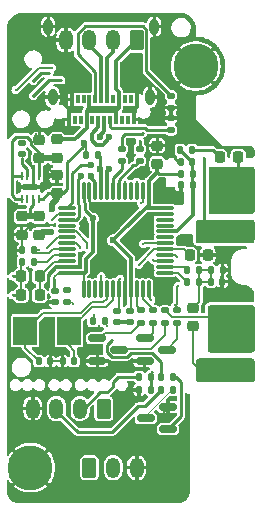
<source format=gtl>
G04 #@! TF.GenerationSoftware,KiCad,Pcbnew,7.0.7*
G04 #@! TF.CreationDate,2023-09-04T22:31:34-04:00*
G04 #@! TF.ProjectId,k1-aioc,6b312d61-696f-4632-9e6b-696361645f70,rev?*
G04 #@! TF.SameCoordinates,Original*
G04 #@! TF.FileFunction,Copper,L1,Top*
G04 #@! TF.FilePolarity,Positive*
%FSLAX46Y46*%
G04 Gerber Fmt 4.6, Leading zero omitted, Abs format (unit mm)*
G04 Created by KiCad (PCBNEW 7.0.7) date 2023-09-04 22:31:34*
%MOMM*%
%LPD*%
G01*
G04 APERTURE LIST*
G04 Aperture macros list*
%AMRoundRect*
0 Rectangle with rounded corners*
0 $1 Rounding radius*
0 $2 $3 $4 $5 $6 $7 $8 $9 X,Y pos of 4 corners*
0 Add a 4 corners polygon primitive as box body*
4,1,4,$2,$3,$4,$5,$6,$7,$8,$9,$2,$3,0*
0 Add four circle primitives for the rounded corners*
1,1,$1+$1,$2,$3*
1,1,$1+$1,$4,$5*
1,1,$1+$1,$6,$7*
1,1,$1+$1,$8,$9*
0 Add four rect primitives between the rounded corners*
20,1,$1+$1,$2,$3,$4,$5,0*
20,1,$1+$1,$4,$5,$6,$7,0*
20,1,$1+$1,$6,$7,$8,$9,0*
20,1,$1+$1,$8,$9,$2,$3,0*%
G04 Aperture macros list end*
G04 #@! TA.AperFunction,SMDPad,CuDef*
%ADD10RoundRect,0.225000X0.250000X-0.225000X0.250000X0.225000X-0.250000X0.225000X-0.250000X-0.225000X0*%
G04 #@! TD*
G04 #@! TA.AperFunction,SMDPad,CuDef*
%ADD11RoundRect,0.135000X0.135000X0.185000X-0.135000X0.185000X-0.135000X-0.185000X0.135000X-0.185000X0*%
G04 #@! TD*
G04 #@! TA.AperFunction,SMDPad,CuDef*
%ADD12RoundRect,0.218750X0.218750X0.256250X-0.218750X0.256250X-0.218750X-0.256250X0.218750X-0.256250X0*%
G04 #@! TD*
G04 #@! TA.AperFunction,SMDPad,CuDef*
%ADD13RoundRect,0.140000X0.140000X0.170000X-0.140000X0.170000X-0.140000X-0.170000X0.140000X-0.170000X0*%
G04 #@! TD*
G04 #@! TA.AperFunction,SMDPad,CuDef*
%ADD14RoundRect,0.135000X-0.135000X-0.185000X0.135000X-0.185000X0.135000X0.185000X-0.135000X0.185000X0*%
G04 #@! TD*
G04 #@! TA.AperFunction,SMDPad,CuDef*
%ADD15R,0.300000X0.700000*%
G04 #@! TD*
G04 #@! TA.AperFunction,ComponentPad*
%ADD16O,0.800000X1.400000*%
G04 #@! TD*
G04 #@! TA.AperFunction,SMDPad,CuDef*
%ADD17RoundRect,0.140000X-0.140000X-0.170000X0.140000X-0.170000X0.140000X0.170000X-0.140000X0.170000X0*%
G04 #@! TD*
G04 #@! TA.AperFunction,ComponentPad*
%ADD18C,2.600000*%
G04 #@! TD*
G04 #@! TA.AperFunction,ConnectorPad*
%ADD19C,3.800000*%
G04 #@! TD*
G04 #@! TA.AperFunction,SMDPad,CuDef*
%ADD20RoundRect,0.218750X-0.218750X-0.256250X0.218750X-0.256250X0.218750X0.256250X-0.218750X0.256250X0*%
G04 #@! TD*
G04 #@! TA.AperFunction,SMDPad,CuDef*
%ADD21RoundRect,0.140000X-0.170000X0.140000X-0.170000X-0.140000X0.170000X-0.140000X0.170000X0.140000X0*%
G04 #@! TD*
G04 #@! TA.AperFunction,ComponentPad*
%ADD22RoundRect,0.250000X0.350000X0.625000X-0.350000X0.625000X-0.350000X-0.625000X0.350000X-0.625000X0*%
G04 #@! TD*
G04 #@! TA.AperFunction,ComponentPad*
%ADD23O,1.200000X1.750000*%
G04 #@! TD*
G04 #@! TA.AperFunction,SMDPad,CuDef*
%ADD24RoundRect,0.135000X-0.185000X0.135000X-0.185000X-0.135000X0.185000X-0.135000X0.185000X0.135000X0*%
G04 #@! TD*
G04 #@! TA.AperFunction,SMDPad,CuDef*
%ADD25RoundRect,0.218750X0.256250X-0.218750X0.256250X0.218750X-0.256250X0.218750X-0.256250X-0.218750X0*%
G04 #@! TD*
G04 #@! TA.AperFunction,ComponentPad*
%ADD26RoundRect,0.250000X-0.350000X-0.625000X0.350000X-0.625000X0.350000X0.625000X-0.350000X0.625000X0*%
G04 #@! TD*
G04 #@! TA.AperFunction,SMDPad,CuDef*
%ADD27RoundRect,0.075000X0.075000X-0.662500X0.075000X0.662500X-0.075000X0.662500X-0.075000X-0.662500X0*%
G04 #@! TD*
G04 #@! TA.AperFunction,SMDPad,CuDef*
%ADD28RoundRect,0.075000X0.662500X-0.075000X0.662500X0.075000X-0.662500X0.075000X-0.662500X-0.075000X0*%
G04 #@! TD*
G04 #@! TA.AperFunction,SMDPad,CuDef*
%ADD29RoundRect,0.140000X0.170000X-0.140000X0.170000X0.140000X-0.170000X0.140000X-0.170000X-0.140000X0*%
G04 #@! TD*
G04 #@! TA.AperFunction,SMDPad,CuDef*
%ADD30RoundRect,0.150000X0.587500X0.150000X-0.587500X0.150000X-0.587500X-0.150000X0.587500X-0.150000X0*%
G04 #@! TD*
G04 #@! TA.AperFunction,SMDPad,CuDef*
%ADD31RoundRect,0.225000X-0.250000X0.225000X-0.250000X-0.225000X0.250000X-0.225000X0.250000X0.225000X0*%
G04 #@! TD*
G04 #@! TA.AperFunction,SMDPad,CuDef*
%ADD32RoundRect,0.150000X-0.587500X-0.150000X0.587500X-0.150000X0.587500X0.150000X-0.587500X0.150000X0*%
G04 #@! TD*
G04 #@! TA.AperFunction,SMDPad,CuDef*
%ADD33RoundRect,0.225000X-0.225000X-0.250000X0.225000X-0.250000X0.225000X0.250000X-0.225000X0.250000X0*%
G04 #@! TD*
G04 #@! TA.AperFunction,SMDPad,CuDef*
%ADD34RoundRect,0.135000X0.185000X-0.135000X0.185000X0.135000X-0.185000X0.135000X-0.185000X-0.135000X0*%
G04 #@! TD*
G04 #@! TA.AperFunction,SMDPad,CuDef*
%ADD35RoundRect,0.062500X-0.062500X0.312500X-0.062500X-0.312500X0.062500X-0.312500X0.062500X0.312500X0*%
G04 #@! TD*
G04 #@! TA.AperFunction,SMDPad,CuDef*
%ADD36R,1.200000X0.600000*%
G04 #@! TD*
G04 #@! TA.AperFunction,SMDPad,CuDef*
%ADD37R,2.000000X2.400000*%
G04 #@! TD*
G04 #@! TA.AperFunction,ViaPad*
%ADD38C,0.300000*%
G04 #@! TD*
G04 #@! TA.AperFunction,ViaPad*
%ADD39C,0.600000*%
G04 #@! TD*
G04 #@! TA.AperFunction,Conductor*
%ADD40C,0.100000*%
G04 #@! TD*
G04 #@! TA.AperFunction,Conductor*
%ADD41C,0.250000*%
G04 #@! TD*
G04 #@! TA.AperFunction,Conductor*
%ADD42C,0.200000*%
G04 #@! TD*
G04 #@! TA.AperFunction,Conductor*
%ADD43C,0.500000*%
G04 #@! TD*
G04 #@! TA.AperFunction,Conductor*
%ADD44C,0.300000*%
G04 #@! TD*
G04 APERTURE END LIST*
D10*
G04 #@! TO.P,C6,1*
G04 #@! TO.N,/VIN*
X87500000Y-105025000D03*
G04 #@! TO.P,C6,2*
G04 #@! TO.N,GND*
X87500000Y-103475000D03*
G04 #@! TD*
D11*
G04 #@! TO.P,R2,1*
G04 #@! TO.N,Net-(C12-Pad1)*
X101020000Y-114500000D03*
G04 #@! TO.P,R2,2*
G04 #@! TO.N,/AFOUT*
X100000000Y-114500000D03*
G04 #@! TD*
D12*
G04 #@! TO.P,D2,1,K*
G04 #@! TO.N,Net-(D1-A)*
X87537500Y-116650000D03*
G04 #@! TO.P,D2,2,A*
G04 #@! TO.N,Net-(D1-K)*
X85962500Y-116650000D03*
G04 #@! TD*
D13*
G04 #@! TO.P,C11,1*
G04 #@! TO.N,/AFIN*
X100430000Y-105350000D03*
G04 #@! TO.P,C11,2*
G04 #@! TO.N,GND*
X99470000Y-105350000D03*
G04 #@! TD*
D14*
G04 #@! TO.P,R15,1*
G04 #@! TO.N,Net-(D1-K)*
X86040000Y-113850000D03*
G04 #@! TO.P,R15,2*
G04 #@! TO.N,Net-(U2-PB8)*
X87060000Y-113850000D03*
G04 #@! TD*
D15*
G04 #@! TO.P,J1,A1,GND*
G04 #@! TO.N,GND*
X95500000Y-101770000D03*
G04 #@! TO.P,J1,A2*
G04 #@! TO.N,N/C*
X95000000Y-101770000D03*
G04 #@! TO.P,J1,A3*
X94500000Y-101770000D03*
G04 #@! TO.P,J1,A4,VBUS*
G04 #@! TO.N,/VBUS*
X94000000Y-101770000D03*
G04 #@! TO.P,J1,A5,CC1*
G04 #@! TO.N,Net-(J1-CC1)*
X93500000Y-101770000D03*
G04 #@! TO.P,J1,A6,D+*
G04 #@! TO.N,/USB-DP*
X93000000Y-101770000D03*
G04 #@! TO.P,J1,A7,D-*
G04 #@! TO.N,/USB-DN*
X92500000Y-101770000D03*
G04 #@! TO.P,J1,A8,SBU1*
G04 #@! TO.N,unconnected-(J1-SBU1-PadA8)*
X92000000Y-101770000D03*
G04 #@! TO.P,J1,A9,VBUS*
G04 #@! TO.N,/VBUS*
X91500000Y-101770000D03*
G04 #@! TO.P,J1,A10*
G04 #@! TO.N,N/C*
X91000000Y-101770000D03*
G04 #@! TO.P,J1,A11*
X90500000Y-101770000D03*
G04 #@! TO.P,J1,A12,GND*
G04 #@! TO.N,GND*
X90000000Y-101770000D03*
G04 #@! TO.P,J1,B1,GND*
X90250000Y-100070000D03*
G04 #@! TO.P,J1,B2*
G04 #@! TO.N,N/C*
X90750000Y-100070000D03*
G04 #@! TO.P,J1,B3*
X91250000Y-100070000D03*
G04 #@! TO.P,J1,B4,VBUS*
G04 #@! TO.N,/VBUS*
X91750000Y-100070000D03*
G04 #@! TO.P,J1,B5,CC2*
G04 #@! TO.N,Net-(J1-CC2)*
X92250000Y-100070000D03*
G04 #@! TO.P,J1,B6,D+*
G04 #@! TO.N,/USB-DP*
X92750000Y-100070000D03*
G04 #@! TO.P,J1,B7,D-*
G04 #@! TO.N,/USB-DN*
X93250000Y-100070000D03*
G04 #@! TO.P,J1,B8,SBU2*
G04 #@! TO.N,unconnected-(J1-SBU2-PadB8)*
X93750000Y-100070000D03*
G04 #@! TO.P,J1,B9,VBUS*
G04 #@! TO.N,/VBUS*
X94250000Y-100070000D03*
G04 #@! TO.P,J1,B10*
G04 #@! TO.N,N/C*
X94750000Y-100070000D03*
G04 #@! TO.P,J1,B11*
X95250000Y-100070000D03*
G04 #@! TO.P,J1,B12,GND*
G04 #@! TO.N,GND*
X95750000Y-100070000D03*
D16*
G04 #@! TO.P,J1,S1,SHIELD*
X97240000Y-93910000D03*
X96880000Y-99860000D03*
X88620000Y-99860000D03*
X88260000Y-93910000D03*
G04 #@! TD*
D14*
G04 #@! TO.P,R21,1*
G04 #@! TO.N,Net-(J4-Pin_3)*
X97840000Y-124650000D03*
G04 #@! TO.P,R21,2*
G04 #@! TO.N,Net-(Q4-C)*
X98860000Y-124650000D03*
G04 #@! TD*
D17*
G04 #@! TO.P,C1,1*
G04 #@! TO.N,/OSCIN*
X87470000Y-122250000D03*
G04 #@! TO.P,C1,2*
G04 #@! TO.N,GND*
X88430000Y-122250000D03*
G04 #@! TD*
D11*
G04 #@! TO.P,R22,1*
G04 #@! TO.N,Net-(J3-Pin_2)*
X93060000Y-118850000D03*
G04 #@! TO.P,R22,2*
G04 #@! TO.N,/817_TX*
X92040000Y-118850000D03*
G04 #@! TD*
D18*
G04 #@! TO.P,H3,1,1*
G04 #@! TO.N,GND*
X100750000Y-97250000D03*
D19*
X100750000Y-97250000D03*
G04 #@! TD*
D20*
G04 #@! TO.P,D1,1,K*
G04 #@! TO.N,Net-(D1-K)*
X85962500Y-115050000D03*
G04 #@! TO.P,D1,2,A*
G04 #@! TO.N,Net-(D1-A)*
X87537500Y-115050000D03*
G04 #@! TD*
D21*
G04 #@! TO.P,C9,1*
G04 #@! TO.N,+3.3VA*
X95150000Y-117970000D03*
G04 #@! TO.P,C9,2*
G04 #@! TO.N,GND*
X95150000Y-118930000D03*
G04 #@! TD*
D14*
G04 #@! TO.P,R18,1*
G04 #@! TO.N,Net-(J4-Pin_2)*
X95940000Y-123550000D03*
G04 #@! TO.P,R18,2*
G04 #@! TO.N,/RADIO-SPK*
X96960000Y-123550000D03*
G04 #@! TD*
D17*
G04 #@! TO.P,C12,1*
G04 #@! TO.N,Net-(C12-Pad1)*
X102030000Y-115500000D03*
G04 #@! TO.P,C12,2*
G04 #@! TO.N,GND*
X102990000Y-115500000D03*
G04 #@! TD*
D22*
G04 #@! TO.P,J4,1,Pin_1*
G04 #@! TO.N,/RADIO-MIC*
X92950000Y-126250000D03*
D23*
G04 #@! TO.P,J4,2,Pin_2*
G04 #@! TO.N,Net-(J4-Pin_2)*
X90950000Y-126250000D03*
G04 #@! TO.P,J4,3,Pin_3*
G04 #@! TO.N,Net-(J4-Pin_3)*
X88950000Y-126250000D03*
G04 #@! TO.P,J4,4,Pin_4*
G04 #@! TO.N,GND*
X86950000Y-126250000D03*
G04 #@! TD*
D24*
G04 #@! TO.P,R13,1*
G04 #@! TO.N,/RADIO-RX-PTT1*
X99150000Y-117940000D03*
G04 #@! TO.P,R13,2*
G04 #@! TO.N,Net-(Q3-C)*
X99150000Y-118960000D03*
G04 #@! TD*
D25*
G04 #@! TO.P,FB2,1*
G04 #@! TO.N,/VIN*
X89000000Y-105037500D03*
G04 #@! TO.P,FB2,2*
G04 #@! TO.N,/VBUS*
X89000000Y-103462500D03*
G04 #@! TD*
D24*
G04 #@! TO.P,R8,1*
G04 #@! TO.N,/RADIO-RX-PTT1*
X96000000Y-104240000D03*
G04 #@! TO.P,R8,2*
G04 #@! TO.N,/USART-TX*
X96000000Y-105260000D03*
G04 #@! TD*
G04 #@! TO.P,R11,1*
G04 #@! TO.N,/PTT1*
X97150000Y-117940000D03*
G04 #@! TO.P,R11,2*
G04 #@! TO.N,Net-(Q3-B)*
X97150000Y-118960000D03*
G04 #@! TD*
G04 #@! TO.P,R9,1*
G04 #@! TO.N,/RADIO-TX*
X94500000Y-104240000D03*
G04 #@! TO.P,R9,2*
G04 #@! TO.N,/USART-RX*
X94500000Y-105260000D03*
G04 #@! TD*
D18*
G04 #@! TO.P,H4,1,1*
G04 #@! TO.N,GND*
X86750000Y-131250000D03*
D19*
X86750000Y-131250000D03*
G04 #@! TD*
D26*
G04 #@! TO.P,J3,1,Pin_1*
G04 #@! TO.N,Net-(J3-Pin_1)*
X91750000Y-131250000D03*
D23*
G04 #@! TO.P,J3,2,Pin_2*
G04 #@! TO.N,Net-(J3-Pin_2)*
X93750000Y-131250000D03*
G04 #@! TO.P,J3,3,Pin_3*
G04 #@! TO.N,GND*
X95750000Y-131250000D03*
G04 #@! TD*
D27*
G04 #@! TO.P,U2,1,VBAT*
G04 #@! TO.N,+3V3*
X91250000Y-116162500D03*
G04 #@! TO.P,U2,2,PC13*
G04 #@! TO.N,unconnected-(U2-PC13-Pad2)*
X91750000Y-116162500D03*
G04 #@! TO.P,U2,3,PC14*
G04 #@! TO.N,unconnected-(U2-PC14-Pad3)*
X92250000Y-116162500D03*
G04 #@! TO.P,U2,4,PC15*
G04 #@! TO.N,/817_PTT*
X92750000Y-116162500D03*
G04 #@! TO.P,U2,5,PF0*
G04 #@! TO.N,/OSCIN*
X93250000Y-116162500D03*
G04 #@! TO.P,U2,6,PF1*
G04 #@! TO.N,/OSCOUT*
X93750000Y-116162500D03*
G04 #@! TO.P,U2,7,NRST*
G04 #@! TO.N,/NRST*
X94250000Y-116162500D03*
G04 #@! TO.P,U2,8,VSSA*
G04 #@! TO.N,GND*
X94750000Y-116162500D03*
G04 #@! TO.P,U2,9,VDDA*
G04 #@! TO.N,+3.3VA*
X95250000Y-116162500D03*
G04 #@! TO.P,U2,10,PA0*
G04 #@! TO.N,/PTT2*
X95750000Y-116162500D03*
G04 #@! TO.P,U2,11,PA1*
G04 #@! TO.N,/PTT1*
X96250000Y-116162500D03*
G04 #@! TO.P,U2,12,PA2*
G04 #@! TO.N,Net-(U2-PA2)*
X96750000Y-116162500D03*
D28*
G04 #@! TO.P,U2,13,PA3*
G04 #@! TO.N,/DAC_ATTEN*
X98162500Y-114750000D03*
G04 #@! TO.P,U2,14,PA4*
G04 #@! TO.N,/AFOUT*
X98162500Y-114250000D03*
G04 #@! TO.P,U2,15,PA5*
G04 #@! TO.N,Net-(U2-PA5)*
X98162500Y-113750000D03*
G04 #@! TO.P,U2,16,PA6*
G04 #@! TO.N,Net-(U2-PA6)*
X98162500Y-113250000D03*
G04 #@! TO.P,U2,17,VDD*
G04 #@! TO.N,+3V3*
X98162500Y-112750000D03*
G04 #@! TO.P,U2,18,PB0*
G04 #@! TO.N,Net-(U2-PB0)*
X98162500Y-112250000D03*
G04 #@! TO.P,U2,19,PB1*
G04 #@! TO.N,Net-(U2-PB1)*
X98162500Y-111750000D03*
G04 #@! TO.P,U2,20,PB2*
G04 #@! TO.N,/AFIN*
X98162500Y-111250000D03*
G04 #@! TO.P,U2,21,PE8*
G04 #@! TO.N,unconnected-(U2-PE8-Pad21)*
X98162500Y-110750000D03*
G04 #@! TO.P,U2,22,PE9*
G04 #@! TO.N,unconnected-(U2-PE9-Pad22)*
X98162500Y-110250000D03*
G04 #@! TO.P,U2,23,VSSSD*
G04 #@! TO.N,GND*
X98162500Y-109750000D03*
G04 #@! TO.P,U2,24,VDDSD*
G04 #@! TO.N,+3.3VA*
X98162500Y-109250000D03*
D27*
G04 #@! TO.P,U2,25,VREFSD+*
X96750000Y-107837500D03*
G04 #@! TO.P,U2,26,PB14*
G04 #@! TO.N,Net-(U2-PB14)*
X96250000Y-107837500D03*
G04 #@! TO.P,U2,27,PB15*
G04 #@! TO.N,Net-(U2-PB15)*
X95750000Y-107837500D03*
G04 #@! TO.P,U2,28,PD8*
G04 #@! TO.N,unconnected-(U2-PD8-Pad28)*
X95250000Y-107837500D03*
G04 #@! TO.P,U2,29,PA8*
G04 #@! TO.N,Net-(U2-PA8)*
X94750000Y-107837500D03*
G04 #@! TO.P,U2,30,PA9*
G04 #@! TO.N,/USART-TX*
X94250000Y-107837500D03*
G04 #@! TO.P,U2,31,PA10*
G04 #@! TO.N,/USART-RX*
X93750000Y-107837500D03*
G04 #@! TO.P,U2,32,PA11*
G04 #@! TO.N,/USB-DN*
X93250000Y-107837500D03*
G04 #@! TO.P,U2,33,PA12*
G04 #@! TO.N,/USB-DP*
X92750000Y-107837500D03*
G04 #@! TO.P,U2,34,PA13*
G04 #@! TO.N,/SWDIO*
X92250000Y-107837500D03*
G04 #@! TO.P,U2,35,PF6*
G04 #@! TO.N,GND*
X91750000Y-107837500D03*
G04 #@! TO.P,U2,36,PF7*
G04 #@! TO.N,+3V3*
X91250000Y-107837500D03*
D28*
G04 #@! TO.P,U2,37,PA14*
G04 #@! TO.N,/SWCLK*
X89837500Y-109250000D03*
G04 #@! TO.P,U2,38,PA15*
G04 #@! TO.N,Net-(U2-PA15)*
X89837500Y-109750000D03*
G04 #@! TO.P,U2,39,PB3*
G04 #@! TO.N,/SWO*
X89837500Y-110250000D03*
G04 #@! TO.P,U2,40,PB4*
G04 #@! TO.N,Net-(U2-PB4)*
X89837500Y-110750000D03*
G04 #@! TO.P,U2,41,PB5*
G04 #@! TO.N,Net-(U2-PB5)*
X89837500Y-111250000D03*
G04 #@! TO.P,U2,42,PB6*
G04 #@! TO.N,/817_RX*
X89837500Y-111750000D03*
G04 #@! TO.P,U2,43,PB7*
G04 #@! TO.N,/817_TX*
X89837500Y-112250000D03*
G04 #@! TO.P,U2,44,BOOT0*
G04 #@! TO.N,/BOOT0*
X89837500Y-112750000D03*
G04 #@! TO.P,U2,45,PB8*
G04 #@! TO.N,Net-(U2-PB8)*
X89837500Y-113250000D03*
G04 #@! TO.P,U2,46,PB9*
G04 #@! TO.N,Net-(D1-A)*
X89837500Y-113750000D03*
G04 #@! TO.P,U2,47,VSS*
G04 #@! TO.N,GND*
X89837500Y-114250000D03*
G04 #@! TO.P,U2,48,VDD*
G04 #@! TO.N,+3V3*
X89837500Y-114750000D03*
G04 #@! TD*
D11*
G04 #@! TO.P,R20,1*
G04 #@! TO.N,Net-(Q4-B)*
X98860000Y-123550000D03*
G04 #@! TO.P,R20,2*
G04 #@! TO.N,/817_PTT*
X97840000Y-123550000D03*
G04 #@! TD*
G04 #@! TO.P,R4,1*
G04 #@! TO.N,GND*
X103020000Y-114500000D03*
G04 #@! TO.P,R4,2*
G04 #@! TO.N,Net-(C12-Pad1)*
X102000000Y-114500000D03*
G04 #@! TD*
D25*
G04 #@! TO.P,FB1,1*
G04 #@! TO.N,+3.3VA*
X87500000Y-111537500D03*
G04 #@! TO.P,FB1,2*
G04 #@! TO.N,Net-(U1-VOUT2)*
X87500000Y-109962500D03*
G04 #@! TD*
D29*
G04 #@! TO.P,C3,1*
G04 #@! TO.N,Net-(U1-BYP)*
X86000000Y-104730000D03*
G04 #@! TO.P,C3,2*
G04 #@! TO.N,GND*
X86000000Y-103770000D03*
G04 #@! TD*
D13*
G04 #@! TO.P,C2,1*
G04 #@! TO.N,/OSCOUT*
X90430000Y-122250000D03*
G04 #@! TO.P,C2,2*
G04 #@! TO.N,GND*
X89470000Y-122250000D03*
G04 #@! TD*
D24*
G04 #@! TO.P,R10,1*
G04 #@! TO.N,/PTT2*
X96150000Y-117940000D03*
G04 #@! TO.P,R10,2*
G04 #@! TO.N,Net-(Q1-B)*
X96150000Y-118960000D03*
G04 #@! TD*
D10*
G04 #@! TO.P,C4,1*
G04 #@! TO.N,+3V3*
X89000000Y-108025000D03*
G04 #@! TO.P,C4,2*
G04 #@! TO.N,GND*
X89000000Y-106475000D03*
G04 #@! TD*
D30*
G04 #@! TO.P,Q4,1,B*
G04 #@! TO.N,Net-(Q4-B)*
X98387500Y-128000000D03*
G04 #@! TO.P,Q4,2,E*
G04 #@! TO.N,GND*
X98387500Y-126100000D03*
G04 #@! TO.P,Q4,3,C*
G04 #@! TO.N,Net-(Q4-C)*
X96512500Y-127050000D03*
G04 #@! TD*
D14*
G04 #@! TO.P,R1,1*
G04 #@! TO.N,+3V3*
X91490000Y-104750000D03*
G04 #@! TO.P,R1,2*
G04 #@! TO.N,/USB-DP*
X92510000Y-104750000D03*
G04 #@! TD*
D31*
G04 #@! TO.P,C5,1*
G04 #@! TO.N,Net-(U1-VOUT2)*
X86000000Y-109975000D03*
G04 #@! TO.P,C5,2*
G04 #@! TO.N,GND*
X86000000Y-111525000D03*
G04 #@! TD*
D32*
G04 #@! TO.P,Q1,1,B*
G04 #@! TO.N,Net-(Q1-B)*
X92412500Y-120300000D03*
G04 #@! TO.P,Q1,2,E*
G04 #@! TO.N,GND*
X92412500Y-122200000D03*
G04 #@! TO.P,Q1,3,C*
G04 #@! TO.N,Net-(Q1-C)*
X94287500Y-121250000D03*
G04 #@! TD*
D33*
G04 #@! TO.P,C14,1*
G04 #@! TO.N,Net-(C14-Pad1)*
X102775000Y-104950000D03*
G04 #@! TO.P,C14,2*
G04 #@! TO.N,/RADIO-SPK*
X104325000Y-104950000D03*
G04 #@! TD*
D11*
G04 #@! TO.P,R17,1*
G04 #@! TO.N,Net-(C12-Pad1)*
X101020000Y-115500000D03*
G04 #@! TO.P,R17,2*
G04 #@! TO.N,/DAC_ATTEN*
X100000000Y-115500000D03*
G04 #@! TD*
D14*
G04 #@! TO.P,R5,1*
G04 #@! TO.N,/AFIN*
X99440000Y-104350000D03*
G04 #@! TO.P,R5,2*
G04 #@! TO.N,Net-(C14-Pad1)*
X100460000Y-104350000D03*
G04 #@! TD*
D34*
G04 #@! TO.P,R23,1*
G04 #@! TO.N,Net-(J3-Pin_1)*
X89850000Y-117260000D03*
G04 #@! TO.P,R23,2*
G04 #@! TO.N,/817_RX*
X89850000Y-116240000D03*
G04 #@! TD*
D21*
G04 #@! TO.P,C15,1*
G04 #@! TO.N,/NRST*
X94100000Y-117970000D03*
G04 #@! TO.P,C15,2*
G04 #@! TO.N,GND*
X94100000Y-118930000D03*
G04 #@! TD*
D33*
G04 #@! TO.P,C7,1*
G04 #@! TO.N,+3V3*
X100225000Y-113250000D03*
G04 #@! TO.P,C7,2*
G04 #@! TO.N,GND*
X101775000Y-113250000D03*
G04 #@! TD*
D21*
G04 #@! TO.P,C8,1*
G04 #@! TO.N,+3V3*
X88850000Y-116270000D03*
G04 #@! TO.P,C8,2*
G04 #@! TO.N,GND*
X88850000Y-117230000D03*
G04 #@! TD*
D35*
G04 #@! TO.P,U1,1,VIN*
G04 #@! TO.N,/VIN*
X87500000Y-106525000D03*
G04 #@! TO.P,U1,2,GND*
G04 #@! TO.N,GND*
X87000000Y-106525000D03*
G04 #@! TO.P,U1,3,BYP*
G04 #@! TO.N,Net-(U1-BYP)*
X86500000Y-106525000D03*
G04 #@! TO.P,U1,4,EN2*
G04 #@! TO.N,/VIN*
X86000000Y-106525000D03*
G04 #@! TO.P,U1,5,EN1*
X86000000Y-108475000D03*
G04 #@! TO.P,U1,6*
G04 #@! TO.N,N/C*
X86500000Y-108475000D03*
G04 #@! TO.P,U1,7,VOUT2*
G04 #@! TO.N,Net-(U1-VOUT2)*
X87000000Y-108475000D03*
G04 #@! TO.P,U1,8,VOUT1*
G04 #@! TO.N,+3V3*
X87500000Y-108475000D03*
D36*
G04 #@! TO.P,U1,9,GND*
G04 #@! TO.N,GND*
X86750000Y-107500000D03*
G04 #@! TD*
D14*
G04 #@! TO.P,R16,1*
G04 #@! TO.N,+3.3VA*
X99490000Y-106350000D03*
G04 #@! TO.P,R16,2*
G04 #@! TO.N,/AFIN*
X100510000Y-106350000D03*
G04 #@! TD*
D11*
G04 #@! TO.P,R19,1*
G04 #@! TO.N,/RADIO-SPK*
X96960000Y-124650000D03*
G04 #@! TO.P,R19,2*
G04 #@! TO.N,GND*
X95940000Y-124650000D03*
G04 #@! TD*
D14*
G04 #@! TO.P,R3,1*
G04 #@! TO.N,GND*
X99490000Y-107350000D03*
G04 #@! TO.P,R3,2*
G04 #@! TO.N,/AFIN*
X100510000Y-107350000D03*
G04 #@! TD*
D10*
G04 #@! TO.P,C10,1*
G04 #@! TO.N,+3.3VA*
X97500000Y-105525000D03*
G04 #@! TO.P,C10,2*
G04 #@! TO.N,GND*
X97500000Y-103975000D03*
G04 #@! TD*
D14*
G04 #@! TO.P,R14,1*
G04 #@! TO.N,GND*
X86040000Y-112850000D03*
G04 #@! TO.P,R14,2*
G04 #@! TO.N,/BOOT0*
X87060000Y-112850000D03*
G04 #@! TD*
D34*
G04 #@! TO.P,R6,1*
G04 #@! TO.N,GND*
X98650000Y-100760000D03*
G04 #@! TO.P,R6,2*
G04 #@! TO.N,Net-(J1-CC2)*
X98650000Y-99740000D03*
G04 #@! TD*
D31*
G04 #@! TO.P,C13,1*
G04 #@! TO.N,Net-(C12-Pad1)*
X100500000Y-117725000D03*
G04 #@! TO.P,C13,2*
G04 #@! TO.N,/RADIO-MIC*
X100500000Y-119275000D03*
G04 #@! TD*
D37*
G04 #@! TO.P,Y1,1,1*
G04 #@! TO.N,/OSCIN*
X86300000Y-119650000D03*
G04 #@! TO.P,Y1,2,2*
G04 #@! TO.N,/OSCOUT*
X90000000Y-119650000D03*
G04 #@! TD*
D24*
G04 #@! TO.P,R12,1*
G04 #@! TO.N,/RADIO-VP-PTT2*
X98150000Y-117940000D03*
G04 #@! TO.P,R12,2*
G04 #@! TO.N,Net-(Q1-C)*
X98150000Y-118960000D03*
G04 #@! TD*
G04 #@! TO.P,R7,1*
G04 #@! TO.N,GND*
X98650000Y-101640000D03*
G04 #@! TO.P,R7,2*
G04 #@! TO.N,Net-(J1-CC1)*
X98650000Y-102660000D03*
G04 #@! TD*
D32*
G04 #@! TO.P,Q3,1,B*
G04 #@! TO.N,Net-(Q3-B)*
X96412500Y-120300000D03*
G04 #@! TO.P,Q3,2,E*
G04 #@! TO.N,GND*
X96412500Y-122200000D03*
G04 #@! TO.P,Q3,3,C*
G04 #@! TO.N,Net-(Q3-C)*
X98287500Y-121250000D03*
G04 #@! TD*
D22*
G04 #@! TO.P,J5,1,Pin_1*
G04 #@! TO.N,/VBUS*
X95750000Y-95050000D03*
D23*
G04 #@! TO.P,J5,2,Pin_2*
G04 #@! TO.N,/USB-DN*
X93750000Y-95050000D03*
G04 #@! TO.P,J5,3,Pin_3*
G04 #@! TO.N,/USB-DP*
X91750000Y-95050000D03*
G04 #@! TO.P,J5,4,Pin_4*
G04 #@! TO.N,GND*
X89750000Y-95050000D03*
G04 #@! TD*
D38*
G04 #@! TO.N,GND*
X88250000Y-117500000D03*
X87250000Y-103000000D03*
X86250000Y-103750000D03*
X85250000Y-109250000D03*
X85250000Y-94750000D03*
X95750000Y-122250000D03*
X89750000Y-131750000D03*
X85250000Y-113750000D03*
D39*
X87050000Y-107500000D03*
X97750000Y-107250000D03*
D38*
X94250000Y-110250000D03*
X85250000Y-112250000D03*
X87250000Y-93250000D03*
X88250000Y-120250000D03*
X89000000Y-127750000D03*
X96750000Y-129500000D03*
X98050000Y-115850000D03*
X88950000Y-122250000D03*
X100950000Y-112650000D03*
D39*
X86750000Y-110750000D03*
D38*
X95750000Y-93250000D03*
D39*
X95345038Y-111725975D03*
D38*
X88350000Y-105950000D03*
X94250000Y-129750000D03*
X98450000Y-115350000D03*
X86750000Y-115750000D03*
X85250000Y-100750000D03*
X88950000Y-114250000D03*
X91250000Y-93250000D03*
D39*
X95250000Y-104750000D03*
D38*
X95550000Y-100850000D03*
X91000000Y-129500000D03*
X97250000Y-131750000D03*
X89250000Y-125000000D03*
X93500000Y-111000000D03*
X85250000Y-115750000D03*
X85250000Y-97250000D03*
X94750000Y-131750000D03*
D39*
X95500000Y-109133029D03*
D38*
X89250000Y-93250000D03*
X98950000Y-105050000D03*
X98750000Y-93250000D03*
D39*
X86450000Y-107500000D03*
D38*
X88250000Y-119000000D03*
X99350000Y-108550000D03*
X91399992Y-122200000D03*
X85250000Y-111250000D03*
X91500000Y-111250000D03*
X94746904Y-116871878D03*
X97050000Y-114950000D03*
X93750000Y-93250000D03*
X95250000Y-128250000D03*
X94650000Y-118850000D03*
D39*
X92250000Y-109250000D03*
D38*
X95850000Y-125250000D03*
X98050000Y-126550000D03*
G04 #@! TO.N,Net-(D1-K)*
X85250000Y-116650000D03*
X85250000Y-115050000D03*
G04 #@! TO.N,Net-(D1-A)*
X87537500Y-115850000D03*
G04 #@! TO.N,/SWCLK*
X85500000Y-99250000D03*
X88550000Y-97399500D03*
D39*
X91850000Y-105616006D03*
D38*
G04 #@! TO.N,Net-(J3-Pin_1)*
X90350000Y-117350000D03*
G04 #@! TO.N,Net-(J3-Pin_2)*
X93250000Y-119250000D03*
G04 #@! TO.N,/SWDIO*
X87000000Y-98500000D03*
X88357558Y-97860443D03*
D39*
X91850000Y-106524076D03*
G04 #@! TO.N,/USB-DP*
X92600000Y-103250000D03*
X92600000Y-106000000D03*
G04 #@! TO.N,/USB-DN*
X93400000Y-103250000D03*
X93400000Y-106000000D03*
D38*
G04 #@! TO.N,+3V3*
X91442254Y-114646670D03*
D39*
X91300000Y-103750000D03*
X92035571Y-110144564D03*
D38*
X95950000Y-114050000D03*
D39*
X88550000Y-109375735D03*
D38*
X88750000Y-115250000D03*
D39*
G04 #@! TO.N,+3.3VA*
X93750000Y-112000000D03*
X88500000Y-111300000D03*
D38*
G04 #@! TO.N,/817_PTT*
X93650000Y-120450000D03*
X92750000Y-115050000D03*
G04 #@! TO.N,/817_TX*
X92150000Y-118350000D03*
X90922394Y-112632761D03*
G04 #@! TO.N,/817_RX*
X89850000Y-116240000D03*
X88147917Y-112647917D03*
G04 #@! TO.N,Net-(U2-PA5)*
X97150000Y-113650000D03*
G04 #@! TO.N,/RADIO-MIC*
X101150000Y-123050000D03*
G04 #@! TO.N,/RADIO-SPK*
X104950000Y-107650000D03*
X97050000Y-123150000D03*
G04 #@! TO.N,/RADIO-RX-PTT1*
X96000000Y-103550000D03*
X99000000Y-117500000D03*
X99250000Y-115850000D03*
G04 #@! TO.N,/RADIO-TX*
X101450000Y-105050000D03*
X96250000Y-102950000D03*
G04 #@! TO.N,/NRST*
X94338531Y-115241177D03*
G04 #@! TO.N,/SWO*
X89350000Y-98449500D03*
X87000000Y-99750000D03*
D39*
X91000000Y-106569338D03*
D38*
G04 #@! TO.N,/BOOT0*
X87447766Y-112840223D03*
G04 #@! TO.N,Net-(U2-PA6)*
X99174021Y-113433370D03*
G04 #@! TO.N,Net-(U2-PA8)*
X94750000Y-107050000D03*
G04 #@! TO.N,Net-(U2-PA15)*
X88550000Y-110250000D03*
G04 #@! TO.N,Net-(U2-PB0)*
X96320183Y-112299695D03*
G04 #@! TO.N,Net-(U2-PB1)*
X98750000Y-111749500D03*
G04 #@! TO.N,Net-(U2-PB4)*
X90564548Y-110744564D03*
G04 #@! TO.N,Net-(U2-PB5)*
X91550000Y-112650000D03*
G04 #@! TO.N,Net-(U2-PB14)*
X96150000Y-108850000D03*
G04 #@! TO.N,Net-(U2-PB15)*
X95750000Y-107050000D03*
G04 #@! TO.N,Net-(U2-PA2)*
X96968822Y-117032425D03*
G04 #@! TD*
D40*
G04 #@! TO.N,GND*
X87500000Y-103475000D02*
X87500000Y-103250000D01*
X87500000Y-103250000D02*
X87250000Y-103000000D01*
X86000000Y-103770000D02*
X86230000Y-103770000D01*
X86230000Y-103770000D02*
X86250000Y-103750000D01*
D41*
G04 #@! TO.N,/VIN*
X87500000Y-105025000D02*
X87500000Y-104586396D01*
X87500000Y-104586396D02*
X86800000Y-103886396D01*
X85500000Y-103250000D02*
X85200000Y-103550000D01*
X86800000Y-103886396D02*
X86800000Y-103550000D01*
X85200000Y-103550000D02*
X85200000Y-106450000D01*
X86800000Y-103550000D02*
X86500000Y-103250000D01*
X86500000Y-103250000D02*
X85500000Y-103250000D01*
D42*
G04 #@! TO.N,GND*
X91775000Y-108775000D02*
X92250000Y-109250000D01*
D41*
X99490000Y-108410000D02*
X99350000Y-108550000D01*
D42*
X91775000Y-107862500D02*
X91775000Y-108775000D01*
D41*
X95566813Y-100850000D02*
X95550000Y-100850000D01*
X90000000Y-101770000D02*
X90000000Y-101166813D01*
D42*
X97321013Y-109750000D02*
X95345038Y-111725975D01*
D41*
X87000000Y-106525000D02*
X87000000Y-107450000D01*
D42*
X86000000Y-111525000D02*
X86000000Y-111500000D01*
X95800000Y-122200000D02*
X95750000Y-122250000D01*
X101775000Y-113250000D02*
X101775000Y-113075000D01*
D41*
X95940000Y-125160000D02*
X95850000Y-125250000D01*
D42*
X92412500Y-122200000D02*
X91399992Y-122200000D01*
X88950000Y-122250000D02*
X88430000Y-122250000D01*
D41*
X95940000Y-124650000D02*
X95940000Y-125160000D01*
D42*
X86000000Y-111500000D02*
X86750000Y-110750000D01*
D41*
X99470000Y-105350000D02*
X99250000Y-105350000D01*
D42*
X87550000Y-107500000D02*
X87050000Y-107500000D01*
X94750000Y-116868782D02*
X94746904Y-116871878D01*
D41*
X87000000Y-107450000D02*
X87050000Y-107500000D01*
X95750000Y-100070000D02*
X95750000Y-100666813D01*
X99490000Y-107350000D02*
X99490000Y-108410000D01*
D42*
X88575000Y-106475000D02*
X87550000Y-107500000D01*
D40*
X98387500Y-126212500D02*
X98050000Y-126550000D01*
D41*
X90250000Y-100070000D02*
X90250000Y-100916813D01*
X95750000Y-100666813D02*
X95566813Y-100850000D01*
X95500000Y-101770000D02*
X95500000Y-100916813D01*
D42*
X89000000Y-106475000D02*
X88575000Y-106475000D01*
X89000000Y-106475000D02*
X88875000Y-106475000D01*
D41*
X99250000Y-105350000D02*
X98950000Y-105050000D01*
D42*
X88875000Y-106475000D02*
X88350000Y-105950000D01*
X86000000Y-111525000D02*
X86000000Y-112810000D01*
D40*
X98387500Y-126100000D02*
X98387500Y-126212500D01*
D42*
X91750000Y-107837500D02*
X91775000Y-107862500D01*
X86000000Y-112810000D02*
X86040000Y-112850000D01*
D41*
X90000000Y-101166813D02*
X90250000Y-100916813D01*
D42*
X98162500Y-109750000D02*
X97321013Y-109750000D01*
D41*
X95550000Y-100850000D02*
X95550000Y-100866813D01*
D42*
X89470000Y-122250000D02*
X88950000Y-122250000D01*
X89837500Y-114250000D02*
X88950000Y-114250000D01*
D41*
X95550000Y-100866813D02*
X95500000Y-100916813D01*
D42*
X94750000Y-116162500D02*
X94750000Y-116868782D01*
G04 #@! TO.N,/OSCIN*
X91950000Y-117250000D02*
X91050000Y-118150000D01*
X92930330Y-117250000D02*
X91950000Y-117250000D01*
X93250000Y-116162500D02*
X93250000Y-116930330D01*
X86300000Y-121080000D02*
X86300000Y-119650000D01*
X87470000Y-122250000D02*
X86300000Y-121080000D01*
X93250000Y-116930330D02*
X92930330Y-117250000D01*
X91050000Y-118150000D02*
X87800000Y-118150000D01*
X87800000Y-118150000D02*
X86300000Y-119650000D01*
G04 #@! TO.N,/OSCOUT*
X90000000Y-120900000D02*
X90000000Y-119650000D01*
X90430000Y-122250000D02*
X90430000Y-121330000D01*
X90200000Y-119850000D02*
X90200000Y-119400000D01*
X93150000Y-117650000D02*
X92000000Y-117650000D01*
X93750000Y-116162500D02*
X93750000Y-117050000D01*
X93750000Y-117050000D02*
X93150000Y-117650000D01*
X90430000Y-121330000D02*
X90000000Y-120900000D01*
X92000000Y-117650000D02*
X90000000Y-119650000D01*
D41*
G04 #@! TO.N,Net-(U1-BYP)*
X86500000Y-106525000D02*
X86500000Y-106000000D01*
X86500000Y-106000000D02*
X86000000Y-105500000D01*
X86000000Y-105500000D02*
X86000000Y-105025000D01*
G04 #@! TO.N,Net-(U1-VOUT2)*
X86750000Y-109250000D02*
X86750000Y-109925000D01*
X87000000Y-108475000D02*
X87000000Y-109000000D01*
X86750000Y-109925000D02*
X86787500Y-109962500D01*
D43*
X87500000Y-109962500D02*
X86787500Y-109962500D01*
X86787500Y-109962500D02*
X86012500Y-109962500D01*
X86012500Y-109962500D02*
X86000000Y-109975000D01*
D41*
X87000000Y-109000000D02*
X86750000Y-109250000D01*
D42*
G04 #@! TO.N,Net-(D1-K)*
X85962500Y-115050000D02*
X85962500Y-113927500D01*
X85962500Y-116650000D02*
X85962500Y-115050000D01*
D41*
X85250000Y-115050000D02*
X85962500Y-115050000D01*
D42*
X85962500Y-113927500D02*
X86040000Y-113850000D01*
D41*
X85250000Y-116650000D02*
X85962500Y-116650000D01*
D42*
G04 #@! TO.N,Net-(D1-A)*
X88763603Y-113800000D02*
X87537500Y-115026103D01*
X89787500Y-113800000D02*
X88763603Y-113800000D01*
X89837500Y-113750000D02*
X89787500Y-113800000D01*
X87537500Y-115050000D02*
X87537500Y-116650000D01*
X87537500Y-115026103D02*
X87537500Y-115050000D01*
D41*
G04 #@! TO.N,Net-(J1-CC1)*
X96596397Y-102660000D02*
X96436397Y-102500000D01*
X96436397Y-102500000D02*
X93630000Y-102500000D01*
X93630000Y-102500000D02*
X93500000Y-102370000D01*
X98650000Y-102660000D02*
X96596397Y-102660000D01*
X93500000Y-102370000D02*
X93500000Y-101770000D01*
G04 #@! TO.N,Net-(J1-CC2)*
X90750000Y-96250000D02*
X90750000Y-94502208D01*
X98650000Y-99740000D02*
X96575000Y-97665000D01*
X96250000Y-93850000D02*
X92650000Y-93850000D01*
X96575000Y-94175000D02*
X96250000Y-93850000D01*
X92250000Y-100070000D02*
X92250000Y-97750000D01*
X92250000Y-97750000D02*
X90750000Y-96250000D01*
X96575000Y-97665000D02*
X96575000Y-94175000D01*
X91402208Y-93850000D02*
X92650000Y-93850000D01*
X90750000Y-94502208D02*
X91402208Y-93850000D01*
D42*
G04 #@! TO.N,/SWCLK*
X85599435Y-99250000D02*
X85500000Y-99250000D01*
X88550000Y-97399500D02*
X87449935Y-97399500D01*
D41*
X90300000Y-108787500D02*
X89837500Y-109250000D01*
D42*
X87449935Y-97399500D02*
X85599435Y-99250000D01*
D41*
X91850000Y-105616006D02*
X90993948Y-105616006D01*
X90993948Y-105616006D02*
X90300000Y-106309954D01*
X90300000Y-106309954D02*
X90300000Y-108787500D01*
D40*
G04 #@! TO.N,Net-(J3-Pin_1)*
X90260000Y-117260000D02*
X90350000Y-117350000D01*
X89850000Y-117260000D02*
X90260000Y-117260000D01*
G04 #@! TO.N,Net-(J3-Pin_2)*
X93060000Y-118850000D02*
X93060000Y-119060000D01*
X93060000Y-119060000D02*
X93250000Y-119250000D01*
D41*
G04 #@! TO.N,Net-(J4-Pin_2)*
X92625000Y-124875000D02*
X93258883Y-124875000D01*
X93750000Y-124000000D02*
X94200000Y-123550000D01*
X90950000Y-126250000D02*
X91250000Y-126250000D01*
X93750000Y-124383883D02*
X93750000Y-124000000D01*
X91250000Y-126250000D02*
X92625000Y-124875000D01*
X94200000Y-123550000D02*
X95940000Y-123550000D01*
X93258883Y-124875000D02*
X93750000Y-124383883D01*
G04 #@! TO.N,Net-(J4-Pin_3)*
X96440000Y-126050000D02*
X95850000Y-126050000D01*
X97840000Y-124650000D02*
X96440000Y-126050000D01*
X92500000Y-128250000D02*
X90750000Y-128250000D01*
X95850000Y-126050000D02*
X93650000Y-128250000D01*
X93650000Y-128250000D02*
X92500000Y-128250000D01*
X90750000Y-128250000D02*
X88950000Y-126450000D01*
X88950000Y-126450000D02*
X88950000Y-126250000D01*
G04 #@! TO.N,/SWDIO*
X87639557Y-97860443D02*
X87000000Y-98500000D01*
X88357558Y-97860443D02*
X87639557Y-97860443D01*
X91749747Y-106534062D02*
X92250000Y-107034315D01*
X92250000Y-107034315D02*
X92250000Y-107837500D01*
D44*
G04 #@! TO.N,/USB-DP*
X91750000Y-95450000D02*
X92750000Y-96450000D01*
D41*
X92600000Y-104840000D02*
X92510000Y-104750000D01*
X92600000Y-106000000D02*
X92600000Y-104840000D01*
D44*
X92600000Y-103130761D02*
X92600000Y-103250000D01*
X92750000Y-107837500D02*
X92750000Y-106150000D01*
X92750000Y-96450000D02*
X92750000Y-100070000D01*
X93000000Y-101770000D02*
X93000000Y-102730761D01*
X91750000Y-95050000D02*
X91750000Y-95450000D01*
X92750000Y-106150000D02*
X92600000Y-106000000D01*
X93000000Y-102730761D02*
X92600000Y-103130761D01*
G04 #@! TO.N,/USB-DN*
X93250000Y-107837500D02*
X93250000Y-106150000D01*
X91950000Y-103519239D02*
X92330761Y-103900000D01*
X93750000Y-96050000D02*
X93250000Y-96550000D01*
X93250000Y-96550000D02*
X93250000Y-100070000D01*
X92869239Y-103900000D02*
X93400000Y-103369239D01*
X92330761Y-103900000D02*
X92869239Y-103900000D01*
X92500000Y-101770000D02*
X92500000Y-102430761D01*
X93250000Y-106150000D02*
X93400000Y-106000000D01*
X91950000Y-102980761D02*
X91950000Y-103519239D01*
X92500000Y-102430761D02*
X91950000Y-102980761D01*
X93400000Y-103369239D02*
X93400000Y-103250000D01*
X93750000Y-95050000D02*
X93750000Y-96050000D01*
D42*
G04 #@! TO.N,Net-(U2-PB8)*
X88747917Y-113250000D02*
X89837500Y-113250000D01*
X87060000Y-113850000D02*
X88147917Y-113850000D01*
X88147917Y-113850000D02*
X88747917Y-113250000D01*
G04 #@! TO.N,+3V3*
X91490000Y-104750000D02*
X91490000Y-103940000D01*
D44*
X91338924Y-114750000D02*
X89837500Y-114750000D01*
D43*
X89000000Y-108500000D02*
X88550000Y-108950000D01*
D40*
X88750000Y-116170000D02*
X88850000Y-116270000D01*
D41*
X91175000Y-103875000D02*
X91300000Y-103750000D01*
D42*
X89145746Y-114750000D02*
X88750000Y-115145746D01*
D41*
X87775000Y-108475000D02*
X88250000Y-108000000D01*
D44*
X92050000Y-112950000D02*
X92050000Y-110275500D01*
D41*
X91350000Y-108822919D02*
X91350000Y-109458993D01*
X89850000Y-107675000D02*
X89850000Y-105400000D01*
D42*
X99725000Y-112750000D02*
X98162500Y-112750000D01*
X91250000Y-114838924D02*
X91442254Y-114646670D01*
D41*
X88975000Y-108000000D02*
X89000000Y-108025000D01*
X88750000Y-115250000D02*
X88750000Y-116170000D01*
X91175000Y-104075000D02*
X91175000Y-103875000D01*
X87500000Y-108475000D02*
X87775000Y-108475000D01*
D44*
X91442254Y-114646670D02*
X91442254Y-113557746D01*
D43*
X88550000Y-108950000D02*
X88550000Y-109375735D01*
D41*
X91350000Y-109458993D02*
X92035571Y-110144564D01*
D42*
X98162500Y-112750000D02*
X97250000Y-112750000D01*
D41*
X89850000Y-105400000D02*
X91175000Y-104075000D01*
D42*
X89837500Y-114750000D02*
X89145746Y-114750000D01*
D44*
X91442254Y-114646670D02*
X91338924Y-114750000D01*
D43*
X89000000Y-108025000D02*
X89000000Y-108500000D01*
D41*
X88250000Y-108000000D02*
X88975000Y-108000000D01*
D42*
X91490000Y-103940000D02*
X91300000Y-103750000D01*
D41*
X89500000Y-108025000D02*
X89850000Y-107675000D01*
D42*
X97250000Y-112750000D02*
X95950000Y-114050000D01*
X88750000Y-115145746D02*
X88750000Y-115250000D01*
X100225000Y-113250000D02*
X99725000Y-112750000D01*
D41*
X89000000Y-108025000D02*
X89500000Y-108025000D01*
D42*
X91250000Y-116162500D02*
X91250000Y-114838924D01*
D44*
X91442254Y-113557746D02*
X92050000Y-112950000D01*
D41*
X91250000Y-107837500D02*
X91250000Y-108722919D01*
X91250000Y-108722919D02*
X91350000Y-108822919D01*
D43*
G04 #@! TO.N,+3.3VA*
X88500000Y-111300000D02*
X87737500Y-111300000D01*
D44*
X97250000Y-109250000D02*
X96500000Y-109250000D01*
X96750000Y-107837500D02*
X96750000Y-109000000D01*
X95250000Y-113500000D02*
X95250000Y-116162500D01*
X98162500Y-109250000D02*
X97250000Y-109250000D01*
X93750000Y-112000000D02*
X95250000Y-113500000D01*
X96500000Y-109250000D02*
X94500000Y-111250000D01*
X97500000Y-106250000D02*
X97500000Y-105612500D01*
D41*
X97600000Y-106350000D02*
X97500000Y-106250000D01*
D44*
X94500000Y-111250000D02*
X93750000Y-112000000D01*
D42*
X95250000Y-117870000D02*
X95150000Y-117970000D01*
D44*
X96750000Y-107837500D02*
X96750000Y-107000000D01*
D43*
X87737500Y-111300000D02*
X87500000Y-111537500D01*
D44*
X96750000Y-107000000D02*
X97500000Y-106250000D01*
D41*
X99490000Y-106350000D02*
X97600000Y-106350000D01*
D42*
X95250000Y-116162500D02*
X95250000Y-117870000D01*
D44*
X96750000Y-109000000D02*
X96500000Y-109250000D01*
D43*
G04 #@! TO.N,/VIN*
X87512500Y-105037500D02*
X87500000Y-105025000D01*
D41*
X85275000Y-106525000D02*
X85200000Y-106450000D01*
D43*
X89000000Y-105037500D02*
X87512500Y-105037500D01*
D41*
X85200000Y-108200000D02*
X85200000Y-106450000D01*
X86000000Y-106525000D02*
X85275000Y-106525000D01*
X85250000Y-108250000D02*
X85200000Y-108200000D01*
X87500000Y-106525000D02*
X87500000Y-105025000D01*
X86000000Y-108475000D02*
X85475000Y-108475000D01*
X85475000Y-108475000D02*
X85250000Y-108250000D01*
D44*
G04 #@! TO.N,/VBUS*
X91750000Y-100790000D02*
X94250000Y-100790000D01*
X90507500Y-103462500D02*
X89500000Y-103462500D01*
X91500000Y-101770000D02*
X91500000Y-102470000D01*
X91750000Y-100070000D02*
X91750000Y-100790000D01*
X94250000Y-99419239D02*
X94000000Y-99169239D01*
X94000000Y-98750000D02*
X94000000Y-96800000D01*
X91750000Y-100790000D02*
X91500000Y-101040000D01*
X94000000Y-96800000D02*
X95750000Y-95050000D01*
X94000000Y-101770000D02*
X94000000Y-101040000D01*
X94250000Y-100070000D02*
X94250000Y-99419239D01*
X94250000Y-100070000D02*
X94250000Y-100790000D01*
X94000000Y-101040000D02*
X94250000Y-100790000D01*
X91500000Y-101770000D02*
X91500000Y-101040000D01*
X91500000Y-102470000D02*
X90507500Y-103462500D01*
X94000000Y-99169239D02*
X94000000Y-98750000D01*
X94000000Y-101040000D02*
X91500000Y-101040000D01*
D42*
G04 #@! TO.N,Net-(C12-Pad1)*
X101020000Y-115500000D02*
X101020000Y-114500000D01*
X102000000Y-114500000D02*
X102000000Y-115470000D01*
X101020000Y-114500000D02*
X102000000Y-114500000D01*
X102030000Y-115500000D02*
X101020000Y-115500000D01*
X102000000Y-115470000D02*
X102030000Y-115500000D01*
X101020000Y-117205000D02*
X101020000Y-115500000D01*
X100500000Y-117725000D02*
X101020000Y-117205000D01*
D41*
G04 #@! TO.N,Net-(C14-Pad1)*
X100460000Y-104350000D02*
X102175000Y-104350000D01*
X102175000Y-104350000D02*
X102775000Y-104950000D01*
G04 #@! TO.N,/817_PTT*
X97840000Y-123550000D02*
X97840000Y-122340000D01*
D42*
X92750000Y-115050000D02*
X92750000Y-116162500D01*
D41*
X97050000Y-121550000D02*
X95255330Y-121550000D01*
X94955330Y-121850000D02*
X93850000Y-121850000D01*
X97840000Y-122340000D02*
X97050000Y-121550000D01*
X93250000Y-121480330D02*
X93250000Y-120850000D01*
X93250000Y-120850000D02*
X93650000Y-120450000D01*
X93850000Y-121850000D02*
X93619670Y-121850000D01*
X95255330Y-121550000D02*
X94955330Y-121850000D01*
X93619670Y-121850000D02*
X93250000Y-121480330D01*
D42*
G04 #@! TO.N,/817_TX*
X90922394Y-112632761D02*
X90922394Y-112567064D01*
X92150000Y-118740000D02*
X92040000Y-118850000D01*
X90605330Y-112250000D02*
X89837500Y-112250000D01*
X92150000Y-118350000D02*
X92150000Y-118740000D01*
X90922394Y-112567064D02*
X90605330Y-112250000D01*
D41*
G04 #@! TO.N,/USART-RX*
X93750000Y-106741852D02*
X94500000Y-105991852D01*
X94500000Y-105991852D02*
X94500000Y-105260000D01*
X93750000Y-107837500D02*
X93750000Y-106741852D01*
D42*
G04 #@! TO.N,/817_RX*
X89045834Y-111750000D02*
X88147917Y-112647917D01*
X89837500Y-111750000D02*
X89045834Y-111750000D01*
G04 #@! TO.N,Net-(U2-PA5)*
X97250000Y-113750000D02*
X97150000Y-113650000D01*
X98162500Y-113750000D02*
X97250000Y-113750000D01*
D41*
G04 #@! TO.N,/USART-TX*
X94250000Y-106878248D02*
X95465748Y-105662500D01*
X95597500Y-105662500D02*
X96000000Y-105260000D01*
X94250000Y-107837500D02*
X94250000Y-106878248D01*
X95465748Y-105662500D02*
X95597500Y-105662500D01*
D42*
G04 #@! TO.N,/PTT1*
X96250000Y-116950000D02*
X97150000Y-117850000D01*
X96250000Y-116162500D02*
X96250000Y-116950000D01*
X97150000Y-117850000D02*
X97150000Y-117940000D01*
G04 #@! TO.N,/PTT2*
X95750000Y-117540000D02*
X96150000Y-117940000D01*
X95750000Y-116162500D02*
X95750000Y-117540000D01*
D44*
G04 #@! TO.N,/AFIN*
X98162500Y-111250000D02*
X99120000Y-111250000D01*
X100510000Y-109860000D02*
X100510000Y-107350000D01*
D41*
X100430000Y-105350000D02*
X100430000Y-107270000D01*
D44*
X99120000Y-111250000D02*
X100510000Y-109860000D01*
D41*
X100430000Y-105340000D02*
X99440000Y-104350000D01*
X100430000Y-105350000D02*
X100430000Y-105340000D01*
X100430000Y-107270000D02*
X100510000Y-107350000D01*
D42*
G04 #@! TO.N,/RADIO-MIC*
X101150000Y-123050000D02*
X100500000Y-122400000D01*
X100500000Y-122400000D02*
X100500000Y-119275000D01*
D41*
G04 #@! TO.N,/RADIO-SPK*
X96960000Y-123240000D02*
X97050000Y-123150000D01*
X104325000Y-107025000D02*
X104950000Y-107650000D01*
X96960000Y-124650000D02*
X96960000Y-123550000D01*
X96960000Y-123550000D02*
X96960000Y-123240000D01*
X104325000Y-104950000D02*
X104325000Y-107025000D01*
D42*
G04 #@! TO.N,/AFOUT*
X100000000Y-114500000D02*
X99750000Y-114250000D01*
X99750000Y-114250000D02*
X98162500Y-114250000D01*
G04 #@! TO.N,/RADIO-RX-PTT1*
X99150000Y-117340783D02*
X99150000Y-115950000D01*
X99150000Y-115950000D02*
X99250000Y-115850000D01*
X99000000Y-117500000D02*
X99150000Y-117350000D01*
X99150000Y-117350000D02*
X99150000Y-117340783D01*
D41*
X96000000Y-103550000D02*
X96000000Y-104240000D01*
D42*
X99150000Y-117940000D02*
X99150000Y-117650000D01*
X99150000Y-117650000D02*
X99000000Y-117500000D01*
D41*
G04 #@! TO.N,/RADIO-TX*
X95729720Y-103000000D02*
X96200000Y-103000000D01*
X101450000Y-110750000D02*
X102050000Y-111350000D01*
X101450000Y-105050000D02*
X101450000Y-110750000D01*
X96200000Y-103000000D02*
X96250000Y-102950000D01*
X94750000Y-103000000D02*
X94500000Y-103250000D01*
X95729720Y-103000000D02*
X94750000Y-103000000D01*
X94500000Y-103250000D02*
X94500000Y-104240000D01*
D42*
G04 #@! TO.N,/RADIO-VP-PTT2*
X98150000Y-117940000D02*
X98700000Y-118490000D01*
X98700000Y-118490000D02*
X104510000Y-118490000D01*
X104510000Y-118490000D02*
X105150000Y-117850000D01*
G04 #@! TO.N,/NRST*
X94250000Y-115329708D02*
X94338531Y-115241177D01*
X94250000Y-116162500D02*
X94250000Y-115329708D01*
X94250000Y-116162500D02*
X94250000Y-117820000D01*
X94250000Y-117820000D02*
X94100000Y-117970000D01*
D41*
G04 #@! TO.N,/SWO*
X90640685Y-110250000D02*
X89837500Y-110250000D01*
X89350000Y-98449500D02*
X88300500Y-98449500D01*
X91000000Y-106569338D02*
X90775000Y-106794338D01*
X90775000Y-108884315D02*
X90900000Y-109009315D01*
X90775000Y-106794338D02*
X90775000Y-108884315D01*
X90900000Y-109009315D02*
X90900000Y-109990685D01*
X88300500Y-98449500D02*
X87000000Y-99750000D01*
X90900000Y-109990685D02*
X90640685Y-110250000D01*
D42*
G04 #@! TO.N,/BOOT0*
X87310000Y-113100000D02*
X87060000Y-112850000D01*
X87437989Y-112850000D02*
X87447766Y-112840223D01*
X88682231Y-112750000D02*
X88332231Y-113100000D01*
X87060000Y-112850000D02*
X87437989Y-112850000D01*
X88332231Y-113100000D02*
X87310000Y-113100000D01*
X89837500Y-112750000D02*
X88682231Y-112750000D01*
G04 #@! TO.N,Net-(U2-PA6)*
X98162500Y-113250000D02*
X98990651Y-113250000D01*
X98990651Y-113250000D02*
X99174021Y-113433370D01*
G04 #@! TO.N,Net-(U2-PA8)*
X94750000Y-107837500D02*
X94750000Y-107050000D01*
G04 #@! TO.N,Net-(U2-PA15)*
X89837500Y-109750000D02*
X89050000Y-109750000D01*
X89050000Y-109750000D02*
X88550000Y-110250000D01*
G04 #@! TO.N,Net-(U2-PB0)*
X96320183Y-112299695D02*
X96369878Y-112250000D01*
X96369878Y-112250000D02*
X98162500Y-112250000D01*
G04 #@! TO.N,Net-(U2-PB1)*
X98749500Y-111750000D02*
X98750000Y-111749500D01*
X98162500Y-111750000D02*
X98749500Y-111750000D01*
G04 #@! TO.N,Net-(U2-PB4)*
X89837500Y-110750000D02*
X90559112Y-110750000D01*
X90559112Y-110750000D02*
X90564548Y-110744564D01*
G04 #@! TO.N,Net-(U2-PB5)*
X91550000Y-112650000D02*
X91550000Y-112194670D01*
X91550000Y-112194670D02*
X90605330Y-111250000D01*
X90605330Y-111250000D02*
X89837500Y-111250000D01*
G04 #@! TO.N,Net-(U2-PB14)*
X96250000Y-108750000D02*
X96150000Y-108850000D01*
X96250000Y-107837500D02*
X96250000Y-108750000D01*
G04 #@! TO.N,/DAC_ATTEN*
X99250000Y-114750000D02*
X100000000Y-115500000D01*
X98162500Y-114750000D02*
X99250000Y-114750000D01*
G04 #@! TO.N,Net-(U2-PB15)*
X95750000Y-107837500D02*
X95750000Y-107050000D01*
G04 #@! TO.N,Net-(U2-PA2)*
X96750000Y-116162500D02*
X96750000Y-116813603D01*
X96750000Y-116813603D02*
X96968822Y-117032425D01*
G04 #@! TO.N,Net-(Q1-B)*
X93062500Y-119850000D02*
X95260000Y-119850000D01*
X95260000Y-119850000D02*
X96150000Y-118960000D01*
X92412500Y-120500000D02*
X93062500Y-119850000D01*
G04 #@! TO.N,Net-(Q1-C)*
X94287500Y-121250000D02*
X94312500Y-121225000D01*
X96938604Y-121225000D02*
X98150000Y-120013604D01*
X94312500Y-121225000D02*
X96938604Y-121225000D01*
X98150000Y-120013604D02*
X98150000Y-118960000D01*
G04 #@! TO.N,Net-(Q3-B)*
X97150000Y-118960000D02*
X97150000Y-119825000D01*
X97150000Y-119825000D02*
X96412500Y-120562500D01*
G04 #@! TO.N,Net-(Q3-C)*
X99150000Y-118960000D02*
X99150000Y-120387500D01*
X99150000Y-120387500D02*
X98287500Y-121250000D01*
D41*
G04 #@! TO.N,Net-(Q4-B)*
X98387500Y-128000000D02*
X99500000Y-126887500D01*
X99500000Y-124000000D02*
X99050000Y-123550000D01*
X99500000Y-126887500D02*
X99500000Y-124000000D01*
X99050000Y-123550000D02*
X98860000Y-123550000D01*
D40*
G04 #@! TO.N,Net-(Q4-C)*
X96512500Y-127050000D02*
X96512500Y-126813236D01*
X98675736Y-124650000D02*
X98860000Y-124650000D01*
X96512500Y-126813236D02*
X98675736Y-124650000D01*
G04 #@! TD*
G04 #@! TA.AperFunction,Conductor*
G04 #@! TO.N,/RADIO-MIC*
G36*
X105512170Y-122002421D02*
G01*
X105547142Y-122009377D01*
X105571088Y-122014140D01*
X105616508Y-122032953D01*
X105655937Y-122059298D01*
X105690702Y-122094063D01*
X105717046Y-122133491D01*
X105735859Y-122178911D01*
X105747078Y-122235315D01*
X105749499Y-122259895D01*
X105749499Y-123746467D01*
X105749102Y-123753529D01*
X105746531Y-123776344D01*
X105737530Y-123844721D01*
X105736857Y-123848794D01*
X105731868Y-123873867D01*
X105729542Y-123882390D01*
X105718238Y-123914695D01*
X105716980Y-123917992D01*
X105715235Y-123922206D01*
X105670693Y-123977491D01*
X105603332Y-123999919D01*
X105598821Y-124000000D01*
X101012410Y-124000000D01*
X100987829Y-123997579D01*
X100965173Y-123993072D01*
X100928909Y-123985859D01*
X100883491Y-123967046D01*
X100844063Y-123940702D01*
X100809298Y-123905937D01*
X100782953Y-123866508D01*
X100764140Y-123821088D01*
X100752421Y-123762170D01*
X100750000Y-123737590D01*
X100750000Y-122262409D01*
X100752421Y-122237829D01*
X100764140Y-122178911D01*
X100782953Y-122133491D01*
X100809300Y-122094059D01*
X100844059Y-122059300D01*
X100883492Y-122032952D01*
X100928909Y-122014140D01*
X100963926Y-122007175D01*
X100987830Y-122002421D01*
X101012410Y-122000000D01*
X105487590Y-122000000D01*
X105512170Y-122002421D01*
G37*
G04 #@! TD.AperFunction*
G04 #@! TD*
G04 #@! TA.AperFunction,Conductor*
G04 #@! TO.N,/RADIO-VP-PTT2*
G36*
X105512170Y-117502421D02*
G01*
X105547142Y-117509377D01*
X105571088Y-117514140D01*
X105616508Y-117532953D01*
X105655937Y-117559298D01*
X105690702Y-117594063D01*
X105717046Y-117633491D01*
X105735859Y-117678910D01*
X105747078Y-117735313D01*
X105749499Y-117759894D01*
X105749499Y-121240105D01*
X105747078Y-121264686D01*
X105735859Y-121321089D01*
X105717046Y-121366508D01*
X105690702Y-121405936D01*
X105655936Y-121440702D01*
X105616508Y-121467046D01*
X105571090Y-121485859D01*
X105526927Y-121494643D01*
X105512170Y-121497579D01*
X105487590Y-121500000D01*
X102012410Y-121500000D01*
X101987829Y-121497579D01*
X101965173Y-121493072D01*
X101928909Y-121485859D01*
X101883491Y-121467046D01*
X101844063Y-121440702D01*
X101809298Y-121405937D01*
X101782953Y-121366508D01*
X101764140Y-121321088D01*
X101752421Y-121262170D01*
X101750000Y-121237590D01*
X101750000Y-117762409D01*
X101752421Y-117737829D01*
X101764140Y-117678911D01*
X101764141Y-117678910D01*
X101764140Y-117678909D01*
X101782953Y-117633491D01*
X101809300Y-117594059D01*
X101844059Y-117559300D01*
X101883492Y-117532952D01*
X101928909Y-117514140D01*
X101963926Y-117507175D01*
X101987830Y-117502421D01*
X102012410Y-117500000D01*
X105487590Y-117500000D01*
X105512170Y-117502421D01*
G37*
G04 #@! TD.AperFunction*
G04 #@! TD*
G04 #@! TA.AperFunction,Conductor*
G04 #@! TO.N,/RADIO-TX*
G36*
X105512170Y-110252421D02*
G01*
X105547142Y-110259377D01*
X105571088Y-110264140D01*
X105616508Y-110282953D01*
X105655937Y-110309298D01*
X105690702Y-110344063D01*
X105717046Y-110383491D01*
X105735859Y-110428908D01*
X105747079Y-110485318D01*
X105749500Y-110509895D01*
X105749500Y-111747251D01*
X105749260Y-111752747D01*
X105745524Y-111795429D01*
X105733349Y-111919049D01*
X105732970Y-111922117D01*
X105731356Y-111933000D01*
X105729890Y-111940067D01*
X105711598Y-112008340D01*
X105683365Y-112101416D01*
X105676985Y-112118090D01*
X105651833Y-112172028D01*
X105628879Y-112205675D01*
X105625739Y-112208972D01*
X105568122Y-112243506D01*
X105561170Y-112245431D01*
X105527546Y-112250000D01*
X101020162Y-112250000D01*
X101000448Y-112248448D01*
X100959955Y-112242034D01*
X100935775Y-112237224D01*
X100928911Y-112235859D01*
X100883492Y-112217047D01*
X100844059Y-112190699D01*
X100809298Y-112155937D01*
X100782953Y-112116508D01*
X100764140Y-112071088D01*
X100752421Y-112012170D01*
X100750000Y-111987590D01*
X100750000Y-110512409D01*
X100752421Y-110487829D01*
X100764140Y-110428911D01*
X100782953Y-110383491D01*
X100809300Y-110344059D01*
X100844059Y-110309300D01*
X100883492Y-110282952D01*
X100928909Y-110264140D01*
X100963926Y-110257175D01*
X100987830Y-110252421D01*
X101012410Y-110250000D01*
X105487590Y-110250000D01*
X105512170Y-110252421D01*
G37*
G04 #@! TD.AperFunction*
G04 #@! TD*
G04 #@! TA.AperFunction,Conductor*
G04 #@! TO.N,/RADIO-SPK*
G36*
X105512170Y-105752421D02*
G01*
X105547142Y-105759377D01*
X105571088Y-105764140D01*
X105616508Y-105782953D01*
X105655937Y-105809298D01*
X105690702Y-105844063D01*
X105717046Y-105883491D01*
X105735859Y-105928908D01*
X105747079Y-105985318D01*
X105749500Y-106009895D01*
X105749500Y-109490103D01*
X105747079Y-109514685D01*
X105735859Y-109571090D01*
X105717046Y-109616508D01*
X105690702Y-109655936D01*
X105655936Y-109690702D01*
X105616508Y-109717046D01*
X105571090Y-109735859D01*
X105526927Y-109744643D01*
X105512170Y-109747579D01*
X105487590Y-109750000D01*
X102012410Y-109750000D01*
X101987829Y-109747579D01*
X101930919Y-109736259D01*
X101868009Y-109703352D01*
X101832877Y-109641657D01*
X101829500Y-109612680D01*
X101829500Y-105887319D01*
X101849502Y-105819198D01*
X101903158Y-105772705D01*
X101930916Y-105763741D01*
X101962421Y-105757474D01*
X101987831Y-105752421D01*
X102012410Y-105750000D01*
X105487590Y-105750000D01*
X105512170Y-105752421D01*
G37*
G04 #@! TD.AperFunction*
G04 #@! TD*
G04 #@! TA.AperFunction,Conductor*
G04 #@! TO.N,GND*
G36*
X86617517Y-114186519D02*
G01*
X86639724Y-114217084D01*
X86645935Y-114230404D01*
X86729596Y-114314065D01*
X86729597Y-114314065D01*
X86729598Y-114314066D01*
X86836824Y-114364067D01*
X86836825Y-114364067D01*
X86836827Y-114364068D01*
X86885684Y-114370500D01*
X86885685Y-114370500D01*
X86910084Y-114370500D01*
X86968275Y-114389407D01*
X87004239Y-114438907D01*
X87004239Y-114500093D01*
X86980089Y-114539501D01*
X86975342Y-114544249D01*
X86975341Y-114544250D01*
X86915050Y-114662576D01*
X86915049Y-114662580D01*
X86899500Y-114760751D01*
X86899500Y-115339248D01*
X86907816Y-115391751D01*
X86913572Y-115428097D01*
X86915049Y-115437419D01*
X86915050Y-115437423D01*
X86944454Y-115495131D01*
X86975342Y-115555751D01*
X87069249Y-115649658D01*
X87139440Y-115685422D01*
X87182703Y-115728685D01*
X87192274Y-115789117D01*
X87182631Y-115849998D01*
X87182631Y-115850002D01*
X87192273Y-115910882D01*
X87182701Y-115971314D01*
X87139439Y-116014577D01*
X87069249Y-116050342D01*
X86975341Y-116144250D01*
X86915050Y-116262576D01*
X86915049Y-116262580D01*
X86899500Y-116360751D01*
X86899500Y-116939248D01*
X86908351Y-116995131D01*
X86914458Y-117033691D01*
X86915049Y-117037419D01*
X86915050Y-117037423D01*
X86963670Y-117132843D01*
X86975342Y-117155751D01*
X87069249Y-117249658D01*
X87187580Y-117309951D01*
X87254130Y-117320491D01*
X87285751Y-117325500D01*
X87285754Y-117325500D01*
X87789249Y-117325500D01*
X87817803Y-117320976D01*
X87887420Y-117309951D01*
X88005751Y-117249658D01*
X88099658Y-117155751D01*
X88141058Y-117074500D01*
X88152791Y-117051473D01*
X88196055Y-117008208D01*
X88228174Y-117003121D01*
X88206982Y-116993239D01*
X88177319Y-116939725D01*
X88175500Y-116920835D01*
X88175500Y-116759661D01*
X88175500Y-116580344D01*
X88194406Y-116522157D01*
X88243906Y-116486193D01*
X88305091Y-116486193D01*
X88354592Y-116522157D01*
X88364223Y-116538508D01*
X88396775Y-116608315D01*
X88396776Y-116608316D01*
X88468810Y-116680351D01*
X88496587Y-116734868D01*
X88487015Y-116795300D01*
X88468810Y-116820357D01*
X88397191Y-116891976D01*
X88364224Y-116962675D01*
X88322496Y-117007423D01*
X88287195Y-117014284D01*
X88311004Y-117026415D01*
X88336546Y-117076545D01*
X88340001Y-117080000D01*
X88901000Y-117080000D01*
X88959191Y-117098907D01*
X88995155Y-117148407D01*
X89000000Y-117179000D01*
X89000000Y-117281000D01*
X88981093Y-117339191D01*
X88931593Y-117375155D01*
X88901000Y-117380000D01*
X88340000Y-117380000D01*
X88340000Y-117409838D01*
X88346519Y-117459354D01*
X88346521Y-117459361D01*
X88397190Y-117568021D01*
X88481978Y-117652809D01*
X88499063Y-117660776D01*
X88543811Y-117702504D01*
X88555485Y-117762566D01*
X88529627Y-117818018D01*
X88476113Y-117847681D01*
X88457223Y-117849500D01*
X87865164Y-117849500D01*
X87851488Y-117847267D01*
X87851317Y-117848494D01*
X87842233Y-117847226D01*
X87801886Y-117849092D01*
X87794206Y-117849447D01*
X87791930Y-117849500D01*
X87772153Y-117849500D01*
X87768658Y-117850153D01*
X87761845Y-117850943D01*
X87730009Y-117852414D01*
X87721005Y-117856389D01*
X87699226Y-117863132D01*
X87689568Y-117864937D01*
X87689566Y-117864938D01*
X87662471Y-117881714D01*
X87656403Y-117884913D01*
X87627234Y-117897793D01*
X87620280Y-117904747D01*
X87602403Y-117918907D01*
X87594048Y-117924080D01*
X87574839Y-117949515D01*
X87570335Y-117954691D01*
X87304525Y-118220503D01*
X87250008Y-118248281D01*
X87234521Y-118249500D01*
X85280252Y-118249500D01*
X85280251Y-118249500D01*
X85280241Y-118249501D01*
X85221772Y-118261132D01*
X85221766Y-118261134D01*
X85155451Y-118305445D01*
X85155445Y-118305451D01*
X85111134Y-118371766D01*
X85111132Y-118371772D01*
X85099501Y-118430241D01*
X85099500Y-118430253D01*
X85099500Y-120869746D01*
X85099501Y-120869758D01*
X85110391Y-120924500D01*
X85111133Y-120928231D01*
X85155448Y-120994552D01*
X85221769Y-121038867D01*
X85266231Y-121047711D01*
X85280241Y-121050498D01*
X85280246Y-121050498D01*
X85280252Y-121050500D01*
X85903286Y-121050500D01*
X85961477Y-121069407D01*
X85997441Y-121118907D01*
X86002180Y-121144926D01*
X86002414Y-121149986D01*
X86002415Y-121149994D01*
X86006384Y-121158982D01*
X86013133Y-121180773D01*
X86014939Y-121190433D01*
X86031717Y-121217533D01*
X86034915Y-121223600D01*
X86047025Y-121251023D01*
X86047794Y-121252765D01*
X86054745Y-121259716D01*
X86068907Y-121277596D01*
X86074081Y-121285952D01*
X86099511Y-121305156D01*
X86104690Y-121309662D01*
X86960504Y-122165475D01*
X86988281Y-122219992D01*
X86989500Y-122235479D01*
X86989500Y-122459895D01*
X86996027Y-122509487D01*
X87046774Y-122618313D01*
X87046775Y-122618314D01*
X87046776Y-122618316D01*
X87131684Y-122703224D01*
X87240513Y-122753972D01*
X87290099Y-122760500D01*
X87649900Y-122760499D01*
X87699487Y-122753972D01*
X87699488Y-122753972D01*
X87774686Y-122718906D01*
X87808316Y-122703224D01*
X87880352Y-122631187D01*
X87934867Y-122603412D01*
X87995299Y-122612983D01*
X88020358Y-122631189D01*
X88091978Y-122702809D01*
X88200638Y-122753478D01*
X88200645Y-122753480D01*
X88250161Y-122760000D01*
X88279999Y-122760000D01*
X88280000Y-122759999D01*
X88580000Y-122759999D01*
X88580001Y-122760000D01*
X88609838Y-122760000D01*
X88659354Y-122753480D01*
X88659361Y-122753478D01*
X88768021Y-122702809D01*
X88852808Y-122618022D01*
X88860275Y-122602010D01*
X88902003Y-122557261D01*
X88962064Y-122545586D01*
X89017517Y-122571443D01*
X89039725Y-122602010D01*
X89047191Y-122618022D01*
X89131978Y-122702809D01*
X89240638Y-122753478D01*
X89240645Y-122753480D01*
X89290161Y-122760000D01*
X89319999Y-122760000D01*
X89320000Y-122759998D01*
X89320000Y-121740001D01*
X89319999Y-121740000D01*
X89290161Y-121740000D01*
X89240645Y-121746519D01*
X89240638Y-121746521D01*
X89131978Y-121797190D01*
X89047190Y-121881978D01*
X89039722Y-121897993D01*
X88997992Y-121942740D01*
X88937930Y-121954413D01*
X88882479Y-121928553D01*
X88860273Y-121897987D01*
X88852808Y-121881977D01*
X88768021Y-121797190D01*
X88659361Y-121746521D01*
X88659354Y-121746519D01*
X88609839Y-121740000D01*
X88580001Y-121740000D01*
X88580000Y-121740001D01*
X88580000Y-122759999D01*
X88280000Y-122759999D01*
X88280000Y-121740000D01*
X88250161Y-121740000D01*
X88200645Y-121746519D01*
X88200638Y-121746521D01*
X88091978Y-121797190D01*
X88020358Y-121868811D01*
X87965841Y-121896588D01*
X87905409Y-121887017D01*
X87880353Y-121868813D01*
X87808316Y-121796776D01*
X87808314Y-121796775D01*
X87808313Y-121796774D01*
X87699489Y-121746029D01*
X87699488Y-121746028D01*
X87658051Y-121740573D01*
X87649901Y-121739500D01*
X87649900Y-121739500D01*
X87425479Y-121739500D01*
X87367288Y-121720593D01*
X87355475Y-121710504D01*
X86864475Y-121219504D01*
X86836698Y-121164987D01*
X86846269Y-121104555D01*
X86889534Y-121061290D01*
X86934479Y-121050500D01*
X87319747Y-121050500D01*
X87319748Y-121050500D01*
X87378231Y-121038867D01*
X87444552Y-120994552D01*
X87488867Y-120928231D01*
X87500500Y-120869748D01*
X87500500Y-118915477D01*
X87519407Y-118857286D01*
X87529497Y-118845473D01*
X87895475Y-118479496D01*
X87949991Y-118451719D01*
X87965478Y-118450500D01*
X88700500Y-118450500D01*
X88758691Y-118469407D01*
X88794655Y-118518907D01*
X88799500Y-118549500D01*
X88799500Y-120869746D01*
X88799501Y-120869758D01*
X88810391Y-120924500D01*
X88811133Y-120928231D01*
X88855448Y-120994552D01*
X88921769Y-121038867D01*
X88966231Y-121047711D01*
X88980241Y-121050498D01*
X88980246Y-121050498D01*
X88980252Y-121050500D01*
X89684521Y-121050500D01*
X89742712Y-121069407D01*
X89754363Y-121079335D01*
X89754580Y-121079551D01*
X89768907Y-121097596D01*
X89773216Y-121104555D01*
X89774081Y-121105952D01*
X89799515Y-121125159D01*
X89804693Y-121129664D01*
X90100504Y-121425476D01*
X90128280Y-121479990D01*
X90129499Y-121495477D01*
X90129499Y-121718761D01*
X90110592Y-121776952D01*
X90097235Y-121790078D01*
X90097809Y-121790652D01*
X90091685Y-121796775D01*
X90091684Y-121796776D01*
X90019647Y-121868812D01*
X89965133Y-121896588D01*
X89904701Y-121887017D01*
X89879642Y-121868811D01*
X89808021Y-121797190D01*
X89699361Y-121746521D01*
X89699354Y-121746519D01*
X89649839Y-121740000D01*
X89620001Y-121740000D01*
X89620000Y-121740001D01*
X89620000Y-122759998D01*
X89620001Y-122760000D01*
X89649838Y-122760000D01*
X89699354Y-122753480D01*
X89699361Y-122753478D01*
X89808021Y-122702809D01*
X89879642Y-122631189D01*
X89934159Y-122603412D01*
X89994591Y-122612983D01*
X90019646Y-122631186D01*
X90091684Y-122703224D01*
X90200513Y-122753972D01*
X90250099Y-122760500D01*
X90609900Y-122760499D01*
X90659487Y-122753972D01*
X90659488Y-122753972D01*
X90734686Y-122718906D01*
X90768316Y-122703224D01*
X90853224Y-122618316D01*
X90903972Y-122509487D01*
X90910500Y-122459901D01*
X90910500Y-122350000D01*
X91475001Y-122350000D01*
X91475001Y-122383216D01*
X91484912Y-122451250D01*
X91536214Y-122556188D01*
X91618812Y-122638786D01*
X91723751Y-122690087D01*
X91791784Y-122699999D01*
X92262498Y-122699999D01*
X92262500Y-122699998D01*
X92262500Y-122350001D01*
X92262499Y-122350000D01*
X92562500Y-122350000D01*
X92562500Y-122699998D01*
X92562501Y-122699999D01*
X93033213Y-122699999D01*
X93033216Y-122699998D01*
X93101250Y-122690087D01*
X93206188Y-122638785D01*
X93288786Y-122556187D01*
X93340087Y-122451248D01*
X93350000Y-122383215D01*
X93350000Y-122350001D01*
X93349999Y-122350000D01*
X95475001Y-122350000D01*
X95475001Y-122383216D01*
X95484912Y-122451250D01*
X95536214Y-122556188D01*
X95618812Y-122638786D01*
X95723751Y-122690087D01*
X95791784Y-122699999D01*
X96262498Y-122699999D01*
X96262500Y-122699998D01*
X96262500Y-122350000D01*
X95475001Y-122350000D01*
X93349999Y-122350000D01*
X92562500Y-122350000D01*
X92262499Y-122350000D01*
X91475001Y-122350000D01*
X90910500Y-122350000D01*
X90910499Y-122049999D01*
X91475000Y-122049999D01*
X91475001Y-122050000D01*
X92262499Y-122050000D01*
X92262500Y-122049998D01*
X92262500Y-121700001D01*
X92262499Y-121700000D01*
X91791786Y-121700000D01*
X91791783Y-121700001D01*
X91723749Y-121709912D01*
X91618811Y-121761214D01*
X91536213Y-121843812D01*
X91484912Y-121948751D01*
X91475000Y-122016784D01*
X91475000Y-122049999D01*
X90910499Y-122049999D01*
X90910499Y-122040100D01*
X90903972Y-121990513D01*
X90903972Y-121990511D01*
X90853225Y-121881686D01*
X90853224Y-121881685D01*
X90853224Y-121881684D01*
X90768316Y-121796776D01*
X90768314Y-121796775D01*
X90762191Y-121790652D01*
X90764235Y-121788607D01*
X90735886Y-121750969D01*
X90730500Y-121718760D01*
X90730500Y-121395169D01*
X90732731Y-121381496D01*
X90731505Y-121381325D01*
X90732773Y-121372233D01*
X90730553Y-121324216D01*
X90730500Y-121321929D01*
X90730500Y-121302160D01*
X90730500Y-121302156D01*
X90729846Y-121298664D01*
X90729056Y-121291859D01*
X90727585Y-121260009D01*
X90723613Y-121251014D01*
X90716865Y-121229220D01*
X90715061Y-121219567D01*
X90703946Y-121201615D01*
X90689390Y-121142187D01*
X90712544Y-121085552D01*
X90764565Y-121053343D01*
X90788119Y-121050500D01*
X91019747Y-121050500D01*
X91019748Y-121050500D01*
X91078231Y-121038867D01*
X91144552Y-120994552D01*
X91188867Y-120928231D01*
X91200500Y-120869748D01*
X91200500Y-118915477D01*
X91219407Y-118857287D01*
X91229490Y-118845480D01*
X91400497Y-118674473D01*
X91455013Y-118646697D01*
X91515445Y-118656268D01*
X91558710Y-118699533D01*
X91569500Y-118744478D01*
X91569500Y-119074314D01*
X91569499Y-119074314D01*
X91575932Y-119123174D01*
X91575932Y-119123175D01*
X91625933Y-119230401D01*
X91625934Y-119230402D01*
X91625935Y-119230404D01*
X91709596Y-119314065D01*
X91709597Y-119314065D01*
X91709598Y-119314066D01*
X91816824Y-119364067D01*
X91816825Y-119364067D01*
X91816827Y-119364068D01*
X91865684Y-119370500D01*
X91865685Y-119370500D01*
X92214314Y-119370500D01*
X92214316Y-119370500D01*
X92263173Y-119364068D01*
X92370404Y-119314065D01*
X92454065Y-119230404D01*
X92460275Y-119217085D01*
X92502003Y-119172337D01*
X92562064Y-119160662D01*
X92617517Y-119186519D01*
X92639724Y-119217084D01*
X92645935Y-119230404D01*
X92729596Y-119314065D01*
X92836827Y-119364068D01*
X92868707Y-119368264D01*
X92923930Y-119394604D01*
X92943994Y-119421473D01*
X92959860Y-119452613D01*
X92969431Y-119513046D01*
X92941652Y-119567562D01*
X92911642Y-119588120D01*
X92889737Y-119597792D01*
X92889731Y-119597796D01*
X92882786Y-119604742D01*
X92864906Y-119618905D01*
X92856548Y-119624080D01*
X92837336Y-119649519D01*
X92832832Y-119654695D01*
X92717026Y-119770503D01*
X92662510Y-119798281D01*
X92647022Y-119799500D01*
X91791740Y-119799500D01*
X91759894Y-119804140D01*
X91723604Y-119809427D01*
X91618518Y-119860801D01*
X91535801Y-119943518D01*
X91484427Y-120048604D01*
X91480448Y-120075919D01*
X91474500Y-120116740D01*
X91474500Y-120483260D01*
X91478539Y-120510980D01*
X91484427Y-120551395D01*
X91526271Y-120636987D01*
X91535802Y-120656483D01*
X91618517Y-120739198D01*
X91672285Y-120765483D01*
X91723604Y-120790572D01*
X91723605Y-120790572D01*
X91723607Y-120790573D01*
X91791740Y-120800500D01*
X92347336Y-120800500D01*
X92361011Y-120802732D01*
X92361183Y-120801506D01*
X92370264Y-120802772D01*
X92370265Y-120802773D01*
X92370265Y-120802772D01*
X92370266Y-120802773D01*
X92379007Y-120802368D01*
X92418293Y-120800552D01*
X92420570Y-120800500D01*
X92825500Y-120800500D01*
X92883691Y-120819407D01*
X92919655Y-120868907D01*
X92924500Y-120899500D01*
X92924500Y-121463955D01*
X92924312Y-121468257D01*
X92920736Y-121509137D01*
X92926030Y-121528897D01*
X92931354Y-121548766D01*
X92932289Y-121552982D01*
X92937725Y-121583807D01*
X92929210Y-121644397D01*
X92886708Y-121688411D01*
X92840229Y-121700000D01*
X92562500Y-121700000D01*
X92562500Y-122049999D01*
X92562501Y-122050000D01*
X93316416Y-122050000D01*
X93374607Y-122068907D01*
X93392253Y-122085363D01*
X93407215Y-122103194D01*
X93407217Y-122103195D01*
X93442744Y-122123707D01*
X93446379Y-122126022D01*
X93479986Y-122149554D01*
X93481437Y-122149942D01*
X93505329Y-122159840D01*
X93506624Y-122160588D01*
X93515524Y-122162157D01*
X93547035Y-122167713D01*
X93551214Y-122168638D01*
X93590863Y-122179263D01*
X93631735Y-122175687D01*
X93636035Y-122175500D01*
X93821525Y-122175500D01*
X94938956Y-122175500D01*
X94943256Y-122175687D01*
X94984137Y-122179264D01*
X95023782Y-122168640D01*
X95027980Y-122167710D01*
X95068375Y-122160588D01*
X95069675Y-122159838D01*
X95093566Y-122149942D01*
X95093794Y-122149880D01*
X95095014Y-122149554D01*
X95128633Y-122126012D01*
X95132241Y-122123714D01*
X95167785Y-122103194D01*
X95194162Y-122071757D01*
X95197061Y-122068593D01*
X95305998Y-121959657D01*
X95360513Y-121931881D01*
X95420945Y-121941453D01*
X95464210Y-121984717D01*
X95475000Y-122029662D01*
X95475000Y-122049999D01*
X95475001Y-122050000D01*
X96463500Y-122050000D01*
X96521691Y-122068907D01*
X96557655Y-122118407D01*
X96562500Y-122149000D01*
X96562500Y-122699998D01*
X96562501Y-122699999D01*
X96765312Y-122699999D01*
X96823503Y-122718906D01*
X96859467Y-122768406D01*
X96859467Y-122829592D01*
X96835317Y-122869000D01*
X96765228Y-122939090D01*
X96762904Y-122941414D01*
X96737282Y-122991699D01*
X96712715Y-123022585D01*
X96706807Y-123027542D01*
X96706803Y-123027547D01*
X96704722Y-123031152D01*
X96660833Y-123071368D01*
X96629596Y-123085935D01*
X96545933Y-123169598D01*
X96539724Y-123182915D01*
X96497995Y-123227663D01*
X96437934Y-123239337D01*
X96382482Y-123213478D01*
X96360276Y-123182915D01*
X96354066Y-123169598D01*
X96354065Y-123169597D01*
X96354065Y-123169596D01*
X96270404Y-123085935D01*
X96270402Y-123085934D01*
X96270401Y-123085933D01*
X96163175Y-123035932D01*
X96126864Y-123031152D01*
X96114316Y-123029500D01*
X95765684Y-123029500D01*
X95753136Y-123031152D01*
X95716825Y-123035932D01*
X95716824Y-123035932D01*
X95609598Y-123085933D01*
X95525932Y-123169599D01*
X95520967Y-123176691D01*
X95519333Y-123175546D01*
X95485260Y-123212087D01*
X95437263Y-123224500D01*
X94216366Y-123224500D01*
X94212065Y-123224312D01*
X94175726Y-123221133D01*
X94171194Y-123220737D01*
X94171189Y-123220737D01*
X94131570Y-123231353D01*
X94127354Y-123232288D01*
X94086956Y-123239411D01*
X94086948Y-123239414D01*
X94085640Y-123240170D01*
X94061786Y-123250051D01*
X94060324Y-123250442D01*
X94060316Y-123250446D01*
X94026716Y-123273972D01*
X94023080Y-123276288D01*
X94022148Y-123276827D01*
X93987545Y-123296805D01*
X93961181Y-123328224D01*
X93958263Y-123331408D01*
X93531413Y-123758259D01*
X93528229Y-123761176D01*
X93496807Y-123787542D01*
X93496806Y-123787544D01*
X93476292Y-123823075D01*
X93473971Y-123826717D01*
X93462100Y-123843672D01*
X93413236Y-123880495D01*
X93352060Y-123881564D01*
X93316172Y-123861708D01*
X93273373Y-123824623D01*
X93142456Y-123764834D01*
X93035804Y-123749500D01*
X93035799Y-123749500D01*
X92964201Y-123749500D01*
X92964196Y-123749500D01*
X92857543Y-123764834D01*
X92726628Y-123824622D01*
X92646091Y-123894407D01*
X92617857Y-123918872D01*
X92584233Y-123971193D01*
X92583284Y-123972669D01*
X92535918Y-124011400D01*
X92474832Y-124014893D01*
X92423360Y-123981813D01*
X92416716Y-123972669D01*
X92382143Y-123918872D01*
X92273373Y-123824623D01*
X92270198Y-123823173D01*
X92142456Y-123764834D01*
X92035804Y-123749500D01*
X92035799Y-123749500D01*
X91964201Y-123749500D01*
X91964196Y-123749500D01*
X91857543Y-123764834D01*
X91726628Y-123824622D01*
X91646091Y-123894407D01*
X91617857Y-123918872D01*
X91584233Y-123971193D01*
X91583284Y-123972669D01*
X91535918Y-124011400D01*
X91474832Y-124014893D01*
X91423360Y-123981813D01*
X91416716Y-123972669D01*
X91382143Y-123918872D01*
X91273373Y-123824623D01*
X91270198Y-123823173D01*
X91142456Y-123764834D01*
X91035804Y-123749500D01*
X91035799Y-123749500D01*
X90964201Y-123749500D01*
X90964196Y-123749500D01*
X90857543Y-123764834D01*
X90726628Y-123824622D01*
X90617855Y-123918873D01*
X90540049Y-124039942D01*
X90540046Y-124039949D01*
X90499500Y-124178035D01*
X90499500Y-124321964D01*
X90540046Y-124460050D01*
X90540049Y-124460057D01*
X90617855Y-124581126D01*
X90617856Y-124581127D01*
X90617857Y-124581128D01*
X90726627Y-124675377D01*
X90802556Y-124710053D01*
X90857543Y-124735165D01*
X90964196Y-124750500D01*
X90964201Y-124750500D01*
X91035804Y-124750500D01*
X91124680Y-124737720D01*
X91142457Y-124735165D01*
X91273373Y-124675377D01*
X91382143Y-124581128D01*
X91416716Y-124527330D01*
X91464081Y-124488600D01*
X91525167Y-124485106D01*
X91576640Y-124518185D01*
X91583284Y-124527331D01*
X91617855Y-124581126D01*
X91617856Y-124581127D01*
X91617857Y-124581128D01*
X91726627Y-124675377D01*
X91802556Y-124710053D01*
X91857543Y-124735165D01*
X91964196Y-124750500D01*
X91964201Y-124750500D01*
X92035802Y-124750500D01*
X92037297Y-124750285D01*
X92037740Y-124750361D01*
X92039332Y-124750248D01*
X92039360Y-124750641D01*
X92097586Y-124760717D01*
X92140230Y-124804594D01*
X92148938Y-124865157D01*
X92121392Y-124918281D01*
X91643379Y-125396294D01*
X91588862Y-125424071D01*
X91528430Y-125414500D01*
X91503374Y-125396296D01*
X91452262Y-125345184D01*
X91452259Y-125345182D01*
X91452258Y-125345181D01*
X91299523Y-125249211D01*
X91129261Y-125189633D01*
X91129257Y-125189632D01*
X90950000Y-125169435D01*
X90770742Y-125189632D01*
X90770738Y-125189633D01*
X90600477Y-125249211D01*
X90600476Y-125249211D01*
X90447741Y-125345181D01*
X90320181Y-125472741D01*
X90224211Y-125625476D01*
X90224211Y-125625477D01*
X90164633Y-125795738D01*
X90164630Y-125795750D01*
X90149500Y-125930029D01*
X90149500Y-126569970D01*
X90164630Y-126704249D01*
X90164633Y-126704261D01*
X90224211Y-126874522D01*
X90224211Y-126874523D01*
X90320135Y-127027184D01*
X90320184Y-127027262D01*
X90447738Y-127154816D01*
X90447740Y-127154817D01*
X90447741Y-127154818D01*
X90572580Y-127233260D01*
X90600478Y-127250789D01*
X90661979Y-127272309D01*
X90770738Y-127310366D01*
X90770742Y-127310367D01*
X90770745Y-127310368D01*
X90950000Y-127330565D01*
X91129255Y-127310368D01*
X91299522Y-127250789D01*
X91452262Y-127154816D01*
X91579816Y-127027262D01*
X91675789Y-126874522D01*
X91735368Y-126704255D01*
X91735380Y-126704149D01*
X91750499Y-126569970D01*
X91750500Y-126569953D01*
X91750500Y-126250834D01*
X91769407Y-126192643D01*
X91779496Y-126180830D01*
X91980496Y-125979830D01*
X92035013Y-125952053D01*
X92095445Y-125961624D01*
X92138710Y-126004889D01*
X92149500Y-126049834D01*
X92149500Y-126929274D01*
X92152353Y-126959694D01*
X92152355Y-126959703D01*
X92197207Y-127087883D01*
X92277845Y-127197144D01*
X92277847Y-127197146D01*
X92277850Y-127197150D01*
X92277853Y-127197152D01*
X92277855Y-127197154D01*
X92387116Y-127277792D01*
X92387117Y-127277792D01*
X92387118Y-127277793D01*
X92515301Y-127322646D01*
X92545725Y-127325499D01*
X92545727Y-127325500D01*
X92545734Y-127325500D01*
X93354273Y-127325500D01*
X93354273Y-127325499D01*
X93384699Y-127322646D01*
X93512882Y-127277793D01*
X93622150Y-127197150D01*
X93702793Y-127087882D01*
X93747646Y-126959699D01*
X93750499Y-126929273D01*
X93750500Y-126929273D01*
X93750500Y-125570726D01*
X93750499Y-125570725D01*
X93747646Y-125540301D01*
X93702793Y-125412118D01*
X93691114Y-125396294D01*
X93622154Y-125302855D01*
X93622152Y-125302853D01*
X93622150Y-125302850D01*
X93622146Y-125302847D01*
X93622144Y-125302845D01*
X93524385Y-125230696D01*
X93488792Y-125180929D01*
X93489250Y-125119745D01*
X93513168Y-125081039D01*
X93719947Y-124874260D01*
X95470001Y-124874260D01*
X95476422Y-124923041D01*
X95526349Y-125030109D01*
X95609890Y-125113650D01*
X95716952Y-125163574D01*
X95716960Y-125163577D01*
X95765745Y-125169999D01*
X95790000Y-125169998D01*
X95790000Y-124800000D01*
X95470002Y-124800000D01*
X95470001Y-124800001D01*
X95470001Y-124874260D01*
X93719947Y-124874260D01*
X93968594Y-124625614D01*
X93971769Y-124622706D01*
X93976989Y-124618325D01*
X94003194Y-124596338D01*
X94003195Y-124596335D01*
X94005696Y-124594237D01*
X94062427Y-124571317D01*
X94121794Y-124586119D01*
X94134162Y-124595256D01*
X94226627Y-124675377D01*
X94357542Y-124735165D01*
X94357543Y-124735165D01*
X94464196Y-124750500D01*
X94464201Y-124750500D01*
X94535804Y-124750500D01*
X94624680Y-124737720D01*
X94642457Y-124735165D01*
X94773373Y-124675377D01*
X94882143Y-124581128D01*
X94959953Y-124460053D01*
X95000500Y-124321961D01*
X95000500Y-124178039D01*
X94991926Y-124148840D01*
X94981218Y-124112370D01*
X94959953Y-124039947D01*
X94952289Y-124028022D01*
X94936735Y-123968849D01*
X94958933Y-123911832D01*
X95010406Y-123878753D01*
X95035574Y-123875500D01*
X95437263Y-123875500D01*
X95495454Y-123894407D01*
X95519896Y-123924058D01*
X95520967Y-123923309D01*
X95525932Y-123930400D01*
X95525934Y-123930402D01*
X95525935Y-123930404D01*
X95609596Y-124014065D01*
X95609597Y-124014065D01*
X95609599Y-124014067D01*
X95616691Y-124019033D01*
X95614507Y-124022151D01*
X95646823Y-124052305D01*
X95658481Y-124112370D01*
X95632606Y-124167815D01*
X95616009Y-124179993D01*
X95616983Y-124181383D01*
X95609891Y-124186348D01*
X95526349Y-124269890D01*
X95476425Y-124376952D01*
X95476423Y-124376959D01*
X95470000Y-124425746D01*
X95470000Y-124499999D01*
X95470001Y-124500000D01*
X95991000Y-124500000D01*
X96049191Y-124518907D01*
X96085155Y-124568407D01*
X96090000Y-124599000D01*
X96090000Y-125169998D01*
X96090001Y-125169999D01*
X96114251Y-125169999D01*
X96114260Y-125169998D01*
X96163041Y-125163577D01*
X96270109Y-125113650D01*
X96353649Y-125030110D01*
X96359997Y-125016497D01*
X96401723Y-124971747D01*
X96461784Y-124960069D01*
X96517238Y-124985925D01*
X96539446Y-125016490D01*
X96545933Y-125030401D01*
X96545934Y-125030402D01*
X96545935Y-125030404D01*
X96629596Y-125114065D01*
X96629597Y-125114065D01*
X96629598Y-125114066D01*
X96696512Y-125145269D01*
X96741260Y-125186997D01*
X96752934Y-125247059D01*
X96727076Y-125302511D01*
X96724676Y-125304996D01*
X96334170Y-125695503D01*
X96279653Y-125723281D01*
X96264166Y-125724500D01*
X95866374Y-125724500D01*
X95862073Y-125724312D01*
X95821193Y-125720736D01*
X95821187Y-125720736D01*
X95781564Y-125731353D01*
X95777349Y-125732287D01*
X95736960Y-125739410D01*
X95736948Y-125739414D01*
X95735640Y-125740170D01*
X95711786Y-125750051D01*
X95710324Y-125750442D01*
X95710316Y-125750446D01*
X95676716Y-125773972D01*
X95673080Y-125776288D01*
X95664875Y-125781025D01*
X95637545Y-125796805D01*
X95611181Y-125828224D01*
X95608263Y-125831408D01*
X93544170Y-127895504D01*
X93489653Y-127923281D01*
X93474166Y-127924500D01*
X90925835Y-127924500D01*
X90867644Y-127905593D01*
X90855831Y-127895504D01*
X89760903Y-126800576D01*
X89733126Y-126746059D01*
X89734390Y-126708540D01*
X89735366Y-126704260D01*
X89735368Y-126704255D01*
X89739851Y-126664463D01*
X89750499Y-126569970D01*
X89750500Y-126569953D01*
X89750500Y-125930046D01*
X89750499Y-125930029D01*
X89735369Y-125795750D01*
X89735366Y-125795738D01*
X89700292Y-125695503D01*
X89675789Y-125625478D01*
X89641385Y-125570725D01*
X89579818Y-125472741D01*
X89579817Y-125472740D01*
X89579816Y-125472738D01*
X89452262Y-125345184D01*
X89452259Y-125345182D01*
X89452258Y-125345181D01*
X89299523Y-125249211D01*
X89129261Y-125189633D01*
X89129257Y-125189632D01*
X88950000Y-125169435D01*
X88770742Y-125189632D01*
X88770738Y-125189633D01*
X88600477Y-125249211D01*
X88600476Y-125249211D01*
X88447741Y-125345181D01*
X88320181Y-125472741D01*
X88224211Y-125625476D01*
X88224211Y-125625477D01*
X88164633Y-125795738D01*
X88164630Y-125795750D01*
X88149500Y-125930029D01*
X88149500Y-126569970D01*
X88164630Y-126704249D01*
X88164633Y-126704261D01*
X88224211Y-126874522D01*
X88224211Y-126874523D01*
X88320135Y-127027184D01*
X88320184Y-127027262D01*
X88447738Y-127154816D01*
X88447740Y-127154817D01*
X88447741Y-127154818D01*
X88572580Y-127233260D01*
X88600478Y-127250789D01*
X88661979Y-127272309D01*
X88770738Y-127310366D01*
X88770742Y-127310367D01*
X88770745Y-127310368D01*
X88950000Y-127330565D01*
X89129255Y-127310368D01*
X89234093Y-127273683D01*
X89295264Y-127272309D01*
X89336796Y-127297123D01*
X90508268Y-128468596D01*
X90511187Y-128471782D01*
X90537545Y-128503194D01*
X90573083Y-128523711D01*
X90576716Y-128526026D01*
X90610316Y-128549553D01*
X90611766Y-128549941D01*
X90635649Y-128559834D01*
X90636955Y-128560588D01*
X90677366Y-128567713D01*
X90681555Y-128568641D01*
X90721193Y-128579263D01*
X90762065Y-128575687D01*
X90766365Y-128575500D01*
X92471525Y-128575500D01*
X93633626Y-128575500D01*
X93637926Y-128575687D01*
X93678807Y-128579264D01*
X93718452Y-128568640D01*
X93722650Y-128567710D01*
X93763045Y-128560588D01*
X93763047Y-128560587D01*
X93764345Y-128559838D01*
X93788236Y-128549942D01*
X93788464Y-128549880D01*
X93789684Y-128549554D01*
X93823303Y-128526012D01*
X93826911Y-128523714D01*
X93862455Y-128503194D01*
X93888838Y-128471750D01*
X93891729Y-128468596D01*
X95405498Y-126954826D01*
X95460013Y-126927051D01*
X95520445Y-126936622D01*
X95563710Y-126979887D01*
X95574500Y-127024832D01*
X95574500Y-127233260D01*
X95580390Y-127273683D01*
X95584427Y-127301395D01*
X95598688Y-127330565D01*
X95635802Y-127406483D01*
X95718517Y-127489198D01*
X95772285Y-127515483D01*
X95823604Y-127540572D01*
X95823605Y-127540572D01*
X95823607Y-127540573D01*
X95891740Y-127550500D01*
X95891743Y-127550500D01*
X97133257Y-127550500D01*
X97133260Y-127550500D01*
X97201393Y-127540573D01*
X97306483Y-127489198D01*
X97389198Y-127406483D01*
X97440573Y-127301393D01*
X97450500Y-127233260D01*
X97450500Y-126866740D01*
X97440573Y-126798607D01*
X97389198Y-126693517D01*
X97306483Y-126610802D01*
X97306481Y-126610801D01*
X97306480Y-126610800D01*
X97306478Y-126610799D01*
X97271676Y-126593785D01*
X97227702Y-126551242D01*
X97217133Y-126490976D01*
X97244006Y-126436008D01*
X97245038Y-126434957D01*
X97318801Y-126361194D01*
X97373314Y-126333420D01*
X97433746Y-126342991D01*
X97477011Y-126386256D01*
X97477742Y-126387720D01*
X97511214Y-126456188D01*
X97593812Y-126538786D01*
X97698751Y-126590087D01*
X97766784Y-126599999D01*
X98237498Y-126599999D01*
X98237500Y-126599998D01*
X98237500Y-125600000D01*
X98228750Y-125591251D01*
X98200973Y-125536734D01*
X98210544Y-125476302D01*
X98228745Y-125451250D01*
X98505361Y-125174634D01*
X98559875Y-125146859D01*
X98617199Y-125154915D01*
X98636827Y-125164068D01*
X98685684Y-125170500D01*
X98685685Y-125170500D01*
X99034314Y-125170500D01*
X99034316Y-125170500D01*
X99062577Y-125166779D01*
X99122737Y-125177929D01*
X99164854Y-125222310D01*
X99174499Y-125264932D01*
X99174500Y-125509757D01*
X99155593Y-125567947D01*
X99106093Y-125603911D01*
X99061227Y-125607723D01*
X99008217Y-125600000D01*
X98537501Y-125600000D01*
X98537500Y-125600001D01*
X98537500Y-126599998D01*
X98537501Y-126599999D01*
X99008213Y-126599999D01*
X99008213Y-126599998D01*
X99061227Y-126592275D01*
X99121535Y-126602595D01*
X99164260Y-126646393D01*
X99174500Y-126690241D01*
X99174500Y-126711665D01*
X99155593Y-126769856D01*
X99145504Y-126781669D01*
X98456670Y-127470504D01*
X98402153Y-127498281D01*
X98386666Y-127499500D01*
X97766740Y-127499500D01*
X97732673Y-127504463D01*
X97698604Y-127509427D01*
X97593518Y-127560801D01*
X97510801Y-127643518D01*
X97459427Y-127748604D01*
X97459427Y-127748607D01*
X97449500Y-127816740D01*
X97449500Y-128183260D01*
X97456117Y-128228682D01*
X97459427Y-128251395D01*
X97510801Y-128356481D01*
X97510802Y-128356483D01*
X97593517Y-128439198D01*
X97647285Y-128465483D01*
X97698604Y-128490572D01*
X97698605Y-128490572D01*
X97698607Y-128490573D01*
X97766740Y-128500500D01*
X97766743Y-128500500D01*
X99008257Y-128500500D01*
X99008260Y-128500500D01*
X99076393Y-128490573D01*
X99181483Y-128439198D01*
X99264198Y-128356483D01*
X99315573Y-128251393D01*
X99325500Y-128183260D01*
X99325500Y-127816740D01*
X99315573Y-127748607D01*
X99275576Y-127666792D01*
X99267006Y-127606213D01*
X99294512Y-127553312D01*
X99718583Y-127129241D01*
X99721760Y-127126329D01*
X99753194Y-127099955D01*
X99773714Y-127064411D01*
X99776012Y-127060803D01*
X99799554Y-127027184D01*
X99799941Y-127025736D01*
X99809838Y-127001845D01*
X99810588Y-127000545D01*
X99817709Y-126960156D01*
X99818640Y-126955952D01*
X99829264Y-126916307D01*
X99825687Y-126875422D01*
X99825500Y-126871123D01*
X99825500Y-125009558D01*
X99844407Y-124951367D01*
X99893907Y-124915403D01*
X99955093Y-124915403D01*
X99970140Y-124922537D01*
X99970187Y-124922436D01*
X100107544Y-124985166D01*
X100175326Y-124994911D01*
X100230234Y-125021906D01*
X100258788Y-125076021D01*
X100258734Y-125110093D01*
X100249500Y-125162460D01*
X100249500Y-125252635D01*
X100249261Y-125257490D01*
X100247448Y-125275889D01*
X100249500Y-125294329D01*
X100249500Y-133247838D01*
X100249312Y-133252142D01*
X100247273Y-133275449D01*
X100245525Y-133295428D01*
X100233318Y-133419362D01*
X100233021Y-133421774D01*
X100231240Y-133433775D01*
X100230089Y-133439327D01*
X100211598Y-133508341D01*
X100182808Y-133603249D01*
X100177796Y-133616349D01*
X100145464Y-133685688D01*
X100144257Y-133688104D01*
X100098886Y-133772986D01*
X100095776Y-133778048D01*
X100048737Y-133845226D01*
X100046452Y-133848238D01*
X99986512Y-133921275D01*
X99983248Y-133924876D01*
X99924876Y-133983248D01*
X99921275Y-133986512D01*
X99848238Y-134046452D01*
X99845226Y-134048737D01*
X99778048Y-134095776D01*
X99772986Y-134098886D01*
X99688104Y-134144257D01*
X99685688Y-134145464D01*
X99616349Y-134177796D01*
X99603249Y-134182808D01*
X99508341Y-134211598D01*
X99439327Y-134230089D01*
X99433775Y-134231240D01*
X99421774Y-134233021D01*
X99419362Y-134233318D01*
X99295428Y-134245525D01*
X99252156Y-134249311D01*
X99247840Y-134249500D01*
X85752159Y-134249500D01*
X85747843Y-134249311D01*
X85704571Y-134245525D01*
X85580633Y-134233318D01*
X85578219Y-134233020D01*
X85566220Y-134231240D01*
X85560671Y-134230089D01*
X85516711Y-134218311D01*
X85491660Y-134211598D01*
X85432222Y-134193568D01*
X85396746Y-134182807D01*
X85383646Y-134177795D01*
X85314310Y-134145464D01*
X85311918Y-134144269D01*
X85227006Y-134098882D01*
X85221950Y-134095776D01*
X85154772Y-134048737D01*
X85151767Y-134046457D01*
X85078723Y-133986512D01*
X85075122Y-133983248D01*
X85016750Y-133924876D01*
X85013486Y-133921275D01*
X84953536Y-133848225D01*
X84951261Y-133845226D01*
X84937837Y-133826055D01*
X84904218Y-133778042D01*
X84901122Y-133773003D01*
X84855715Y-133688052D01*
X84854551Y-133685723D01*
X84822202Y-133616349D01*
X84817193Y-133603256D01*
X84817191Y-133603249D01*
X84788401Y-133508341D01*
X84769907Y-133439320D01*
X84768758Y-133433775D01*
X84766977Y-133421767D01*
X84766683Y-133419381D01*
X84766681Y-133419362D01*
X84754480Y-133295492D01*
X84750687Y-133252139D01*
X84750500Y-133247842D01*
X84750500Y-132361960D01*
X84769407Y-132303769D01*
X84818907Y-132267805D01*
X84880093Y-132267805D01*
X84929593Y-132303769D01*
X84937401Y-132316414D01*
X84951525Y-132343674D01*
X85117193Y-132578372D01*
X85117199Y-132578379D01*
X85161765Y-132626098D01*
X85795013Y-131992853D01*
X85849530Y-131965076D01*
X85909962Y-131974647D01*
X85933335Y-131991208D01*
X86007176Y-132061616D01*
X86036243Y-132115456D01*
X86028112Y-132176099D01*
X86008862Y-132203268D01*
X85374219Y-132837911D01*
X85374219Y-132837912D01*
X85536132Y-132969638D01*
X85536148Y-132969649D01*
X85781601Y-133118913D01*
X85781608Y-133118917D01*
X86045107Y-133233370D01*
X86321740Y-133310879D01*
X86321749Y-133310881D01*
X86606356Y-133349999D01*
X86606362Y-133350000D01*
X86893638Y-133350000D01*
X86893643Y-133349999D01*
X87178250Y-133310881D01*
X87178259Y-133310879D01*
X87454892Y-133233370D01*
X87718389Y-133118918D01*
X87963857Y-132969645D01*
X87963863Y-132969641D01*
X88125778Y-132837912D01*
X87493481Y-132205614D01*
X87465704Y-132151097D01*
X87475275Y-132090665D01*
X87502289Y-132057790D01*
X87512540Y-132049729D01*
X87558651Y-131996513D01*
X87611045Y-131964918D01*
X87672006Y-131970153D01*
X87703473Y-131991341D01*
X88338232Y-132626099D01*
X88338233Y-132626099D01*
X88382793Y-132578387D01*
X88382806Y-132578372D01*
X88548474Y-132343674D01*
X88680641Y-132088602D01*
X88737267Y-131929274D01*
X90949500Y-131929274D01*
X90952353Y-131959694D01*
X90952355Y-131959703D01*
X90997207Y-132087883D01*
X91077845Y-132197144D01*
X91077847Y-132197146D01*
X91077850Y-132197150D01*
X91077853Y-132197152D01*
X91077855Y-132197154D01*
X91187116Y-132277792D01*
X91187117Y-132277792D01*
X91187118Y-132277793D01*
X91315301Y-132322646D01*
X91345725Y-132325499D01*
X91345727Y-132325500D01*
X91345734Y-132325500D01*
X92154273Y-132325500D01*
X92154273Y-132325499D01*
X92184699Y-132322646D01*
X92312882Y-132277793D01*
X92422150Y-132197150D01*
X92502793Y-132087882D01*
X92547646Y-131959699D01*
X92550499Y-131929273D01*
X92550500Y-131929273D01*
X92550500Y-131569970D01*
X92949500Y-131569970D01*
X92964630Y-131704249D01*
X92964633Y-131704261D01*
X93024211Y-131874522D01*
X93024211Y-131874523D01*
X93097613Y-131991341D01*
X93120184Y-132027262D01*
X93247738Y-132154816D01*
X93247740Y-132154817D01*
X93247741Y-132154818D01*
X93315102Y-132197144D01*
X93400478Y-132250789D01*
X93449107Y-132267805D01*
X93570738Y-132310366D01*
X93570742Y-132310367D01*
X93570745Y-132310368D01*
X93750000Y-132330565D01*
X93929255Y-132310368D01*
X93929610Y-132310244D01*
X93948114Y-132303769D01*
X94099522Y-132250789D01*
X94252262Y-132154816D01*
X94379816Y-132027262D01*
X94475789Y-131874522D01*
X94535368Y-131704255D01*
X94535380Y-131704149D01*
X94550499Y-131569970D01*
X94550500Y-131569953D01*
X94550500Y-131569918D01*
X94950000Y-131569918D01*
X94965123Y-131704145D01*
X94965124Y-131704149D01*
X95024663Y-131874302D01*
X95120574Y-132026944D01*
X95248055Y-132154425D01*
X95248054Y-132154425D01*
X95400697Y-132250336D01*
X95570850Y-132309875D01*
X95570855Y-132309876D01*
X95600000Y-132313159D01*
X95600000Y-131724000D01*
X95618907Y-131665809D01*
X95668407Y-131629845D01*
X95699000Y-131625000D01*
X95781071Y-131625000D01*
X95781073Y-131625000D01*
X95784696Y-131624395D01*
X95845204Y-131633460D01*
X95888830Y-131676360D01*
X95900000Y-131722043D01*
X95900000Y-132313159D01*
X95929144Y-132309876D01*
X95929149Y-132309875D01*
X96099302Y-132250336D01*
X96251944Y-132154425D01*
X96379425Y-132026944D01*
X96475336Y-131874302D01*
X96534875Y-131704149D01*
X96534876Y-131704145D01*
X96549999Y-131569918D01*
X96550000Y-131569916D01*
X96550000Y-131400001D01*
X96549999Y-131400000D01*
X96221397Y-131400000D01*
X96163206Y-131381093D01*
X96127242Y-131331593D01*
X96122735Y-131292829D01*
X96128886Y-131218605D01*
X96128884Y-131218600D01*
X96128885Y-131218599D01*
X96128209Y-131210426D01*
X96130942Y-131210199D01*
X96134123Y-131162244D01*
X96173284Y-131115232D01*
X96226047Y-131100000D01*
X96549999Y-131100000D01*
X96550000Y-131099999D01*
X96550000Y-130930084D01*
X96549999Y-130930081D01*
X96534876Y-130795854D01*
X96534875Y-130795850D01*
X96475336Y-130625697D01*
X96379425Y-130473055D01*
X96251944Y-130345574D01*
X96251945Y-130345574D01*
X96099302Y-130249663D01*
X95929143Y-130190122D01*
X95900000Y-130186838D01*
X95900000Y-130776000D01*
X95881093Y-130834191D01*
X95831593Y-130870155D01*
X95801000Y-130875000D01*
X95718926Y-130875000D01*
X95715294Y-130875606D01*
X95654785Y-130866534D01*
X95611165Y-130823628D01*
X95600000Y-130777956D01*
X95599999Y-130186838D01*
X95570857Y-130190122D01*
X95570855Y-130190122D01*
X95400697Y-130249663D01*
X95248055Y-130345574D01*
X95120574Y-130473055D01*
X95024663Y-130625697D01*
X94965124Y-130795850D01*
X94965123Y-130795854D01*
X94950000Y-130930081D01*
X94950000Y-131099999D01*
X94950001Y-131100000D01*
X95278603Y-131100000D01*
X95336794Y-131118907D01*
X95372758Y-131168407D01*
X95377264Y-131207170D01*
X95371114Y-131281395D01*
X95371114Y-131281400D01*
X95371791Y-131289574D01*
X95369057Y-131289800D01*
X95365877Y-131337756D01*
X95326716Y-131384768D01*
X95273953Y-131400000D01*
X94950000Y-131400000D01*
X94950000Y-131569918D01*
X94550500Y-131569918D01*
X94550500Y-130930046D01*
X94550499Y-130930029D01*
X94535369Y-130795750D01*
X94535366Y-130795738D01*
X94495604Y-130682106D01*
X94475789Y-130625478D01*
X94441385Y-130570725D01*
X94379818Y-130472741D01*
X94379817Y-130472740D01*
X94379816Y-130472738D01*
X94252262Y-130345184D01*
X94252259Y-130345182D01*
X94252258Y-130345181D01*
X94099523Y-130249211D01*
X93929261Y-130189633D01*
X93929257Y-130189632D01*
X93750000Y-130169435D01*
X93570742Y-130189632D01*
X93570738Y-130189633D01*
X93400477Y-130249211D01*
X93400476Y-130249211D01*
X93247741Y-130345181D01*
X93120181Y-130472741D01*
X93024211Y-130625476D01*
X93024211Y-130625477D01*
X92964633Y-130795738D01*
X92964630Y-130795750D01*
X92949500Y-130930029D01*
X92949500Y-131569970D01*
X92550500Y-131569970D01*
X92550500Y-130570726D01*
X92550499Y-130570725D01*
X92547646Y-130540305D01*
X92547646Y-130540301D01*
X92502793Y-130412118D01*
X92500738Y-130409334D01*
X92422154Y-130302855D01*
X92422152Y-130302853D01*
X92422150Y-130302850D01*
X92422146Y-130302847D01*
X92422144Y-130302845D01*
X92312883Y-130222207D01*
X92184703Y-130177355D01*
X92184694Y-130177353D01*
X92154274Y-130174500D01*
X92154266Y-130174500D01*
X91345734Y-130174500D01*
X91345725Y-130174500D01*
X91315305Y-130177353D01*
X91315296Y-130177355D01*
X91187116Y-130222207D01*
X91077855Y-130302845D01*
X91077845Y-130302855D01*
X90997207Y-130412116D01*
X90952355Y-130540296D01*
X90952353Y-130540305D01*
X90949500Y-130570725D01*
X90949500Y-131929274D01*
X88737267Y-131929274D01*
X88776852Y-131817893D01*
X88835300Y-131536623D01*
X88835302Y-131536614D01*
X88854907Y-131250003D01*
X88854907Y-131249996D01*
X88835302Y-130963385D01*
X88835300Y-130963376D01*
X88776852Y-130682106D01*
X88680641Y-130411397D01*
X88548474Y-130156325D01*
X88382806Y-129921627D01*
X88382800Y-129921620D01*
X88338232Y-129873899D01*
X87704984Y-130507145D01*
X87650468Y-130534922D01*
X87590036Y-130525351D01*
X87566663Y-130508790D01*
X87492822Y-130438382D01*
X87463755Y-130384542D01*
X87471886Y-130323899D01*
X87491136Y-130296729D01*
X88125778Y-129662086D01*
X88125779Y-129662086D01*
X87963867Y-129530361D01*
X87963851Y-129530350D01*
X87718398Y-129381086D01*
X87718391Y-129381082D01*
X87454892Y-129266629D01*
X87178259Y-129189120D01*
X87178250Y-129189118D01*
X86893643Y-129150000D01*
X86606356Y-129150000D01*
X86321749Y-129189118D01*
X86321740Y-129189120D01*
X86045107Y-129266629D01*
X85781608Y-129381082D01*
X85781601Y-129381086D01*
X85536148Y-129530350D01*
X85536132Y-129530361D01*
X85374220Y-129662086D01*
X86006518Y-130294385D01*
X86034295Y-130348902D01*
X86024724Y-130409334D01*
X85997714Y-130442207D01*
X85987461Y-130450270D01*
X85941349Y-130503486D01*
X85888953Y-130535081D01*
X85827992Y-130529845D01*
X85796527Y-130508658D01*
X85161766Y-129873899D01*
X85117196Y-129921623D01*
X84951525Y-130156326D01*
X84951522Y-130156330D01*
X84937400Y-130183586D01*
X84893841Y-130226554D01*
X84833344Y-130235712D01*
X84779019Y-130207562D01*
X84751615Y-130152857D01*
X84750500Y-130138039D01*
X84750500Y-126569918D01*
X86150000Y-126569918D01*
X86165123Y-126704145D01*
X86165124Y-126704149D01*
X86224663Y-126874302D01*
X86320574Y-127026944D01*
X86448055Y-127154425D01*
X86448054Y-127154425D01*
X86600697Y-127250336D01*
X86770850Y-127309875D01*
X86770855Y-127309876D01*
X86800000Y-127313159D01*
X86800000Y-126724000D01*
X86818907Y-126665809D01*
X86868407Y-126629845D01*
X86899000Y-126625000D01*
X86981071Y-126625000D01*
X86981073Y-126625000D01*
X86984696Y-126624395D01*
X87045204Y-126633460D01*
X87088830Y-126676360D01*
X87100000Y-126722043D01*
X87100000Y-127313158D01*
X87129144Y-127309876D01*
X87129149Y-127309875D01*
X87299302Y-127250336D01*
X87451944Y-127154425D01*
X87579425Y-127026944D01*
X87675336Y-126874302D01*
X87734875Y-126704149D01*
X87734876Y-126704145D01*
X87749999Y-126569918D01*
X87750000Y-126569916D01*
X87750000Y-126400001D01*
X87749999Y-126400000D01*
X87421397Y-126400000D01*
X87363206Y-126381093D01*
X87327242Y-126331593D01*
X87322735Y-126292829D01*
X87328886Y-126218605D01*
X87328884Y-126218600D01*
X87328885Y-126218599D01*
X87328209Y-126210426D01*
X87330942Y-126210199D01*
X87334123Y-126162244D01*
X87373284Y-126115232D01*
X87426047Y-126100000D01*
X87749999Y-126100000D01*
X87750000Y-126099999D01*
X87750000Y-125930084D01*
X87749999Y-125930081D01*
X87734876Y-125795854D01*
X87734875Y-125795850D01*
X87675336Y-125625697D01*
X87579425Y-125473055D01*
X87451944Y-125345574D01*
X87451945Y-125345574D01*
X87299302Y-125249663D01*
X87129143Y-125190122D01*
X87100000Y-125186838D01*
X87100000Y-125776000D01*
X87081093Y-125834191D01*
X87031593Y-125870155D01*
X87001000Y-125875000D01*
X86918926Y-125875000D01*
X86915294Y-125875606D01*
X86854785Y-125866534D01*
X86811165Y-125823628D01*
X86800000Y-125777956D01*
X86800000Y-125186839D01*
X86799999Y-125186838D01*
X86770857Y-125190122D01*
X86770855Y-125190122D01*
X86600697Y-125249663D01*
X86448055Y-125345574D01*
X86320574Y-125473055D01*
X86224663Y-125625697D01*
X86165124Y-125795850D01*
X86165123Y-125795854D01*
X86150000Y-125930081D01*
X86150000Y-126099999D01*
X86150001Y-126100000D01*
X86478603Y-126100000D01*
X86536794Y-126118907D01*
X86572758Y-126168407D01*
X86577264Y-126207170D01*
X86571114Y-126281395D01*
X86571114Y-126281400D01*
X86571791Y-126289574D01*
X86569057Y-126289800D01*
X86565877Y-126337756D01*
X86526716Y-126384768D01*
X86473953Y-126400000D01*
X86150000Y-126400000D01*
X86150000Y-126569918D01*
X84750500Y-126569918D01*
X84750500Y-124321964D01*
X84999500Y-124321964D01*
X85040046Y-124460050D01*
X85040049Y-124460057D01*
X85117855Y-124581126D01*
X85117856Y-124581127D01*
X85117857Y-124581128D01*
X85226627Y-124675377D01*
X85302556Y-124710053D01*
X85357543Y-124735165D01*
X85464196Y-124750500D01*
X85464201Y-124750500D01*
X85535804Y-124750500D01*
X85624680Y-124737720D01*
X85642457Y-124735165D01*
X85773373Y-124675377D01*
X85882143Y-124581128D01*
X85916716Y-124527330D01*
X85964081Y-124488600D01*
X86025167Y-124485106D01*
X86076640Y-124518185D01*
X86083284Y-124527331D01*
X86117855Y-124581126D01*
X86117856Y-124581127D01*
X86117857Y-124581128D01*
X86226627Y-124675377D01*
X86302556Y-124710053D01*
X86357543Y-124735165D01*
X86464196Y-124750500D01*
X86464201Y-124750500D01*
X86535804Y-124750500D01*
X86624680Y-124737720D01*
X86642457Y-124735165D01*
X86773373Y-124675377D01*
X86882143Y-124581128D01*
X86916716Y-124527330D01*
X86964081Y-124488600D01*
X87025167Y-124485106D01*
X87076640Y-124518185D01*
X87083284Y-124527331D01*
X87117855Y-124581126D01*
X87117856Y-124581127D01*
X87117857Y-124581128D01*
X87226627Y-124675377D01*
X87302556Y-124710053D01*
X87357543Y-124735165D01*
X87464196Y-124750500D01*
X87464201Y-124750500D01*
X87535804Y-124750500D01*
X87624680Y-124737720D01*
X87642457Y-124735165D01*
X87773373Y-124675377D01*
X87882143Y-124581128D01*
X87959953Y-124460053D01*
X88000499Y-124321964D01*
X88249500Y-124321964D01*
X88290046Y-124460050D01*
X88290049Y-124460057D01*
X88367855Y-124581126D01*
X88367856Y-124581127D01*
X88367857Y-124581128D01*
X88476627Y-124675377D01*
X88552556Y-124710053D01*
X88607543Y-124735165D01*
X88714196Y-124750500D01*
X88714201Y-124750500D01*
X88785804Y-124750500D01*
X88874680Y-124737720D01*
X88892457Y-124735165D01*
X89023373Y-124675377D01*
X89132143Y-124581128D01*
X89166716Y-124527330D01*
X89214081Y-124488600D01*
X89275167Y-124485106D01*
X89326640Y-124518185D01*
X89333284Y-124527331D01*
X89367855Y-124581126D01*
X89367856Y-124581127D01*
X89367857Y-124581128D01*
X89476627Y-124675377D01*
X89552556Y-124710053D01*
X89607543Y-124735165D01*
X89714196Y-124750500D01*
X89714201Y-124750500D01*
X89785804Y-124750500D01*
X89874680Y-124737720D01*
X89892457Y-124735165D01*
X90023373Y-124675377D01*
X90132143Y-124581128D01*
X90209953Y-124460053D01*
X90250500Y-124321961D01*
X90250500Y-124178039D01*
X90241926Y-124148840D01*
X90231218Y-124112370D01*
X90209953Y-124039947D01*
X90209950Y-124039942D01*
X90132144Y-123918873D01*
X90104916Y-123895280D01*
X90023373Y-123824623D01*
X90020198Y-123823173D01*
X89892456Y-123764834D01*
X89785804Y-123749500D01*
X89785799Y-123749500D01*
X89714201Y-123749500D01*
X89714196Y-123749500D01*
X89607543Y-123764834D01*
X89476628Y-123824622D01*
X89396091Y-123894407D01*
X89367857Y-123918872D01*
X89334233Y-123971193D01*
X89333284Y-123972669D01*
X89285918Y-124011400D01*
X89224832Y-124014893D01*
X89173360Y-123981813D01*
X89166716Y-123972669D01*
X89132143Y-123918872D01*
X89023373Y-123824623D01*
X89020198Y-123823173D01*
X88892456Y-123764834D01*
X88785804Y-123749500D01*
X88785799Y-123749500D01*
X88714201Y-123749500D01*
X88714196Y-123749500D01*
X88607543Y-123764834D01*
X88476628Y-123824622D01*
X88367855Y-123918873D01*
X88290049Y-124039942D01*
X88290046Y-124039949D01*
X88249500Y-124178035D01*
X88249500Y-124321964D01*
X88000499Y-124321964D01*
X88000500Y-124321961D01*
X88000500Y-124178039D01*
X87991926Y-124148840D01*
X87981218Y-124112370D01*
X87959953Y-124039947D01*
X87959950Y-124039942D01*
X87882144Y-123918873D01*
X87854916Y-123895280D01*
X87773373Y-123824623D01*
X87770198Y-123823173D01*
X87642456Y-123764834D01*
X87535804Y-123749500D01*
X87535799Y-123749500D01*
X87464201Y-123749500D01*
X87464196Y-123749500D01*
X87357543Y-123764834D01*
X87226628Y-123824622D01*
X87146091Y-123894407D01*
X87117857Y-123918872D01*
X87084233Y-123971193D01*
X87083284Y-123972669D01*
X87035918Y-124011400D01*
X86974832Y-124014893D01*
X86923360Y-123981813D01*
X86916716Y-123972669D01*
X86882143Y-123918872D01*
X86773373Y-123824623D01*
X86770198Y-123823173D01*
X86642456Y-123764834D01*
X86535804Y-123749500D01*
X86535799Y-123749500D01*
X86464201Y-123749500D01*
X86464196Y-123749500D01*
X86357543Y-123764834D01*
X86226628Y-123824622D01*
X86146091Y-123894407D01*
X86117857Y-123918872D01*
X86084233Y-123971193D01*
X86083284Y-123972669D01*
X86035918Y-124011400D01*
X85974832Y-124014893D01*
X85923360Y-123981813D01*
X85916716Y-123972669D01*
X85882143Y-123918872D01*
X85773373Y-123824623D01*
X85770198Y-123823173D01*
X85642456Y-123764834D01*
X85535804Y-123749500D01*
X85535799Y-123749500D01*
X85464201Y-123749500D01*
X85464196Y-123749500D01*
X85357543Y-123764834D01*
X85226628Y-123824622D01*
X85117855Y-123918873D01*
X85040049Y-124039942D01*
X85040046Y-124039949D01*
X84999500Y-124178035D01*
X84999500Y-124321964D01*
X84750500Y-124321964D01*
X84750500Y-122704989D01*
X85169845Y-122704989D01*
X85179578Y-122884502D01*
X85221622Y-123035932D01*
X85227673Y-123057723D01*
X85311881Y-123216556D01*
X85311883Y-123216559D01*
X85409437Y-123331408D01*
X85428265Y-123353574D01*
X85571382Y-123462369D01*
X85734541Y-123537854D01*
X85910113Y-123576500D01*
X85910117Y-123576500D01*
X86044816Y-123576500D01*
X86178721Y-123561937D01*
X86349085Y-123504535D01*
X86503126Y-123411851D01*
X86633642Y-123288220D01*
X86734529Y-123139423D01*
X86801070Y-122972416D01*
X86830155Y-122795010D01*
X86820422Y-122615499D01*
X86808553Y-122572751D01*
X86808964Y-122563262D01*
X86802985Y-122552697D01*
X86772327Y-122442277D01*
X86688119Y-122283444D01*
X86647377Y-122235479D01*
X86571736Y-122146427D01*
X86571735Y-122146426D01*
X86547874Y-122128287D01*
X86428618Y-122037631D01*
X86265459Y-121962146D01*
X86089887Y-121923500D01*
X85955184Y-121923500D01*
X85821276Y-121938063D01*
X85650914Y-121995465D01*
X85496872Y-122088150D01*
X85366357Y-122211780D01*
X85265470Y-122360578D01*
X85198930Y-122527582D01*
X85198930Y-122527584D01*
X85191525Y-122572753D01*
X85169845Y-122704989D01*
X84750500Y-122704989D01*
X84750500Y-116854082D01*
X84769407Y-116795891D01*
X84818907Y-116759927D01*
X84880093Y-116759927D01*
X84929593Y-116795891D01*
X84937704Y-116809128D01*
X84962905Y-116858587D01*
X85041413Y-116937095D01*
X85115155Y-116974668D01*
X85140339Y-116987500D01*
X85250000Y-117004869D01*
X85257793Y-117004869D01*
X85257793Y-117007077D01*
X85307351Y-117014917D01*
X85350624Y-117058174D01*
X85350631Y-117058189D01*
X85388670Y-117132843D01*
X85400342Y-117155751D01*
X85494249Y-117249658D01*
X85612580Y-117309951D01*
X85679130Y-117320491D01*
X85710751Y-117325500D01*
X85710754Y-117325500D01*
X86214249Y-117325500D01*
X86242803Y-117320976D01*
X86312420Y-117309951D01*
X86430751Y-117249658D01*
X86524658Y-117155751D01*
X86584951Y-117037420D01*
X86597160Y-116960328D01*
X86600500Y-116939248D01*
X86600500Y-116360751D01*
X86592857Y-116312500D01*
X86584951Y-116262580D01*
X86524658Y-116144249D01*
X86430751Y-116050342D01*
X86400594Y-116034976D01*
X86317054Y-115992409D01*
X86273790Y-115949144D01*
X86263000Y-115904200D01*
X86263000Y-115795799D01*
X86281907Y-115737608D01*
X86317054Y-115707590D01*
X86332014Y-115699967D01*
X86430751Y-115649658D01*
X86524658Y-115555751D01*
X86584951Y-115437420D01*
X86599092Y-115348139D01*
X86600500Y-115339248D01*
X86600500Y-114760751D01*
X86592184Y-114708248D01*
X86584951Y-114662580D01*
X86524658Y-114544249D01*
X86430751Y-114450342D01*
X86421902Y-114445833D01*
X86378639Y-114402567D01*
X86369069Y-114342135D01*
X86396845Y-114287623D01*
X86454065Y-114230404D01*
X86460275Y-114217085D01*
X86502003Y-114172337D01*
X86562064Y-114160662D01*
X86617517Y-114186519D01*
G37*
G04 #@! TD.AperFunction*
G04 #@! TA.AperFunction,Conductor*
G36*
X95259191Y-118798907D02*
G01*
X95295155Y-118848407D01*
X95300000Y-118879000D01*
X95300000Y-118981000D01*
X95281093Y-119039191D01*
X95231593Y-119075155D01*
X95201000Y-119080000D01*
X94049000Y-119080000D01*
X93990809Y-119061093D01*
X93954845Y-119011593D01*
X93950000Y-118981000D01*
X93950000Y-118879000D01*
X93968907Y-118820809D01*
X94018407Y-118784845D01*
X94049000Y-118780000D01*
X95201000Y-118780000D01*
X95259191Y-118798907D01*
G37*
G04 #@! TD.AperFunction*
G04 #@! TA.AperFunction,Conductor*
G36*
X100449691Y-111518907D02*
G01*
X100485655Y-111568407D01*
X100490500Y-111599000D01*
X100490500Y-111993961D01*
X100491125Y-112006686D01*
X100494795Y-112043945D01*
X100494796Y-112043950D01*
X100494796Y-112043951D01*
X100496663Y-112056542D01*
X100509626Y-112121716D01*
X100524391Y-112170392D01*
X100534125Y-112193891D01*
X100543205Y-112215812D01*
X100567185Y-112260676D01*
X100593255Y-112299694D01*
X100593535Y-112300112D01*
X100625790Y-112339417D01*
X100625802Y-112339430D01*
X100660556Y-112374186D01*
X100660557Y-112374187D01*
X100660562Y-112374191D01*
X100699890Y-112406466D01*
X100699893Y-112406468D01*
X100699902Y-112406475D01*
X100726392Y-112424174D01*
X100739323Y-112432814D01*
X100784191Y-112456796D01*
X100829610Y-112475608D01*
X100847614Y-112481069D01*
X100878280Y-112490372D01*
X100914326Y-112497542D01*
X100964881Y-112505550D01*
X100975001Y-112506748D01*
X100989939Y-112507924D01*
X101004877Y-112509100D01*
X101015065Y-112509500D01*
X101200452Y-112509500D01*
X101258643Y-112528407D01*
X101294607Y-112577907D01*
X101294607Y-112639093D01*
X101270456Y-112678504D01*
X101201881Y-112747078D01*
X101140762Y-112867030D01*
X101125000Y-112966546D01*
X101125000Y-113099999D01*
X101125001Y-113100000D01*
X102424998Y-113100000D01*
X102424999Y-113099999D01*
X102424999Y-112966546D01*
X102409239Y-112867034D01*
X102409237Y-112867030D01*
X102348118Y-112747078D01*
X102279544Y-112678504D01*
X102251767Y-112623987D01*
X102261338Y-112563555D01*
X102304603Y-112520290D01*
X102349548Y-112509500D01*
X105007165Y-112509500D01*
X105065356Y-112528407D01*
X105101320Y-112577907D01*
X105101320Y-112639093D01*
X105065356Y-112688593D01*
X105035902Y-112703237D01*
X105008341Y-112711598D01*
X104939326Y-112730089D01*
X104933773Y-112731241D01*
X104921769Y-112733021D01*
X104919359Y-112733318D01*
X104795434Y-112745524D01*
X104752155Y-112749311D01*
X104747838Y-112749500D01*
X104662462Y-112749500D01*
X104577151Y-112764543D01*
X104572472Y-112763885D01*
X104563646Y-112766563D01*
X104557867Y-112767943D01*
X104486533Y-112780521D01*
X104479871Y-112783607D01*
X104391459Y-112815787D01*
X104386305Y-112815967D01*
X104382562Y-112817968D01*
X104369757Y-112823686D01*
X104325555Y-112839774D01*
X104325546Y-112839778D01*
X104321636Y-112842036D01*
X104315027Y-112845094D01*
X104309079Y-112849286D01*
X104221934Y-112899601D01*
X104215942Y-112900874D01*
X104213233Y-112903098D01*
X104199934Y-112912302D01*
X104173944Y-112927308D01*
X104170403Y-112929788D01*
X104170303Y-112929645D01*
X104163580Y-112934190D01*
X104163568Y-112934221D01*
X104151860Y-112945839D01*
X104071901Y-113012932D01*
X104065285Y-113015604D01*
X104063539Y-113017733D01*
X104050653Y-113030760D01*
X104039844Y-113039830D01*
X104039830Y-113039844D01*
X104030760Y-113050653D01*
X104021066Y-113060242D01*
X104012932Y-113071901D01*
X103945839Y-113151860D01*
X103938997Y-113156135D01*
X103938140Y-113157739D01*
X103929645Y-113170303D01*
X103929788Y-113170403D01*
X103927308Y-113173944D01*
X103912302Y-113199934D01*
X103904531Y-113211161D01*
X103899601Y-113221934D01*
X103849286Y-113309079D01*
X103846820Y-113311299D01*
X103842036Y-113321636D01*
X103839778Y-113325546D01*
X103839774Y-113325555D01*
X103823686Y-113369757D01*
X103818163Y-113382123D01*
X103815787Y-113391459D01*
X103783607Y-113479871D01*
X103781080Y-113483104D01*
X103780842Y-113484714D01*
X103767943Y-113557867D01*
X103766563Y-113563646D01*
X103765157Y-113568277D01*
X103764543Y-113577151D01*
X103749500Y-113662462D01*
X103749500Y-113752630D01*
X103749261Y-113757485D01*
X103747448Y-113775888D01*
X103749500Y-113794334D01*
X103749500Y-114705669D01*
X103746532Y-114714803D01*
X103749261Y-114742509D01*
X103749500Y-114747364D01*
X103749500Y-114837539D01*
X103764542Y-114922847D01*
X103763885Y-114927521D01*
X103766561Y-114936342D01*
X103767941Y-114942121D01*
X103780521Y-115013469D01*
X103783607Y-115020128D01*
X103815787Y-115108539D01*
X103815967Y-115113692D01*
X103817966Y-115117432D01*
X103823685Y-115130240D01*
X103839773Y-115174441D01*
X103839776Y-115174449D01*
X103842094Y-115178463D01*
X103845135Y-115185032D01*
X103849294Y-115190932D01*
X103899600Y-115278065D01*
X103900872Y-115284053D01*
X103903094Y-115286760D01*
X103912302Y-115300065D01*
X103927304Y-115326050D01*
X103929788Y-115329597D01*
X103929646Y-115329696D01*
X103934184Y-115336408D01*
X103934204Y-115336417D01*
X103945835Y-115348135D01*
X104012931Y-115428097D01*
X104015604Y-115434713D01*
X104017730Y-115436458D01*
X104030761Y-115449347D01*
X104039837Y-115460163D01*
X104050656Y-115469241D01*
X104060246Y-115478937D01*
X104071896Y-115487063D01*
X104151860Y-115554160D01*
X104156132Y-115560998D01*
X104157732Y-115561853D01*
X104170304Y-115570353D01*
X104170403Y-115570212D01*
X104173945Y-115572692D01*
X104199935Y-115587698D01*
X104211171Y-115595474D01*
X104221933Y-115600399D01*
X104309046Y-115650694D01*
X104311213Y-115653101D01*
X104321351Y-115657798D01*
X104325551Y-115660223D01*
X104325552Y-115660223D01*
X104325555Y-115660225D01*
X104369770Y-115676318D01*
X104382135Y-115681840D01*
X104391457Y-115684212D01*
X104479864Y-115716390D01*
X104483090Y-115718910D01*
X104484510Y-115719121D01*
X104490056Y-115720098D01*
X104490062Y-115720101D01*
X104557899Y-115732062D01*
X104563666Y-115733440D01*
X104568292Y-115734843D01*
X104577152Y-115735457D01*
X104662462Y-115750499D01*
X104662468Y-115750500D01*
X104747840Y-115750500D01*
X104752140Y-115750687D01*
X104795476Y-115754478D01*
X104919393Y-115766684D01*
X104921767Y-115766977D01*
X104933780Y-115768758D01*
X104939320Y-115769907D01*
X105008360Y-115788406D01*
X105103258Y-115817193D01*
X105116357Y-115822205D01*
X105185723Y-115854551D01*
X105188052Y-115855715D01*
X105273003Y-115901122D01*
X105278042Y-115904218D01*
X105345226Y-115951261D01*
X105348225Y-115953536D01*
X105409682Y-116003972D01*
X105421275Y-116013486D01*
X105424876Y-116016750D01*
X105483248Y-116075122D01*
X105486512Y-116078723D01*
X105540288Y-116144250D01*
X105546452Y-116151760D01*
X105548737Y-116154772D01*
X105595778Y-116221953D01*
X105598885Y-116227011D01*
X105644266Y-116311914D01*
X105645463Y-116314308D01*
X105677792Y-116383637D01*
X105682808Y-116396748D01*
X105684253Y-116401513D01*
X105685210Y-116405166D01*
X105691232Y-116432332D01*
X105693366Y-116447289D01*
X105695184Y-116475047D01*
X105695287Y-116478827D01*
X105687875Y-117153244D01*
X105668329Y-117211223D01*
X105618437Y-117246641D01*
X105569567Y-117249253D01*
X105556547Y-117246664D01*
X105556543Y-117246663D01*
X105556542Y-117246663D01*
X105547713Y-117245353D01*
X105543945Y-117244795D01*
X105506686Y-117241125D01*
X105493961Y-117240500D01*
X102006039Y-117240500D01*
X101993314Y-117241125D01*
X101956055Y-117244795D01*
X101956045Y-117244796D01*
X101956047Y-117244796D01*
X101950762Y-117245580D01*
X101943455Y-117246664D01*
X101920548Y-117251220D01*
X101878295Y-117259623D01*
X101878275Y-117259628D01*
X101829608Y-117274391D01*
X101784203Y-117293198D01*
X101784176Y-117293210D01*
X101739320Y-117317186D01*
X101699902Y-117343523D01*
X101699891Y-117343531D01*
X101660566Y-117375805D01*
X101625801Y-117410570D01*
X101593531Y-117449891D01*
X101567182Y-117489327D01*
X101543205Y-117534186D01*
X101524394Y-117579600D01*
X101524391Y-117579608D01*
X101509630Y-117628264D01*
X101509623Y-117628291D01*
X101503163Y-117660776D01*
X101496664Y-117693454D01*
X101494795Y-117706054D01*
X101491125Y-117743313D01*
X101490624Y-117753524D01*
X101490500Y-117756046D01*
X101490500Y-118090500D01*
X101471593Y-118148691D01*
X101422093Y-118184655D01*
X101391500Y-118189500D01*
X101258785Y-118189500D01*
X101200594Y-118170593D01*
X101164630Y-118121093D01*
X101161004Y-118075013D01*
X101175500Y-117983490D01*
X101175500Y-117518823D01*
X101194407Y-117460632D01*
X101201338Y-117452128D01*
X101213207Y-117439108D01*
X101236652Y-117413389D01*
X101238186Y-117411783D01*
X101252174Y-117397797D01*
X101254181Y-117394865D01*
X101258440Y-117389490D01*
X101262659Y-117384862D01*
X101279916Y-117365933D01*
X101283465Y-117356770D01*
X101294106Y-117336582D01*
X101299656Y-117328481D01*
X101306955Y-117297443D01*
X101308977Y-117290914D01*
X101320500Y-117261173D01*
X101320500Y-117251348D01*
X101323129Y-117228683D01*
X101325379Y-117219119D01*
X101320975Y-117187546D01*
X101320500Y-117180699D01*
X101320500Y-116034976D01*
X101339407Y-115976785D01*
X101349496Y-115964972D01*
X101350402Y-115964065D01*
X101350404Y-115964065D01*
X101434065Y-115880404D01*
X101434066Y-115880400D01*
X101439033Y-115873309D01*
X101440057Y-115874026D01*
X101475743Y-115835753D01*
X101535803Y-115824074D01*
X101591258Y-115849928D01*
X101604840Y-115865551D01*
X101606774Y-115868313D01*
X101606775Y-115868314D01*
X101606776Y-115868316D01*
X101691684Y-115953224D01*
X101800513Y-116003972D01*
X101850099Y-116010500D01*
X102209900Y-116010499D01*
X102259487Y-116003972D01*
X102259488Y-116003972D01*
X102348657Y-115962391D01*
X102368316Y-115953224D01*
X102440352Y-115881187D01*
X102494867Y-115853412D01*
X102555299Y-115862983D01*
X102580358Y-115881189D01*
X102651978Y-115952809D01*
X102760638Y-116003478D01*
X102760645Y-116003480D01*
X102810161Y-116010000D01*
X102839999Y-116010000D01*
X102840000Y-116009999D01*
X103139999Y-116009999D01*
X103140001Y-116010000D01*
X103169838Y-116010000D01*
X103219354Y-116003480D01*
X103219361Y-116003478D01*
X103328021Y-115952809D01*
X103412809Y-115868021D01*
X103463478Y-115759361D01*
X103463480Y-115759354D01*
X103470000Y-115709838D01*
X103470000Y-115650001D01*
X103469999Y-115650000D01*
X103140001Y-115650000D01*
X103139999Y-115650001D01*
X103139999Y-116009999D01*
X102840000Y-116009999D01*
X102840000Y-115349999D01*
X103140000Y-115349999D01*
X103140001Y-115350000D01*
X103469999Y-115350000D01*
X103470000Y-115349999D01*
X103470000Y-115290161D01*
X103463480Y-115240645D01*
X103463478Y-115240638D01*
X103412809Y-115131978D01*
X103367299Y-115086468D01*
X103339522Y-115031951D01*
X103349093Y-114971519D01*
X103367300Y-114946460D01*
X103433649Y-114880111D01*
X103433650Y-114880109D01*
X103483574Y-114773047D01*
X103483576Y-114773040D01*
X103490000Y-114724253D01*
X103490000Y-114650001D01*
X103489999Y-114650000D01*
X103170001Y-114650000D01*
X103170000Y-114650001D01*
X103170000Y-114988993D01*
X103151093Y-115047184D01*
X103141004Y-115058997D01*
X103140000Y-115060000D01*
X103140000Y-115349999D01*
X102840000Y-115349999D01*
X102840000Y-115021007D01*
X102858907Y-114962816D01*
X102868996Y-114951003D01*
X102870000Y-114949999D01*
X102870000Y-114349999D01*
X103170000Y-114349999D01*
X103170001Y-114350000D01*
X103489998Y-114350000D01*
X103489999Y-114349998D01*
X103489999Y-114275749D01*
X103489998Y-114275739D01*
X103483577Y-114226958D01*
X103433650Y-114119890D01*
X103350109Y-114036349D01*
X103243047Y-113986425D01*
X103243040Y-113986423D01*
X103194254Y-113980000D01*
X103170001Y-113980000D01*
X103170000Y-113980001D01*
X103170000Y-114349999D01*
X102870000Y-114349999D01*
X102870000Y-113980000D01*
X102869999Y-113979999D01*
X102845751Y-113980000D01*
X102845737Y-113980001D01*
X102796959Y-113986422D01*
X102689890Y-114036349D01*
X102606349Y-114119890D01*
X102600000Y-114133507D01*
X102558271Y-114178255D01*
X102498210Y-114189929D01*
X102442757Y-114164070D01*
X102420552Y-114133507D01*
X102414066Y-114119598D01*
X102414065Y-114119597D01*
X102414065Y-114119596D01*
X102330404Y-114035935D01*
X102330402Y-114035934D01*
X102330401Y-114035933D01*
X102277614Y-114011318D01*
X102232866Y-113969590D01*
X102221191Y-113909529D01*
X102247049Y-113854076D01*
X102249450Y-113851590D01*
X102348116Y-113752924D01*
X102348117Y-113752922D01*
X102409237Y-113632969D01*
X102425000Y-113533453D01*
X102425000Y-113400001D01*
X102424999Y-113400000D01*
X101125001Y-113400000D01*
X101125001Y-113533453D01*
X101125000Y-113533453D01*
X101140760Y-113632965D01*
X101140762Y-113632969D01*
X101201881Y-113752921D01*
X101259456Y-113810496D01*
X101287233Y-113865013D01*
X101277662Y-113925445D01*
X101234397Y-113968710D01*
X101189452Y-113979500D01*
X100845680Y-113979500D01*
X100819939Y-113982889D01*
X100759779Y-113971738D01*
X100717662Y-113927356D01*
X100709676Y-113866694D01*
X100737013Y-113814734D01*
X100798528Y-113753220D01*
X100859719Y-113633126D01*
X100875500Y-113533488D01*
X100875500Y-112966512D01*
X100874340Y-112959191D01*
X100870381Y-112934190D01*
X100859719Y-112866874D01*
X100859716Y-112866869D01*
X100859716Y-112866867D01*
X100798529Y-112746782D01*
X100798528Y-112746780D01*
X100703220Y-112651472D01*
X100703217Y-112651470D01*
X100583132Y-112590283D01*
X100583127Y-112590281D01*
X100583126Y-112590281D01*
X100549913Y-112585020D01*
X100483490Y-112574500D01*
X100483488Y-112574500D01*
X100016885Y-112574500D01*
X99958694Y-112555593D01*
X99950188Y-112548660D01*
X99933427Y-112533381D01*
X99931775Y-112531803D01*
X99917800Y-112517828D01*
X99917797Y-112517826D01*
X99914859Y-112515813D01*
X99909496Y-112511564D01*
X99885933Y-112490084D01*
X99876762Y-112486531D01*
X99856586Y-112475895D01*
X99848484Y-112470345D01*
X99848479Y-112470343D01*
X99817457Y-112463046D01*
X99810902Y-112461016D01*
X99781177Y-112449501D01*
X99781174Y-112449500D01*
X99781173Y-112449500D01*
X99781172Y-112449500D01*
X99771348Y-112449500D01*
X99748683Y-112446870D01*
X99739119Y-112444621D01*
X99739118Y-112444621D01*
X99707547Y-112449025D01*
X99700701Y-112449500D01*
X99199500Y-112449500D01*
X99141309Y-112430593D01*
X99105345Y-112381093D01*
X99100500Y-112350500D01*
X99100499Y-112147870D01*
X99100498Y-112147862D01*
X99090599Y-112098096D01*
X99084515Y-112067505D01*
X99076159Y-112055000D01*
X99059551Y-111996114D01*
X99076159Y-111944999D01*
X99084515Y-111932495D01*
X99100500Y-111852133D01*
X99100499Y-111784878D01*
X99101718Y-111769389D01*
X99104869Y-111749500D01*
X99101718Y-111729606D01*
X99100499Y-111714118D01*
X99100499Y-111693068D01*
X99119406Y-111634877D01*
X99168906Y-111598913D01*
X99187248Y-111594829D01*
X99221393Y-111590573D01*
X99221396Y-111590571D01*
X99228429Y-111588477D01*
X99235377Y-111586092D01*
X99235381Y-111586092D01*
X99280444Y-111561704D01*
X99326484Y-111539198D01*
X99332470Y-111534923D01*
X99344732Y-111525380D01*
X99345886Y-111526863D01*
X99390169Y-111501943D01*
X99409685Y-111500000D01*
X100391500Y-111500000D01*
X100449691Y-111518907D01*
G37*
G04 #@! TD.AperFunction*
G04 #@! TA.AperFunction,Conductor*
G36*
X91858691Y-107706407D02*
G01*
X91894655Y-107755907D01*
X91899500Y-107786500D01*
X91899500Y-108527132D01*
X91899761Y-108529772D01*
X91900000Y-108534630D01*
X91900000Y-108765468D01*
X91932296Y-108759045D01*
X91932300Y-108759044D01*
X91944545Y-108750862D01*
X92003433Y-108734251D01*
X92054551Y-108750859D01*
X92067505Y-108759515D01*
X92147867Y-108775500D01*
X92352132Y-108775499D01*
X92432495Y-108759515D01*
X92444996Y-108751161D01*
X92503883Y-108734551D01*
X92555000Y-108751159D01*
X92567505Y-108759515D01*
X92647867Y-108775500D01*
X92852132Y-108775499D01*
X92932495Y-108759515D01*
X92944996Y-108751161D01*
X93003883Y-108734551D01*
X93055000Y-108751159D01*
X93067505Y-108759515D01*
X93147867Y-108775500D01*
X93352132Y-108775499D01*
X93432495Y-108759515D01*
X93444996Y-108751161D01*
X93503883Y-108734551D01*
X93555000Y-108751159D01*
X93567505Y-108759515D01*
X93647867Y-108775500D01*
X93852132Y-108775499D01*
X93932495Y-108759515D01*
X93944996Y-108751161D01*
X94003883Y-108734551D01*
X94055000Y-108751159D01*
X94067505Y-108759515D01*
X94147867Y-108775500D01*
X94352132Y-108775499D01*
X94432495Y-108759515D01*
X94444996Y-108751161D01*
X94503883Y-108734551D01*
X94555000Y-108751159D01*
X94567505Y-108759515D01*
X94647867Y-108775500D01*
X94852132Y-108775499D01*
X94932495Y-108759515D01*
X94944996Y-108751161D01*
X95003883Y-108734551D01*
X95055000Y-108751159D01*
X95067505Y-108759515D01*
X95147867Y-108775500D01*
X95352132Y-108775499D01*
X95432495Y-108759515D01*
X95444996Y-108751161D01*
X95503883Y-108734551D01*
X95555000Y-108751159D01*
X95567505Y-108759515D01*
X95647867Y-108775500D01*
X95698777Y-108775499D01*
X95756966Y-108794405D01*
X95792931Y-108843905D01*
X95796558Y-108859011D01*
X95802778Y-108898281D01*
X95812500Y-108959661D01*
X95862905Y-109058587D01*
X95941413Y-109137095D01*
X95941415Y-109137096D01*
X95947715Y-109141673D01*
X95945969Y-109144075D01*
X95979733Y-109177839D01*
X95989305Y-109238271D01*
X95961528Y-109292788D01*
X95961528Y-109292789D01*
X94293515Y-110960802D01*
X94293516Y-110960802D01*
X93783814Y-111470504D01*
X93729297Y-111498281D01*
X93713810Y-111499500D01*
X93678035Y-111499500D01*
X93539949Y-111540046D01*
X93539942Y-111540049D01*
X93418873Y-111617855D01*
X93324622Y-111726628D01*
X93264834Y-111857543D01*
X93244353Y-111999997D01*
X93244353Y-112000002D01*
X93264834Y-112142456D01*
X93315501Y-112253399D01*
X93324623Y-112273373D01*
X93400649Y-112361112D01*
X93418873Y-112382144D01*
X93539942Y-112459950D01*
X93539947Y-112459953D01*
X93642565Y-112490084D01*
X93678035Y-112500499D01*
X93678036Y-112500499D01*
X93678039Y-112500500D01*
X93713810Y-112500500D01*
X93772001Y-112519407D01*
X93783814Y-112529496D01*
X94870504Y-113616186D01*
X94898281Y-113670703D01*
X94899500Y-113686190D01*
X94899500Y-116852132D01*
X94899761Y-116854772D01*
X94900000Y-116859630D01*
X94900000Y-117090468D01*
X94913305Y-117101388D01*
X94946292Y-117152920D01*
X94949500Y-117177916D01*
X94949500Y-117405451D01*
X94930593Y-117463642D01*
X94892340Y-117495175D01*
X94781684Y-117546775D01*
X94719502Y-117608957D01*
X94664985Y-117636734D01*
X94604553Y-117627162D01*
X94561289Y-117583897D01*
X94550499Y-117538956D01*
X94550499Y-117177916D01*
X94569406Y-117119726D01*
X94586694Y-117101389D01*
X94600000Y-117090468D01*
X94600000Y-116859640D01*
X94600239Y-116854783D01*
X94600499Y-116852136D01*
X94600500Y-116852133D01*
X94600499Y-115515896D01*
X94619406Y-115457706D01*
X94622409Y-115454190D01*
X94625621Y-115449768D01*
X94625626Y-115449764D01*
X94676031Y-115350838D01*
X94693400Y-115241177D01*
X94693308Y-115240599D01*
X94689391Y-115215867D01*
X94676031Y-115131516D01*
X94625626Y-115032590D01*
X94547118Y-114954082D01*
X94448192Y-114903677D01*
X94338531Y-114886308D01*
X94228869Y-114903677D01*
X94129944Y-114954082D01*
X94051436Y-115032590D01*
X94001031Y-115131514D01*
X94001029Y-115131522D01*
X93999980Y-115138145D01*
X93991977Y-115159686D01*
X93993393Y-115160235D01*
X93990212Y-115168442D01*
X93987480Y-115171792D01*
X93986379Y-115174758D01*
X93985263Y-115176561D01*
X93984153Y-115175874D01*
X93951552Y-115215867D01*
X93892401Y-115231511D01*
X93878590Y-115229762D01*
X93852135Y-115224500D01*
X93647870Y-115224500D01*
X93647862Y-115224501D01*
X93567505Y-115240484D01*
X93567501Y-115240486D01*
X93554999Y-115248840D01*
X93496111Y-115265447D01*
X93445001Y-115248840D01*
X93432496Y-115240485D01*
X93432495Y-115240484D01*
X93352135Y-115224500D01*
X93193144Y-115224500D01*
X93134953Y-115205593D01*
X93098989Y-115156093D01*
X93095363Y-115110015D01*
X93104869Y-115050000D01*
X93087500Y-114940339D01*
X93037095Y-114841413D01*
X92958587Y-114762905D01*
X92859661Y-114712500D01*
X92750000Y-114695131D01*
X92640338Y-114712500D01*
X92541413Y-114762905D01*
X92462905Y-114841413D01*
X92412500Y-114940338D01*
X92395131Y-115049999D01*
X92395131Y-115050001D01*
X92404636Y-115110013D01*
X92395065Y-115170445D01*
X92351800Y-115213710D01*
X92306856Y-115224500D01*
X92147870Y-115224500D01*
X92147862Y-115224501D01*
X92067505Y-115240484D01*
X92067501Y-115240486D01*
X92054999Y-115248840D01*
X91996111Y-115265447D01*
X91945001Y-115248840D01*
X91932496Y-115240485D01*
X91932495Y-115240484D01*
X91852135Y-115224500D01*
X91649500Y-115224500D01*
X91591309Y-115205593D01*
X91555345Y-115156093D01*
X91550500Y-115125500D01*
X91550500Y-115076305D01*
X91569407Y-115018114D01*
X91576665Y-115009253D01*
X91580869Y-115004687D01*
X91591881Y-114992724D01*
X91657138Y-114927466D01*
X91672988Y-114914596D01*
X91682923Y-114908107D01*
X91703594Y-114881546D01*
X91707642Y-114876963D01*
X91710630Y-114873976D01*
X91710629Y-114873976D01*
X91735009Y-114849601D01*
X91745619Y-114827554D01*
X91754771Y-114815796D01*
X91754772Y-114815790D01*
X91758277Y-114809315D01*
X91761492Y-114802739D01*
X91761492Y-114802738D01*
X91761494Y-114802736D01*
X91766487Y-114785962D01*
X91773155Y-114769280D01*
X91779754Y-114756331D01*
X91782318Y-114740138D01*
X91786461Y-114723484D01*
X91792754Y-114705158D01*
X91792754Y-114705150D01*
X91793960Y-114697923D01*
X91794869Y-114690630D01*
X91794871Y-114690624D01*
X91794302Y-114676889D01*
X91795437Y-114657307D01*
X91797123Y-114646670D01*
X91793973Y-114626780D01*
X91792754Y-114611294D01*
X91792754Y-113743934D01*
X91811661Y-113685743D01*
X91821744Y-113673937D01*
X92264881Y-113230799D01*
X92280732Y-113217928D01*
X92290669Y-113211437D01*
X92311338Y-113184879D01*
X92315388Y-113180292D01*
X92318376Y-113177306D01*
X92331047Y-113159558D01*
X92362517Y-113119126D01*
X92362519Y-113119120D01*
X92366021Y-113112651D01*
X92369237Y-113106071D01*
X92369237Y-113106069D01*
X92369240Y-113106066D01*
X92383860Y-113056956D01*
X92400500Y-113008488D01*
X92400500Y-113008487D01*
X92401706Y-113001259D01*
X92402617Y-112993954D01*
X92400500Y-112942757D01*
X92400500Y-110524622D01*
X92419407Y-110466431D01*
X92424666Y-110459808D01*
X92460948Y-110417937D01*
X92520736Y-110287021D01*
X92541218Y-110144564D01*
X92538371Y-110124764D01*
X92520736Y-110002107D01*
X92504682Y-109966954D01*
X92460948Y-109871191D01*
X92366699Y-109762421D01*
X92366698Y-109762420D01*
X92366697Y-109762419D01*
X92245628Y-109684613D01*
X92245625Y-109684611D01*
X92245624Y-109684611D01*
X92245621Y-109684610D01*
X92107535Y-109644064D01*
X92107532Y-109644064D01*
X92036405Y-109644064D01*
X91978214Y-109625157D01*
X91966401Y-109615068D01*
X91704496Y-109353163D01*
X91676719Y-109298646D01*
X91675500Y-109283159D01*
X91675500Y-108839281D01*
X91675687Y-108834980D01*
X91679263Y-108794112D01*
X91668638Y-108754463D01*
X91667713Y-108750284D01*
X91660588Y-108709874D01*
X91660588Y-108709873D01*
X91659840Y-108708578D01*
X91649942Y-108684686D01*
X91649554Y-108683235D01*
X91649552Y-108683232D01*
X91649551Y-108683230D01*
X91626028Y-108649635D01*
X91623707Y-108645992D01*
X91613264Y-108627904D01*
X91600000Y-108578404D01*
X91600000Y-108534640D01*
X91600239Y-108529783D01*
X91600497Y-108527143D01*
X91600500Y-108527133D01*
X91600499Y-107786498D01*
X91619406Y-107728309D01*
X91668906Y-107692345D01*
X91699499Y-107687500D01*
X91800500Y-107687500D01*
X91858691Y-107706407D01*
G37*
G04 #@! TD.AperFunction*
G04 #@! TA.AperFunction,Conductor*
G36*
X96781414Y-113740298D02*
G01*
X96824678Y-113783562D01*
X96862905Y-113858587D01*
X96941413Y-113937095D01*
X97040339Y-113987500D01*
X97040341Y-113987500D01*
X97047746Y-113989906D01*
X97047414Y-113990926D01*
X97080254Y-114006714D01*
X97081263Y-114005085D01*
X97089063Y-114009914D01*
X97089066Y-114009915D01*
X97089067Y-114009916D01*
X97098230Y-114013466D01*
X97118417Y-114024106D01*
X97126517Y-114029655D01*
X97126519Y-114029656D01*
X97149495Y-114035059D01*
X97201811Y-114066787D01*
X97225487Y-114123206D01*
X97224370Y-114142962D01*
X97224977Y-114143022D01*
X97224500Y-114147867D01*
X97224500Y-114352129D01*
X97224501Y-114352137D01*
X97240484Y-114432494D01*
X97240486Y-114432498D01*
X97248840Y-114445001D01*
X97265447Y-114503889D01*
X97248840Y-114554999D01*
X97240485Y-114567503D01*
X97240484Y-114567504D01*
X97224500Y-114647864D01*
X97224500Y-114852129D01*
X97224501Y-114852137D01*
X97240484Y-114932494D01*
X97240485Y-114932496D01*
X97295050Y-115014157D01*
X97301376Y-115023624D01*
X97392505Y-115084515D01*
X97472867Y-115100500D01*
X98852132Y-115100499D01*
X98932495Y-115084515D01*
X98958431Y-115067184D01*
X99013433Y-115050500D01*
X99084521Y-115050500D01*
X99142712Y-115069407D01*
X99154525Y-115079496D01*
X99414962Y-115339933D01*
X99442739Y-115394450D01*
X99433168Y-115454882D01*
X99389903Y-115498147D01*
X99329471Y-115507718D01*
X99250001Y-115495131D01*
X99250000Y-115495131D01*
X99140338Y-115512500D01*
X99041413Y-115562905D01*
X98962905Y-115641413D01*
X98912499Y-115740340D01*
X98910092Y-115747749D01*
X98909074Y-115747418D01*
X98893285Y-115780260D01*
X98894913Y-115781268D01*
X98890083Y-115789067D01*
X98886529Y-115798241D01*
X98875896Y-115818412D01*
X98870346Y-115826515D01*
X98870342Y-115826524D01*
X98863045Y-115857545D01*
X98861016Y-115864098D01*
X98849500Y-115893824D01*
X98849500Y-115903651D01*
X98846870Y-115926318D01*
X98845608Y-115931686D01*
X98844621Y-115935881D01*
X98847084Y-115953536D01*
X98849025Y-115967452D01*
X98849500Y-115974298D01*
X98849500Y-117122641D01*
X98830593Y-117180832D01*
X98795448Y-117210849D01*
X98791414Y-117212904D01*
X98712905Y-117291413D01*
X98662500Y-117390339D01*
X98653967Y-117444211D01*
X98626189Y-117498727D01*
X98571672Y-117526504D01*
X98514347Y-117518447D01*
X98423175Y-117475932D01*
X98390601Y-117471644D01*
X98374316Y-117469500D01*
X97925684Y-117469500D01*
X97909398Y-117471644D01*
X97876825Y-117475932D01*
X97876824Y-117475932D01*
X97769598Y-117525933D01*
X97769596Y-117525934D01*
X97769596Y-117525935D01*
X97720001Y-117575529D01*
X97665487Y-117603305D01*
X97605055Y-117593734D01*
X97579999Y-117575530D01*
X97530404Y-117525935D01*
X97530402Y-117525934D01*
X97530401Y-117525933D01*
X97423175Y-117475932D01*
X97390601Y-117471644D01*
X97374316Y-117469500D01*
X97374315Y-117469500D01*
X97266436Y-117469500D01*
X97208245Y-117450593D01*
X97172281Y-117401093D01*
X97172281Y-117339907D01*
X97196430Y-117300498D01*
X97255917Y-117241012D01*
X97306322Y-117142086D01*
X97323691Y-117032425D01*
X97306322Y-116922764D01*
X97255917Y-116823838D01*
X97177409Y-116745330D01*
X97177406Y-116745328D01*
X97177404Y-116745326D01*
X97154553Y-116733683D01*
X97111288Y-116690419D01*
X97100498Y-116645478D01*
X97100499Y-115472868D01*
X97084515Y-115392505D01*
X97084512Y-115392501D01*
X97023626Y-115301379D01*
X97023624Y-115301376D01*
X97006840Y-115290161D01*
X96932497Y-115240486D01*
X96932496Y-115240485D01*
X96932495Y-115240485D01*
X96852133Y-115224500D01*
X96852132Y-115224500D01*
X96647870Y-115224500D01*
X96647862Y-115224501D01*
X96567505Y-115240484D01*
X96567501Y-115240486D01*
X96554999Y-115248840D01*
X96496111Y-115265447D01*
X96445001Y-115248840D01*
X96432496Y-115240485D01*
X96432495Y-115240484D01*
X96352134Y-115224500D01*
X96147870Y-115224500D01*
X96147862Y-115224501D01*
X96067505Y-115240484D01*
X96067501Y-115240486D01*
X96054999Y-115248840D01*
X95996111Y-115265447D01*
X95945001Y-115248840D01*
X95932496Y-115240485D01*
X95932495Y-115240484D01*
X95852135Y-115224500D01*
X95699500Y-115224500D01*
X95641309Y-115205593D01*
X95605345Y-115156093D01*
X95600500Y-115125500D01*
X95600500Y-114426849D01*
X95619407Y-114368658D01*
X95668907Y-114332694D01*
X95730093Y-114332694D01*
X95744445Y-114338640D01*
X95840335Y-114387498D01*
X95840336Y-114387499D01*
X95840337Y-114387499D01*
X95840339Y-114387500D01*
X95919259Y-114400000D01*
X95949999Y-114404869D01*
X95949999Y-114404868D01*
X95950000Y-114404869D01*
X96059661Y-114387500D01*
X96158587Y-114337095D01*
X96237095Y-114258587D01*
X96287500Y-114159661D01*
X96287500Y-114159657D01*
X96289907Y-114152253D01*
X96292712Y-114153164D01*
X96314400Y-114110571D01*
X96314420Y-114110551D01*
X96488681Y-113936290D01*
X96666465Y-113758504D01*
X96720982Y-113730727D01*
X96781414Y-113740298D01*
G37*
G04 #@! TD.AperFunction*
G04 #@! TA.AperFunction,Conductor*
G36*
X84929593Y-115195891D02*
G01*
X84937704Y-115209128D01*
X84962905Y-115258587D01*
X85041413Y-115337095D01*
X85131923Y-115383212D01*
X85140339Y-115387500D01*
X85250000Y-115404869D01*
X85257793Y-115404869D01*
X85257793Y-115407077D01*
X85307351Y-115414917D01*
X85350624Y-115458174D01*
X85350631Y-115458189D01*
X85369454Y-115495131D01*
X85400342Y-115555751D01*
X85494249Y-115649658D01*
X85571899Y-115689223D01*
X85607946Y-115707590D01*
X85651210Y-115750854D01*
X85662000Y-115795799D01*
X85662000Y-115904200D01*
X85643093Y-115962391D01*
X85607946Y-115992409D01*
X85494250Y-116050341D01*
X85400341Y-116144250D01*
X85350631Y-116241810D01*
X85307366Y-116285074D01*
X85257792Y-116292927D01*
X85257792Y-116295131D01*
X85250000Y-116295131D01*
X85140338Y-116312500D01*
X85041413Y-116362905D01*
X84962903Y-116441415D01*
X84937709Y-116490862D01*
X84894445Y-116534127D01*
X84834013Y-116543698D01*
X84779496Y-116515920D01*
X84751719Y-116461404D01*
X84750500Y-116445917D01*
X84750500Y-115254082D01*
X84769407Y-115195891D01*
X84818907Y-115159927D01*
X84880093Y-115159927D01*
X84929593Y-115195891D01*
G37*
G04 #@! TD.AperFunction*
G04 #@! TA.AperFunction,Conductor*
G36*
X91272521Y-112875056D02*
G01*
X91297577Y-112893259D01*
X91341413Y-112937095D01*
X91369593Y-112951453D01*
X91412857Y-112994717D01*
X91422428Y-113055149D01*
X91394651Y-113109666D01*
X91227375Y-113276942D01*
X91211523Y-113289815D01*
X91201586Y-113296307D01*
X91180918Y-113322860D01*
X91176859Y-113327458D01*
X91173873Y-113330444D01*
X91161209Y-113348183D01*
X91129737Y-113388620D01*
X91126235Y-113395089D01*
X91123012Y-113401682D01*
X91108392Y-113450791D01*
X91091753Y-113499258D01*
X91090547Y-113506489D01*
X91089637Y-113513793D01*
X91091754Y-113564977D01*
X91091754Y-114300500D01*
X91072847Y-114358691D01*
X91023347Y-114394655D01*
X90992754Y-114399500D01*
X89147871Y-114399500D01*
X89145220Y-114399762D01*
X89140367Y-114400000D01*
X88909531Y-114400000D01*
X88915956Y-114432302D01*
X88915956Y-114432303D01*
X88919891Y-114438192D01*
X88936498Y-114497080D01*
X88915319Y-114554483D01*
X88907578Y-114563194D01*
X88583592Y-114887181D01*
X88572361Y-114895296D01*
X88573090Y-114896261D01*
X88565771Y-114901787D01*
X88533372Y-114937326D01*
X88531796Y-114938977D01*
X88517830Y-114952944D01*
X88517817Y-114952959D01*
X88515813Y-114955884D01*
X88511561Y-114961250D01*
X88490084Y-114984811D01*
X88490083Y-114984812D01*
X88486529Y-114993986D01*
X88475896Y-115014157D01*
X88470345Y-115022261D01*
X88467899Y-115027801D01*
X88462932Y-115041360D01*
X88412500Y-115140338D01*
X88395171Y-115249750D01*
X88395131Y-115250000D01*
X88412500Y-115359661D01*
X88413709Y-115362033D01*
X88424500Y-115406980D01*
X88424500Y-115862952D01*
X88405593Y-115921143D01*
X88397620Y-115930477D01*
X88396774Y-115931686D01*
X88346029Y-116040510D01*
X88346028Y-116040511D01*
X88339500Y-116090100D01*
X88339500Y-116202600D01*
X88320593Y-116260791D01*
X88271093Y-116296755D01*
X88209907Y-116296755D01*
X88160407Y-116260791D01*
X88152291Y-116247546D01*
X88129389Y-116202600D01*
X88099658Y-116144249D01*
X88005751Y-116050342D01*
X87945199Y-116019489D01*
X87935561Y-116014578D01*
X87892297Y-115971313D01*
X87882726Y-115910881D01*
X87882835Y-115910197D01*
X87892369Y-115850000D01*
X87891858Y-115846776D01*
X87882726Y-115789117D01*
X87892297Y-115728685D01*
X87935561Y-115685421D01*
X88005751Y-115649658D01*
X88099658Y-115555751D01*
X88159951Y-115437420D01*
X88174092Y-115348139D01*
X88175500Y-115339248D01*
X88175500Y-114854082D01*
X88194407Y-114795891D01*
X88204496Y-114784078D01*
X88859078Y-114129496D01*
X88913595Y-114101719D01*
X88929082Y-114100500D01*
X89147867Y-114100500D01*
X89722336Y-114100500D01*
X89736011Y-114102732D01*
X89736183Y-114101506D01*
X89745264Y-114102772D01*
X89745265Y-114102773D01*
X89745265Y-114102772D01*
X89745266Y-114102773D01*
X89754007Y-114102368D01*
X89793293Y-114100552D01*
X89795570Y-114100500D01*
X89826867Y-114100500D01*
X89826875Y-114100499D01*
X90527129Y-114100499D01*
X90527132Y-114100499D01*
X90527134Y-114100498D01*
X90529780Y-114100238D01*
X90534633Y-114100000D01*
X90765469Y-114100000D01*
X90759043Y-114067698D01*
X90750861Y-114055452D01*
X90734251Y-113996564D01*
X90750860Y-113945447D01*
X90759515Y-113932495D01*
X90775500Y-113852133D01*
X90775499Y-113647868D01*
X90759515Y-113567505D01*
X90751159Y-113555000D01*
X90734551Y-113496114D01*
X90751159Y-113444999D01*
X90759515Y-113432495D01*
X90775500Y-113352133D01*
X90775499Y-113147868D01*
X90765522Y-113097707D01*
X90772714Y-113036949D01*
X90814247Y-112992019D01*
X90874256Y-112980082D01*
X90878070Y-112980609D01*
X90922394Y-112987630D01*
X91032055Y-112970261D01*
X91130981Y-112919856D01*
X91157574Y-112893262D01*
X91212088Y-112865485D01*
X91272521Y-112875056D01*
G37*
G04 #@! TD.AperFunction*
G04 #@! TA.AperFunction,Conductor*
G36*
X84929593Y-108383725D02*
G01*
X84935236Y-108392416D01*
X84946805Y-108412454D01*
X84978224Y-108438818D01*
X84981410Y-108441737D01*
X85233257Y-108693584D01*
X85236175Y-108696769D01*
X85262544Y-108728193D01*
X85262545Y-108728194D01*
X85298073Y-108748706D01*
X85301712Y-108751025D01*
X85335311Y-108774551D01*
X85335313Y-108774552D01*
X85335316Y-108774554D01*
X85336767Y-108774942D01*
X85360659Y-108784840D01*
X85361186Y-108785143D01*
X85361955Y-108785588D01*
X85402351Y-108792710D01*
X85406548Y-108793640D01*
X85446193Y-108804264D01*
X85487073Y-108800687D01*
X85491374Y-108800500D01*
X85590687Y-108800500D01*
X85648878Y-108819407D01*
X85684842Y-108868907D01*
X85687785Y-108880188D01*
X85689759Y-108890115D01*
X85689760Y-108890118D01*
X85736228Y-108959661D01*
X85747888Y-108977112D01*
X85834883Y-109035240D01*
X85911599Y-109050500D01*
X86088400Y-109050499D01*
X86165117Y-109035240D01*
X86194998Y-109015273D01*
X86253886Y-108998665D01*
X86305001Y-109015273D01*
X86334883Y-109035240D01*
X86358196Y-109039877D01*
X86411578Y-109069773D01*
X86437194Y-109125338D01*
X86436376Y-109154167D01*
X86432288Y-109177348D01*
X86431353Y-109181563D01*
X86420736Y-109221193D01*
X86420735Y-109221197D01*
X86420786Y-109221771D01*
X86420624Y-109222470D01*
X86419981Y-109229823D01*
X86418947Y-109229732D01*
X86407017Y-109281387D01*
X86360836Y-109321524D01*
X86306675Y-109328172D01*
X86283491Y-109324500D01*
X86283488Y-109324500D01*
X85716512Y-109324500D01*
X85716510Y-109324500D01*
X85616874Y-109340281D01*
X85616867Y-109340283D01*
X85496782Y-109401470D01*
X85401470Y-109496782D01*
X85340283Y-109616867D01*
X85340281Y-109616874D01*
X85329553Y-109684611D01*
X85324500Y-109716512D01*
X85324500Y-110233488D01*
X85339722Y-110329599D01*
X85340281Y-110333125D01*
X85340283Y-110333132D01*
X85399191Y-110448744D01*
X85401472Y-110453220D01*
X85496780Y-110548528D01*
X85496782Y-110548529D01*
X85616867Y-110609716D01*
X85616869Y-110609716D01*
X85616874Y-110609719D01*
X85692541Y-110621703D01*
X85716510Y-110625500D01*
X85716512Y-110625500D01*
X86283490Y-110625500D01*
X86304885Y-110622111D01*
X86383126Y-110609719D01*
X86503220Y-110548528D01*
X86598528Y-110453220D01*
X86598529Y-110453217D01*
X86604037Y-110447710D01*
X86605071Y-110448744D01*
X86647594Y-110417847D01*
X86678192Y-110413000D01*
X86719598Y-110413000D01*
X86841584Y-110413000D01*
X86899775Y-110431907D01*
X86911581Y-110441990D01*
X86994249Y-110524658D01*
X87112580Y-110584951D01*
X87179130Y-110595491D01*
X87210751Y-110600500D01*
X87210754Y-110600500D01*
X87789249Y-110600500D01*
X87817803Y-110595976D01*
X87887420Y-110584951D01*
X88005751Y-110524658D01*
X88099658Y-110430751D01*
X88099659Y-110430748D01*
X88102055Y-110428353D01*
X88156572Y-110400575D01*
X88217004Y-110410146D01*
X88260267Y-110453410D01*
X88262905Y-110458587D01*
X88341413Y-110537095D01*
X88440339Y-110587500D01*
X88536426Y-110602719D01*
X88547149Y-110608183D01*
X88563562Y-110602720D01*
X88659661Y-110587500D01*
X88758050Y-110537368D01*
X88818479Y-110527797D01*
X88872996Y-110555574D01*
X88900774Y-110610090D01*
X88900092Y-110644885D01*
X88899501Y-110647857D01*
X88899500Y-110647867D01*
X88899500Y-110780492D01*
X88880593Y-110838683D01*
X88831093Y-110874647D01*
X88769907Y-110874647D01*
X88746977Y-110863776D01*
X88710057Y-110840049D01*
X88710054Y-110840047D01*
X88710053Y-110840047D01*
X88571961Y-110799500D01*
X88571958Y-110799499D01*
X88564961Y-110798493D01*
X88551894Y-110792068D01*
X88520938Y-110799500D01*
X88428035Y-110799500D01*
X88289943Y-110840048D01*
X88288838Y-110840553D01*
X88286468Y-110841068D01*
X88283153Y-110842042D01*
X88283083Y-110841804D01*
X88247712Y-110849500D01*
X87765587Y-110849500D01*
X87760041Y-110849189D01*
X87720466Y-110844730D01*
X87720461Y-110844730D01*
X87662010Y-110855789D01*
X87603214Y-110864651D01*
X87596132Y-110866836D01*
X87596003Y-110866418D01*
X87593886Y-110867114D01*
X87594031Y-110867526D01*
X87587028Y-110869976D01*
X87577521Y-110875001D01*
X87552871Y-110888028D01*
X87506614Y-110899500D01*
X87210751Y-110899500D01*
X87112580Y-110915049D01*
X87112576Y-110915050D01*
X86994250Y-110975341D01*
X86900341Y-111069250D01*
X86842226Y-111183306D01*
X86798961Y-111226570D01*
X86738529Y-111236141D01*
X86684013Y-111208363D01*
X86662900Y-111173910D01*
X86662776Y-111173974D01*
X86661966Y-111172385D01*
X86659862Y-111168951D01*
X86659237Y-111167030D01*
X86598118Y-111047078D01*
X86502921Y-110951881D01*
X86382969Y-110890762D01*
X86382970Y-110890762D01*
X86283454Y-110875000D01*
X86150001Y-110875000D01*
X86150000Y-110875001D01*
X86150000Y-111576000D01*
X86131093Y-111634191D01*
X86081593Y-111670155D01*
X86051000Y-111675000D01*
X85325002Y-111675000D01*
X85325001Y-111675001D01*
X85325001Y-111783453D01*
X85325000Y-111783453D01*
X85340760Y-111882965D01*
X85340762Y-111882969D01*
X85401881Y-112002921D01*
X85497078Y-112098118D01*
X85617030Y-112159237D01*
X85617029Y-112159237D01*
X85716539Y-112174999D01*
X85716545Y-112174999D01*
X85716550Y-112175000D01*
X85716547Y-112175000D01*
X85720422Y-112175305D01*
X85720348Y-112176233D01*
X85774740Y-112193891D01*
X85810717Y-112243382D01*
X85810732Y-112304568D01*
X85774781Y-112354077D01*
X85758412Y-112363722D01*
X85709890Y-112386349D01*
X85626349Y-112469890D01*
X85576425Y-112576952D01*
X85576423Y-112576959D01*
X85570000Y-112625746D01*
X85570000Y-112699999D01*
X85570001Y-112700000D01*
X86091000Y-112700000D01*
X86149191Y-112718907D01*
X86185155Y-112768407D01*
X86190000Y-112799000D01*
X86190000Y-112901000D01*
X86171093Y-112959191D01*
X86121593Y-112995155D01*
X86091000Y-113000000D01*
X85570002Y-113000000D01*
X85570001Y-113000001D01*
X85570001Y-113074260D01*
X85576422Y-113123041D01*
X85626349Y-113230109D01*
X85675882Y-113279642D01*
X85703659Y-113334159D01*
X85694088Y-113394591D01*
X85675884Y-113419646D01*
X85650536Y-113444995D01*
X85625933Y-113469598D01*
X85575932Y-113576824D01*
X85575932Y-113576825D01*
X85569500Y-113625685D01*
X85569500Y-114074314D01*
X85569499Y-114074314D01*
X85575932Y-114123174D01*
X85575932Y-114123175D01*
X85625933Y-114230401D01*
X85625934Y-114230402D01*
X85625935Y-114230404D01*
X85630835Y-114235304D01*
X85658611Y-114289819D01*
X85649040Y-114350251D01*
X85605776Y-114393515D01*
X85494250Y-114450341D01*
X85400341Y-114544250D01*
X85350631Y-114641810D01*
X85307366Y-114685074D01*
X85257792Y-114692927D01*
X85257792Y-114695131D01*
X85250000Y-114695131D01*
X85140338Y-114712500D01*
X85041413Y-114762905D01*
X84962903Y-114841415D01*
X84937709Y-114890862D01*
X84894445Y-114934127D01*
X84834013Y-114943698D01*
X84779496Y-114915920D01*
X84751719Y-114861404D01*
X84750500Y-114845917D01*
X84750500Y-111374999D01*
X85325000Y-111374999D01*
X85325001Y-111375000D01*
X85849999Y-111375000D01*
X85850000Y-111374999D01*
X85850000Y-110875001D01*
X85849999Y-110875000D01*
X85716547Y-110875000D01*
X85716546Y-110875001D01*
X85617034Y-110890760D01*
X85617030Y-110890762D01*
X85497078Y-110951881D01*
X85401881Y-111047078D01*
X85340762Y-111167030D01*
X85325000Y-111266546D01*
X85325000Y-111374999D01*
X84750500Y-111374999D01*
X84750500Y-108441916D01*
X84769407Y-108383725D01*
X84818907Y-108347761D01*
X84880093Y-108347761D01*
X84929593Y-108383725D01*
G37*
G04 #@! TD.AperFunction*
G04 #@! TA.AperFunction,Conductor*
G36*
X98250000Y-109612358D02*
G01*
X98250000Y-109890363D01*
X98244093Y-109894655D01*
X98213500Y-109899500D01*
X97472871Y-109899500D01*
X97470220Y-109899762D01*
X97465367Y-109900000D01*
X97234531Y-109900000D01*
X97240956Y-109932301D01*
X97240955Y-109932301D01*
X97249139Y-109944548D01*
X97265748Y-110003436D01*
X97249140Y-110054550D01*
X97240487Y-110067499D01*
X97240485Y-110067503D01*
X97240485Y-110067505D01*
X97228889Y-110125804D01*
X97224500Y-110147867D01*
X97224500Y-110352129D01*
X97224501Y-110352137D01*
X97240484Y-110432494D01*
X97240486Y-110432498D01*
X97248840Y-110445001D01*
X97265447Y-110503889D01*
X97248840Y-110554999D01*
X97240485Y-110567503D01*
X97240484Y-110567504D01*
X97224500Y-110647864D01*
X97224500Y-110852129D01*
X97224501Y-110852137D01*
X97240484Y-110932494D01*
X97240486Y-110932498D01*
X97248840Y-110945001D01*
X97265447Y-111003889D01*
X97248840Y-111054999D01*
X97240485Y-111067503D01*
X97240484Y-111067504D01*
X97224500Y-111147864D01*
X97224500Y-111352129D01*
X97224501Y-111352137D01*
X97240484Y-111432494D01*
X97240486Y-111432498D01*
X97248840Y-111445001D01*
X97265447Y-111503889D01*
X97248840Y-111554999D01*
X97240485Y-111567503D01*
X97240484Y-111567504D01*
X97224500Y-111647864D01*
X97224500Y-111647867D01*
X97224500Y-111749500D01*
X97224501Y-111850500D01*
X97205594Y-111908690D01*
X97156094Y-111944654D01*
X97125501Y-111949500D01*
X96435042Y-111949500D01*
X96421366Y-111947267D01*
X96421195Y-111948494D01*
X96412111Y-111947226D01*
X96371764Y-111949092D01*
X96364084Y-111949447D01*
X96361808Y-111949500D01*
X96357484Y-111949500D01*
X96341997Y-111948281D01*
X96320183Y-111944826D01*
X96210521Y-111962195D01*
X96111596Y-112012600D01*
X96033088Y-112091108D01*
X95982683Y-112190033D01*
X95971216Y-112262435D01*
X95965314Y-112299695D01*
X95982683Y-112409356D01*
X96033088Y-112508282D01*
X96111596Y-112586790D01*
X96210522Y-112637195D01*
X96320183Y-112654564D01*
X96429844Y-112637195D01*
X96528770Y-112586790D01*
X96536065Y-112579494D01*
X96590580Y-112551719D01*
X96606067Y-112550500D01*
X96785520Y-112550500D01*
X96843711Y-112569407D01*
X96879675Y-112618907D01*
X96879675Y-112680093D01*
X96855524Y-112719504D01*
X95889448Y-113685579D01*
X95846839Y-113707291D01*
X95847749Y-113710092D01*
X95840340Y-113712499D01*
X95744445Y-113761360D01*
X95684013Y-113770931D01*
X95629496Y-113743153D01*
X95601719Y-113688637D01*
X95600500Y-113673150D01*
X95600500Y-113546613D01*
X95602607Y-113526297D01*
X95605042Y-113514685D01*
X95600879Y-113481294D01*
X95600500Y-113475168D01*
X95600500Y-113470954D01*
X95596911Y-113449449D01*
X95593196Y-113419650D01*
X95590573Y-113398607D01*
X95590571Y-113398604D01*
X95588477Y-113391569D01*
X95586091Y-113384616D01*
X95561704Y-113339554D01*
X95539198Y-113293515D01*
X95534948Y-113287562D01*
X95530418Y-113281742D01*
X95492724Y-113247041D01*
X94315685Y-112070003D01*
X94287908Y-112015486D01*
X94297479Y-111955054D01*
X94315686Y-111929995D01*
X94507299Y-111738382D01*
X94768375Y-111477307D01*
X94768375Y-111477306D01*
X95690682Y-110554999D01*
X96616186Y-109629496D01*
X96670703Y-109601719D01*
X96686190Y-109600500D01*
X98199515Y-109600500D01*
X98199527Y-109600499D01*
X98213500Y-109600499D01*
X98250000Y-109612358D01*
G37*
G04 #@! TD.AperFunction*
G04 #@! TA.AperFunction,Conductor*
G36*
X91365686Y-109945288D02*
G01*
X91397159Y-109966478D01*
X91500928Y-110070247D01*
X91528705Y-110124764D01*
X91529924Y-110140251D01*
X91529924Y-110144566D01*
X91550405Y-110287020D01*
X91583580Y-110359661D01*
X91610194Y-110417937D01*
X91675320Y-110493096D01*
X91699137Y-110549454D01*
X91699500Y-110557926D01*
X91699500Y-111680191D01*
X91680593Y-111738382D01*
X91631093Y-111774346D01*
X91569907Y-111774346D01*
X91530496Y-111750195D01*
X90863895Y-111083594D01*
X90855813Y-111072349D01*
X90854821Y-111073099D01*
X90852982Y-111070664D01*
X90851482Y-111066324D01*
X90845237Y-111057635D01*
X90845160Y-111057480D01*
X90847947Y-111056095D01*
X90833000Y-111012834D01*
X90848933Y-110960515D01*
X90848105Y-110960093D01*
X90850485Y-110955421D01*
X90850826Y-110954303D01*
X90851629Y-110953175D01*
X90851639Y-110953154D01*
X90851643Y-110953151D01*
X90902048Y-110854225D01*
X90919417Y-110744564D01*
X90902048Y-110634903D01*
X90871939Y-110575811D01*
X90862368Y-110515382D01*
X90890145Y-110460865D01*
X91118583Y-110232426D01*
X91121760Y-110229514D01*
X91153194Y-110203140D01*
X91173714Y-110167596D01*
X91176012Y-110163988D01*
X91199554Y-110130369D01*
X91199941Y-110128921D01*
X91209838Y-110105030D01*
X91210588Y-110103730D01*
X91212386Y-110093530D01*
X91217710Y-110063335D01*
X91218640Y-110059137D01*
X91229264Y-110019492D01*
X91229263Y-110019491D01*
X91231506Y-110011125D01*
X91235233Y-110012123D01*
X91252331Y-109971656D01*
X91304725Y-109940056D01*
X91365686Y-109945288D01*
G37*
G04 #@! TD.AperFunction*
G04 #@! TA.AperFunction,Conductor*
G36*
X98209191Y-106694407D02*
G01*
X98245155Y-106743907D01*
X98250000Y-106774499D01*
X98250000Y-107500000D01*
X98923404Y-107500000D01*
X98981595Y-107518907D01*
X99017559Y-107568407D01*
X99021557Y-107586080D01*
X99026422Y-107623041D01*
X99076349Y-107730109D01*
X99159890Y-107813650D01*
X99266952Y-107863574D01*
X99266960Y-107863577D01*
X99315745Y-107869999D01*
X99340000Y-107869998D01*
X99340000Y-107500000D01*
X99500000Y-107500000D01*
X99595671Y-107519030D01*
X99640000Y-107548649D01*
X99640000Y-107869998D01*
X99640001Y-107869999D01*
X99651000Y-107869999D01*
X99709191Y-107888906D01*
X99745155Y-107938406D01*
X99750000Y-107968999D01*
X99750000Y-108740248D01*
X99748098Y-108759563D01*
X99734811Y-108826358D01*
X99720028Y-108862045D01*
X99687716Y-108910403D01*
X99660403Y-108937716D01*
X99612045Y-108970028D01*
X99576358Y-108984811D01*
X99525997Y-108994828D01*
X99509561Y-108998098D01*
X99490248Y-109000000D01*
X99088255Y-109000000D01*
X99031817Y-108981662D01*
X99031731Y-108981793D01*
X99031269Y-108981484D01*
X99030064Y-108981093D01*
X99027837Y-108979191D01*
X98932497Y-108915486D01*
X98932496Y-108915485D01*
X98932495Y-108915485D01*
X98852133Y-108899500D01*
X97199500Y-108899500D01*
X97141309Y-108880593D01*
X97105345Y-108831093D01*
X97100500Y-108800500D01*
X97100500Y-107767464D01*
X97100499Y-107767452D01*
X97100499Y-107500000D01*
X97100499Y-107186185D01*
X97119406Y-107127997D01*
X97129477Y-107116204D01*
X97540484Y-106705196D01*
X97594997Y-106677422D01*
X97601836Y-106676582D01*
X97612061Y-106675687D01*
X97616366Y-106675500D01*
X98151000Y-106675500D01*
X98209191Y-106694407D01*
G37*
G04 #@! TD.AperFunction*
G04 #@! TA.AperFunction,Conductor*
G36*
X88399775Y-105506907D02*
G01*
X88411581Y-105516990D01*
X88494249Y-105599658D01*
X88548951Y-105627530D01*
X88619115Y-105663281D01*
X88662379Y-105706545D01*
X88671950Y-105766978D01*
X88644172Y-105821494D01*
X88619115Y-105839699D01*
X88497078Y-105901881D01*
X88401881Y-105997078D01*
X88340762Y-106117030D01*
X88325000Y-106216546D01*
X88325000Y-106324999D01*
X88325001Y-106325000D01*
X89051000Y-106325000D01*
X89109191Y-106343907D01*
X89145155Y-106393407D01*
X89150000Y-106424000D01*
X89150000Y-107124998D01*
X89150001Y-107124999D01*
X89283453Y-107124999D01*
X89382965Y-107109239D01*
X89390377Y-107106831D01*
X89391020Y-107108812D01*
X89440972Y-107100893D01*
X89495493Y-107128663D01*
X89523279Y-107183175D01*
X89524500Y-107198677D01*
X89524500Y-107300761D01*
X89505593Y-107358952D01*
X89456093Y-107394916D01*
X89394907Y-107394916D01*
X89385871Y-107391173D01*
X89383127Y-107390281D01*
X89383126Y-107390281D01*
X89349913Y-107385020D01*
X89283490Y-107374500D01*
X89283488Y-107374500D01*
X88716512Y-107374500D01*
X88716510Y-107374500D01*
X88616874Y-107390281D01*
X88616867Y-107390283D01*
X88496782Y-107451470D01*
X88401471Y-107546781D01*
X88363937Y-107620446D01*
X88320672Y-107663710D01*
X88275728Y-107674500D01*
X88266362Y-107674500D01*
X88262061Y-107674312D01*
X88221193Y-107670737D01*
X88221186Y-107670737D01*
X88181575Y-107681351D01*
X88177360Y-107682285D01*
X88136958Y-107689410D01*
X88136951Y-107689413D01*
X88135632Y-107690175D01*
X88111790Y-107700050D01*
X88110326Y-107700442D01*
X88110312Y-107700448D01*
X88076720Y-107723969D01*
X88073079Y-107726289D01*
X88037546Y-107746804D01*
X88011186Y-107778218D01*
X88008268Y-107781403D01*
X87848330Y-107941341D01*
X87793813Y-107969118D01*
X87733381Y-107959547D01*
X87723325Y-107953653D01*
X87665119Y-107914761D01*
X87665114Y-107914759D01*
X87629684Y-107907711D01*
X87576300Y-107877814D01*
X87550686Y-107822248D01*
X87550000Y-107810614D01*
X87550000Y-107650001D01*
X87549999Y-107650000D01*
X85950001Y-107650000D01*
X85950000Y-107650001D01*
X85950000Y-107810614D01*
X85931093Y-107868805D01*
X85881593Y-107904769D01*
X85870315Y-107907712D01*
X85834882Y-107914760D01*
X85834881Y-107914760D01*
X85747890Y-107972886D01*
X85747885Y-107972891D01*
X85706815Y-108034357D01*
X85658765Y-108072236D01*
X85597627Y-108074638D01*
X85546753Y-108040645D01*
X85525576Y-107983241D01*
X85525500Y-107979355D01*
X85525500Y-107020644D01*
X85544407Y-106962453D01*
X85593907Y-106926489D01*
X85655093Y-106926489D01*
X85704593Y-106962453D01*
X85706815Y-106965642D01*
X85747888Y-107027112D01*
X85834879Y-107085237D01*
X85834881Y-107085239D01*
X85834883Y-107085240D01*
X85870316Y-107092288D01*
X85923698Y-107122184D01*
X85949314Y-107177749D01*
X85950000Y-107189385D01*
X85950000Y-107349998D01*
X85950001Y-107350000D01*
X87549999Y-107350000D01*
X87550000Y-107349998D01*
X87550000Y-107189385D01*
X87568907Y-107131194D01*
X87618407Y-107095230D01*
X87629687Y-107092287D01*
X87665117Y-107085240D01*
X87752112Y-107027112D01*
X87810240Y-106940117D01*
X87825500Y-106863401D01*
X87825500Y-106733453D01*
X88325000Y-106733453D01*
X88340760Y-106832965D01*
X88340762Y-106832969D01*
X88401881Y-106952921D01*
X88497078Y-107048118D01*
X88617030Y-107109237D01*
X88617029Y-107109237D01*
X88716545Y-107124999D01*
X88850000Y-107124999D01*
X88850000Y-106625001D01*
X88849999Y-106625000D01*
X88325002Y-106625000D01*
X88325001Y-106625001D01*
X88325001Y-106733453D01*
X88325000Y-106733453D01*
X87825500Y-106733453D01*
X87825500Y-106529397D01*
X87825500Y-105749746D01*
X87844407Y-105691556D01*
X87879555Y-105661537D01*
X87883121Y-105659719D01*
X87883126Y-105659719D01*
X88003220Y-105598528D01*
X88084753Y-105516994D01*
X88139268Y-105489219D01*
X88154755Y-105488000D01*
X88341584Y-105488000D01*
X88399775Y-105506907D01*
G37*
G04 #@! TD.AperFunction*
G04 #@! TA.AperFunction,Conductor*
G36*
X99501938Y-92750653D02*
G01*
X99525464Y-92752504D01*
X99556942Y-92754981D01*
X99695271Y-92767084D01*
X99704222Y-92768262D01*
X99709264Y-92769195D01*
X99791631Y-92788970D01*
X99900987Y-92818273D01*
X99907124Y-92820357D01*
X99993216Y-92856017D01*
X100027846Y-92872165D01*
X100091053Y-92901639D01*
X100095991Y-92904293D01*
X100176380Y-92953555D01*
X100178860Y-92955181D01*
X100264757Y-93015327D01*
X100268506Y-93018230D01*
X100340797Y-93079973D01*
X100343652Y-93082612D01*
X100417386Y-93156346D01*
X100420025Y-93159201D01*
X100481768Y-93231492D01*
X100484677Y-93235248D01*
X100544807Y-93321123D01*
X100546458Y-93323641D01*
X100595705Y-93404007D01*
X100598363Y-93408954D01*
X100643983Y-93506783D01*
X100679642Y-93592874D01*
X100681725Y-93599011D01*
X100711034Y-93708390D01*
X100730794Y-93790695D01*
X100731738Y-93795787D01*
X100732915Y-93804721D01*
X100745020Y-93943081D01*
X100749347Y-93998062D01*
X100749500Y-94001948D01*
X100749499Y-94750499D01*
X100749555Y-94750554D01*
X100752169Y-94750631D01*
X100956396Y-94762984D01*
X101047635Y-94768725D01*
X101053051Y-94769236D01*
X101057290Y-94769825D01*
X101225907Y-94800725D01*
X101353033Y-94824976D01*
X101358423Y-94826326D01*
X101516706Y-94875649D01*
X101646507Y-94917825D01*
X101651514Y-94919758D01*
X101796919Y-94985200D01*
X101800034Y-94986602D01*
X101926320Y-95046027D01*
X101930851Y-95048455D01*
X102068953Y-95131941D01*
X102188223Y-95207632D01*
X102192208Y-95210446D01*
X102278498Y-95278050D01*
X102318542Y-95309423D01*
X102323844Y-95313809D01*
X102428241Y-95400173D01*
X102431686Y-95403309D01*
X102544762Y-95516384D01*
X102642011Y-95619944D01*
X102642746Y-95620726D01*
X102645623Y-95624078D01*
X102680135Y-95668129D01*
X102744025Y-95749680D01*
X102780991Y-95800559D01*
X102828504Y-95865954D01*
X102830805Y-95869421D01*
X102913241Y-96005787D01*
X102937901Y-96050642D01*
X102982674Y-96132085D01*
X102984437Y-96135618D01*
X103049316Y-96279774D01*
X103050201Y-96281867D01*
X103102968Y-96415144D01*
X103104204Y-96418641D01*
X103151172Y-96569366D01*
X103151858Y-96571783D01*
X103187552Y-96710800D01*
X103188297Y-96714189D01*
X103216736Y-96869381D01*
X103217157Y-96872100D01*
X103235151Y-97014532D01*
X103235451Y-97017748D01*
X103237126Y-97045436D01*
X103244977Y-97175237D01*
X103245067Y-97178202D01*
X103245067Y-97321796D01*
X103244977Y-97324764D01*
X103241903Y-97375593D01*
X103235451Y-97482250D01*
X103235151Y-97485466D01*
X103217157Y-97627898D01*
X103216736Y-97630617D01*
X103188297Y-97785809D01*
X103187552Y-97789198D01*
X103151858Y-97928215D01*
X103151172Y-97930632D01*
X103104204Y-98081357D01*
X103102968Y-98084854D01*
X103050201Y-98218131D01*
X103049316Y-98220224D01*
X102984437Y-98364380D01*
X102982675Y-98367912D01*
X102913242Y-98494212D01*
X102830809Y-98630571D01*
X102828493Y-98634060D01*
X102744025Y-98750319D01*
X102645629Y-98875912D01*
X102642746Y-98879271D01*
X102544762Y-98983615D01*
X102431685Y-99096690D01*
X102428235Y-99099829D01*
X102318542Y-99190576D01*
X102192229Y-99289536D01*
X102188223Y-99292366D01*
X102068953Y-99368058D01*
X101930851Y-99451543D01*
X101926316Y-99453972D01*
X101800034Y-99513397D01*
X101651523Y-99580236D01*
X101646501Y-99582175D01*
X101516649Y-99624368D01*
X101358451Y-99673665D01*
X101353000Y-99675029D01*
X101322992Y-99680753D01*
X101225872Y-99699280D01*
X101057297Y-99730173D01*
X101053032Y-99730764D01*
X101047635Y-99731275D01*
X100956442Y-99737012D01*
X100752126Y-99749370D01*
X100749549Y-99749451D01*
X100749501Y-99749500D01*
X100749500Y-99749500D01*
X100749500Y-99749501D01*
X100749500Y-101730313D01*
X100749427Y-101730680D01*
X100749457Y-101750001D01*
X100749575Y-101750283D01*
X100749615Y-101750381D01*
X100760814Y-101761523D01*
X102985702Y-103986409D01*
X102985958Y-103986791D01*
X102999616Y-104000381D01*
X102999617Y-104000383D01*
X102999717Y-104000424D01*
X103000000Y-104000542D01*
X103000000Y-104000541D01*
X103000001Y-104000542D01*
X103019608Y-104000550D01*
X103019864Y-104000500D01*
X105247225Y-104000500D01*
X105252764Y-104000811D01*
X105276365Y-104003470D01*
X105345199Y-104012533D01*
X105348335Y-104013050D01*
X105374793Y-104018313D01*
X105381483Y-104020139D01*
X105415079Y-104031894D01*
X105417648Y-104032875D01*
X105468113Y-104053778D01*
X105471049Y-104055109D01*
X105486718Y-104062836D01*
X105491155Y-104065317D01*
X105509469Y-104076824D01*
X105526011Y-104087217D01*
X105529794Y-104089849D01*
X105576179Y-104125442D01*
X105578653Y-104127473D01*
X105582375Y-104130737D01*
X105583755Y-104131947D01*
X105586116Y-104134159D01*
X105615841Y-104163883D01*
X105618047Y-104166239D01*
X105622516Y-104171335D01*
X105624568Y-104173834D01*
X105660145Y-104220200D01*
X105662788Y-104224000D01*
X105684682Y-104258843D01*
X105687166Y-104263287D01*
X105694892Y-104278955D01*
X105696230Y-104281908D01*
X105717115Y-104332329D01*
X105718105Y-104334923D01*
X105729856Y-104368505D01*
X105731685Y-104375205D01*
X105736944Y-104401640D01*
X105737472Y-104404838D01*
X105746531Y-104473655D01*
X105749188Y-104497232D01*
X105749500Y-104502781D01*
X105749500Y-104742761D01*
X105747598Y-104762076D01*
X105734811Y-104826358D01*
X105720028Y-104862045D01*
X105687716Y-104910403D01*
X105660403Y-104937716D01*
X105612045Y-104970028D01*
X105576358Y-104984811D01*
X105525997Y-104994828D01*
X105509561Y-104998098D01*
X105490248Y-105000000D01*
X105074500Y-105000000D01*
X105016309Y-104981093D01*
X104980345Y-104931593D01*
X104975500Y-104901000D01*
X104975500Y-104666510D01*
X104968636Y-104623173D01*
X104959719Y-104566874D01*
X104959716Y-104566869D01*
X104959716Y-104566867D01*
X104898529Y-104446782D01*
X104898528Y-104446780D01*
X104803220Y-104351472D01*
X104803217Y-104351470D01*
X104683132Y-104290283D01*
X104683127Y-104290281D01*
X104683126Y-104290281D01*
X104630261Y-104281908D01*
X104583490Y-104274500D01*
X104583488Y-104274500D01*
X104066512Y-104274500D01*
X104066510Y-104274500D01*
X103966874Y-104290281D01*
X103966867Y-104290283D01*
X103846782Y-104351470D01*
X103751470Y-104446782D01*
X103690283Y-104566867D01*
X103690281Y-104566874D01*
X103674500Y-104666510D01*
X103674500Y-104901000D01*
X103655593Y-104959191D01*
X103606093Y-104995155D01*
X103575500Y-105000000D01*
X103524500Y-105000000D01*
X103466309Y-104981093D01*
X103430345Y-104931593D01*
X103425500Y-104901000D01*
X103425500Y-104666510D01*
X103418636Y-104623173D01*
X103409719Y-104566874D01*
X103409716Y-104566869D01*
X103409716Y-104566867D01*
X103348529Y-104446782D01*
X103348528Y-104446780D01*
X103253220Y-104351472D01*
X103253217Y-104351470D01*
X103133132Y-104290283D01*
X103133127Y-104290281D01*
X103133126Y-104290281D01*
X103080261Y-104281908D01*
X103033490Y-104274500D01*
X103033488Y-104274500D01*
X102600834Y-104274500D01*
X102542643Y-104255593D01*
X102530830Y-104245504D01*
X102416741Y-104131414D01*
X102413822Y-104128229D01*
X102387456Y-104096806D01*
X102352851Y-104076827D01*
X102351918Y-104076288D01*
X102348288Y-104073975D01*
X102314684Y-104050446D01*
X102314679Y-104050443D01*
X102313224Y-104050054D01*
X102289348Y-104040164D01*
X102288045Y-104039411D01*
X102247652Y-104032289D01*
X102243436Y-104031354D01*
X102223567Y-104026030D01*
X102203807Y-104020736D01*
X102203806Y-104020736D01*
X102199381Y-104021123D01*
X102162926Y-104024312D01*
X102158626Y-104024500D01*
X100962737Y-104024500D01*
X100904546Y-104005593D01*
X100880103Y-103975941D01*
X100879033Y-103976691D01*
X100874067Y-103969599D01*
X100874065Y-103969597D01*
X100874065Y-103969596D01*
X100790404Y-103885935D01*
X100790402Y-103885934D01*
X100790401Y-103885933D01*
X100683175Y-103835932D01*
X100646097Y-103831051D01*
X100634316Y-103829500D01*
X100285684Y-103829500D01*
X100273903Y-103831051D01*
X100236825Y-103835932D01*
X100236824Y-103835932D01*
X100129598Y-103885933D01*
X100045933Y-103969598D01*
X100039724Y-103982915D01*
X99997995Y-104027663D01*
X99937934Y-104039337D01*
X99882482Y-104013478D01*
X99860276Y-103982915D01*
X99854066Y-103969598D01*
X99854065Y-103969597D01*
X99854065Y-103969596D01*
X99770404Y-103885935D01*
X99770402Y-103885934D01*
X99770401Y-103885933D01*
X99663175Y-103835932D01*
X99626097Y-103831051D01*
X99614316Y-103829500D01*
X99265684Y-103829500D01*
X99253903Y-103831051D01*
X99216825Y-103835932D01*
X99216824Y-103835932D01*
X99109598Y-103885933D01*
X99025933Y-103969598D01*
X98975932Y-104076824D01*
X98975932Y-104076825D01*
X98972815Y-104100500D01*
X98969500Y-104125684D01*
X98969500Y-104574316D01*
X98971170Y-104587000D01*
X98975932Y-104623174D01*
X98975932Y-104623175D01*
X99025933Y-104730401D01*
X99025934Y-104730402D01*
X99025935Y-104730404D01*
X99092347Y-104796816D01*
X99120123Y-104851331D01*
X99110552Y-104911763D01*
X99092347Y-104936821D01*
X99058166Y-104971003D01*
X99003649Y-104998781D01*
X98988161Y-105000000D01*
X98500000Y-105000000D01*
X98319783Y-105180216D01*
X98319644Y-105180077D01*
X98269939Y-105211887D01*
X98208860Y-105208278D01*
X98161568Y-105169456D01*
X98156752Y-105161051D01*
X98098528Y-105046780D01*
X98003220Y-104951472D01*
X98003217Y-104951470D01*
X97883132Y-104890283D01*
X97883127Y-104890281D01*
X97883126Y-104890281D01*
X97849082Y-104884889D01*
X97783490Y-104874500D01*
X97783488Y-104874500D01*
X97216512Y-104874500D01*
X97216510Y-104874500D01*
X97116874Y-104890281D01*
X97116867Y-104890283D01*
X96996782Y-104951470D01*
X96901470Y-105046782D01*
X96840283Y-105166867D01*
X96840281Y-105166874D01*
X96824500Y-105266510D01*
X96824500Y-105783489D01*
X96830769Y-105823068D01*
X96836897Y-105861763D01*
X96840281Y-105883125D01*
X96840283Y-105883132D01*
X96898342Y-105997078D01*
X96901472Y-106003220D01*
X96996780Y-106098528D01*
X96996782Y-106098529D01*
X97002290Y-106104037D01*
X97000956Y-106105370D01*
X97031060Y-106146796D01*
X97031067Y-106207981D01*
X97006913Y-106247403D01*
X96535118Y-106719198D01*
X96519265Y-106732071D01*
X96509335Y-106738559D01*
X96509332Y-106738561D01*
X96488664Y-106765114D01*
X96484605Y-106769712D01*
X96481619Y-106772698D01*
X96468955Y-106790437D01*
X96437483Y-106830874D01*
X96433981Y-106837345D01*
X96430734Y-106843985D01*
X96428330Y-106846469D01*
X96426731Y-106849577D01*
X96426028Y-106850563D01*
X96425046Y-106849863D01*
X96388189Y-106887957D01*
X96341796Y-106899500D01*
X96147871Y-106899500D01*
X96147849Y-106899503D01*
X96147644Y-106899544D01*
X96147549Y-106899532D01*
X96143027Y-106899978D01*
X96142929Y-106898985D01*
X96086885Y-106892341D01*
X96041963Y-106850800D01*
X96040138Y-106847385D01*
X96037096Y-106841415D01*
X96037095Y-106841413D01*
X95958587Y-106762905D01*
X95859661Y-106712500D01*
X95750000Y-106695131D01*
X95640338Y-106712500D01*
X95541413Y-106762905D01*
X95462903Y-106841415D01*
X95459859Y-106847390D01*
X95416594Y-106890653D01*
X95356161Y-106900223D01*
X95352348Y-106899542D01*
X95352142Y-106899501D01*
X95352134Y-106899500D01*
X95352133Y-106899500D01*
X95352131Y-106899500D01*
X95147871Y-106899500D01*
X95147849Y-106899503D01*
X95147644Y-106899544D01*
X95147549Y-106899532D01*
X95143027Y-106899978D01*
X95142929Y-106898985D01*
X95086885Y-106892341D01*
X95041963Y-106850800D01*
X95040138Y-106847385D01*
X95037096Y-106841415D01*
X95037095Y-106841413D01*
X94962129Y-106766447D01*
X94934354Y-106711933D01*
X94943925Y-106651501D01*
X94962128Y-106626445D01*
X95568504Y-106020068D01*
X95618145Y-105994776D01*
X95617939Y-105994006D01*
X95621563Y-105993034D01*
X95623019Y-105992293D01*
X95625439Y-105991995D01*
X95626302Y-105991763D01*
X95626307Y-105991764D01*
X95665957Y-105981138D01*
X95670145Y-105980211D01*
X95710545Y-105973088D01*
X95711845Y-105972338D01*
X95735736Y-105962442D01*
X95735964Y-105962380D01*
X95737184Y-105962054D01*
X95770803Y-105938512D01*
X95774411Y-105936214D01*
X95809955Y-105915694D01*
X95836332Y-105884257D01*
X95839231Y-105881093D01*
X95960829Y-105759496D01*
X96015347Y-105731719D01*
X96030833Y-105730500D01*
X96224314Y-105730500D01*
X96224316Y-105730500D01*
X96273173Y-105724068D01*
X96380404Y-105674065D01*
X96464065Y-105590404D01*
X96514068Y-105483173D01*
X96520500Y-105434316D01*
X96520500Y-105085684D01*
X96514068Y-105036827D01*
X96507701Y-105023174D01*
X96464066Y-104929598D01*
X96464065Y-104929597D01*
X96464065Y-104929596D01*
X96380404Y-104845935D01*
X96367085Y-104839724D01*
X96322337Y-104797997D01*
X96310662Y-104737936D01*
X96336519Y-104682483D01*
X96367084Y-104660275D01*
X96380404Y-104654065D01*
X96464065Y-104570404D01*
X96514068Y-104463173D01*
X96520500Y-104414316D01*
X96520500Y-104233453D01*
X96825000Y-104233453D01*
X96840760Y-104332965D01*
X96840762Y-104332969D01*
X96901881Y-104452921D01*
X96997078Y-104548118D01*
X97117030Y-104609237D01*
X97117029Y-104609237D01*
X97216545Y-104624999D01*
X97350000Y-104624999D01*
X97350000Y-104624998D01*
X97650000Y-104624998D01*
X97650001Y-104624999D01*
X97783453Y-104624999D01*
X97882965Y-104609239D01*
X97882969Y-104609237D01*
X98002921Y-104548118D01*
X98098118Y-104452921D01*
X98159237Y-104332969D01*
X98175000Y-104233453D01*
X98175000Y-104125001D01*
X98174999Y-104125000D01*
X97650001Y-104125000D01*
X97650000Y-104125001D01*
X97650000Y-104624998D01*
X97350000Y-104624998D01*
X97350000Y-104125001D01*
X97349999Y-104125000D01*
X96825002Y-104125000D01*
X96825001Y-104125001D01*
X96825001Y-104233453D01*
X96825000Y-104233453D01*
X96520500Y-104233453D01*
X96520500Y-104065684D01*
X96514068Y-104016827D01*
X96512506Y-104013478D01*
X96464066Y-103909598D01*
X96464065Y-103909597D01*
X96464065Y-103909596D01*
X96380404Y-103825935D01*
X96380402Y-103825934D01*
X96380399Y-103825931D01*
X96379068Y-103824999D01*
X96825000Y-103824999D01*
X96825001Y-103825000D01*
X97349999Y-103825000D01*
X97350000Y-103824999D01*
X97350000Y-103325001D01*
X97349999Y-103325000D01*
X97650000Y-103325000D01*
X97650000Y-103824999D01*
X97650001Y-103825000D01*
X98174998Y-103825000D01*
X98174999Y-103824999D01*
X98174999Y-103716546D01*
X98159239Y-103617034D01*
X98159237Y-103617030D01*
X98098118Y-103497078D01*
X98002921Y-103401881D01*
X97882969Y-103340762D01*
X97882970Y-103340762D01*
X97783454Y-103325000D01*
X97650000Y-103325000D01*
X97349999Y-103325000D01*
X97216547Y-103325000D01*
X97216546Y-103325001D01*
X97117034Y-103340760D01*
X97117030Y-103340762D01*
X96997078Y-103401881D01*
X96901881Y-103497078D01*
X96840762Y-103617030D01*
X96825000Y-103716546D01*
X96825000Y-103824999D01*
X96379068Y-103824999D01*
X96373307Y-103820965D01*
X96374450Y-103819332D01*
X96337909Y-103785252D01*
X96325500Y-103737262D01*
X96325500Y-103706980D01*
X96336291Y-103662033D01*
X96337500Y-103659661D01*
X96354869Y-103550000D01*
X96337500Y-103440339D01*
X96337499Y-103440337D01*
X96337499Y-103440336D01*
X96337498Y-103440335D01*
X96325188Y-103416174D01*
X96315616Y-103355742D01*
X96343393Y-103301226D01*
X96368447Y-103283023D01*
X96458587Y-103237095D01*
X96537095Y-103158587D01*
X96587500Y-103059661D01*
X96587500Y-103059657D01*
X96587502Y-103059655D01*
X96589370Y-103053907D01*
X96625334Y-103004407D01*
X96683524Y-102985500D01*
X98140024Y-102985500D01*
X98198215Y-103004407D01*
X98210021Y-103014490D01*
X98269596Y-103074065D01*
X98269597Y-103074065D01*
X98269598Y-103074066D01*
X98376824Y-103124067D01*
X98376825Y-103124067D01*
X98376827Y-103124068D01*
X98425684Y-103130500D01*
X98425685Y-103130500D01*
X98874314Y-103130500D01*
X98874316Y-103130500D01*
X98923173Y-103124068D01*
X99030404Y-103074065D01*
X99114065Y-102990404D01*
X99164068Y-102883173D01*
X99170500Y-102834316D01*
X99170500Y-102485684D01*
X99164068Y-102436827D01*
X99156691Y-102421008D01*
X99114066Y-102329598D01*
X99114065Y-102329597D01*
X99114065Y-102329596D01*
X99030404Y-102245935D01*
X99030402Y-102245934D01*
X99030401Y-102245933D01*
X99016490Y-102239446D01*
X98971743Y-102197717D01*
X98960070Y-102137655D01*
X98985930Y-102082203D01*
X99016497Y-102059997D01*
X99030110Y-102053649D01*
X99113650Y-101970109D01*
X99163574Y-101863047D01*
X99163576Y-101863040D01*
X99170000Y-101814253D01*
X99170000Y-101790001D01*
X99169999Y-101790000D01*
X98130002Y-101790000D01*
X98130001Y-101790001D01*
X98130001Y-101814260D01*
X98136422Y-101863041D01*
X98186349Y-101970109D01*
X98269888Y-102053648D01*
X98283504Y-102059997D01*
X98328253Y-102101725D01*
X98339929Y-102161785D01*
X98314073Y-102217239D01*
X98283510Y-102239446D01*
X98269597Y-102245934D01*
X98269596Y-102245934D01*
X98269596Y-102245935D01*
X98210025Y-102305505D01*
X98155511Y-102333281D01*
X98140024Y-102334500D01*
X96772231Y-102334500D01*
X96714040Y-102315593D01*
X96702227Y-102305504D01*
X96678132Y-102281408D01*
X96675220Y-102278231D01*
X96648852Y-102246806D01*
X96613315Y-102226288D01*
X96609685Y-102223975D01*
X96576081Y-102200446D01*
X96576076Y-102200443D01*
X96574621Y-102200054D01*
X96550745Y-102190164D01*
X96549442Y-102189411D01*
X96509049Y-102182289D01*
X96504833Y-102181354D01*
X96478550Y-102174312D01*
X96465204Y-102170736D01*
X96465203Y-102170736D01*
X96460778Y-102171123D01*
X96424323Y-102174312D01*
X96420023Y-102174500D01*
X95949000Y-102174500D01*
X95890809Y-102155593D01*
X95854845Y-102106093D01*
X95850000Y-102075500D01*
X95850000Y-101920001D01*
X95849999Y-101920000D01*
X95449500Y-101920000D01*
X95391309Y-101901093D01*
X95355345Y-101851593D01*
X95350500Y-101821000D01*
X95350500Y-101619999D01*
X95650000Y-101619999D01*
X95650001Y-101620000D01*
X95849999Y-101620000D01*
X95865637Y-101604361D01*
X95868907Y-101594299D01*
X95918407Y-101558335D01*
X95979593Y-101558335D01*
X96009265Y-101573946D01*
X96059767Y-101612698D01*
X96199764Y-101670687D01*
X96312280Y-101685500D01*
X96312281Y-101685500D01*
X96387719Y-101685500D01*
X96387720Y-101685500D01*
X96500236Y-101670687D01*
X96640233Y-101612698D01*
X96760451Y-101520451D01*
X96783818Y-101489999D01*
X98130000Y-101489999D01*
X98130001Y-101490000D01*
X98499999Y-101490000D01*
X98500000Y-101489999D01*
X98500000Y-101489998D01*
X98800000Y-101489998D01*
X98800001Y-101490000D01*
X99169998Y-101490000D01*
X99169999Y-101489999D01*
X99169999Y-101465749D01*
X99169998Y-101465739D01*
X99163577Y-101416958D01*
X99113649Y-101309888D01*
X99073764Y-101270004D01*
X99045986Y-101215488D01*
X99055557Y-101155056D01*
X99073764Y-101129996D01*
X99113649Y-101090111D01*
X99113650Y-101090109D01*
X99163574Y-100983047D01*
X99163576Y-100983040D01*
X99170000Y-100934253D01*
X99170000Y-100910001D01*
X99169999Y-100910000D01*
X98800001Y-100910000D01*
X98800000Y-100910001D01*
X98800000Y-101489998D01*
X98500000Y-101489998D01*
X98500000Y-100910001D01*
X98499999Y-100910000D01*
X98130002Y-100910000D01*
X98130001Y-100910001D01*
X98130001Y-100934260D01*
X98136422Y-100983041D01*
X98186349Y-101090109D01*
X98226236Y-101129996D01*
X98254013Y-101184513D01*
X98244442Y-101244945D01*
X98226236Y-101270004D01*
X98186349Y-101309890D01*
X98136425Y-101416952D01*
X98136423Y-101416959D01*
X98130000Y-101465746D01*
X98130000Y-101489999D01*
X96783818Y-101489999D01*
X96852698Y-101400233D01*
X96910687Y-101260236D01*
X96930466Y-101110000D01*
X96910687Y-100959764D01*
X96910423Y-100959126D01*
X96882041Y-100890605D01*
X96877240Y-100829608D01*
X96909210Y-100777440D01*
X96960584Y-100754567D01*
X97036627Y-100744556D01*
X97036635Y-100744554D01*
X97182584Y-100684100D01*
X97182589Y-100684098D01*
X97307919Y-100587929D01*
X97307929Y-100587919D01*
X97404098Y-100462589D01*
X97404100Y-100462584D01*
X97464554Y-100316635D01*
X97464556Y-100316627D01*
X97479999Y-100199323D01*
X97480000Y-100199322D01*
X97480000Y-100010001D01*
X97479999Y-100010000D01*
X97229000Y-100010000D01*
X97170809Y-99991093D01*
X97134845Y-99941593D01*
X97130000Y-99911000D01*
X97130000Y-99809000D01*
X97148907Y-99750809D01*
X97198407Y-99714845D01*
X97229000Y-99710000D01*
X97479999Y-99710000D01*
X97480000Y-99709999D01*
X97480000Y-99520678D01*
X97479999Y-99520676D01*
X97464556Y-99403372D01*
X97464554Y-99403364D01*
X97404100Y-99257415D01*
X97404098Y-99257410D01*
X97324391Y-99153534D01*
X97315356Y-99128020D01*
X97286464Y-99115607D01*
X97182589Y-99035901D01*
X97182585Y-99035899D01*
X97036636Y-98975445D01*
X97036627Y-98975443D01*
X97030000Y-98974571D01*
X97030000Y-99214307D01*
X97011093Y-99272498D01*
X96961593Y-99308462D01*
X96911686Y-99311404D01*
X96880000Y-99305102D01*
X96848313Y-99311404D01*
X96787553Y-99304213D01*
X96742623Y-99262681D01*
X96730000Y-99214307D01*
X96730000Y-98974571D01*
X96723372Y-98975443D01*
X96723364Y-98975445D01*
X96577415Y-99035899D01*
X96577410Y-99035901D01*
X96452080Y-99132070D01*
X96452070Y-99132080D01*
X96355901Y-99257410D01*
X96355899Y-99257415D01*
X96295445Y-99403364D01*
X96295443Y-99403372D01*
X96280000Y-99520676D01*
X96280000Y-99606829D01*
X96261093Y-99665020D01*
X96211593Y-99700984D01*
X96150407Y-99700984D01*
X96100907Y-99665020D01*
X96089537Y-99644716D01*
X96088398Y-99641966D01*
X96044193Y-99575810D01*
X96044189Y-99575806D01*
X95978036Y-99531603D01*
X95919700Y-99520000D01*
X95900000Y-99520000D01*
X95900000Y-100624307D01*
X95923301Y-100670040D01*
X95913730Y-100730472D01*
X95904062Y-100745794D01*
X95847303Y-100819764D01*
X95847301Y-100819766D01*
X95789314Y-100959761D01*
X95789312Y-100959767D01*
X95769534Y-101109999D01*
X95769534Y-101116489D01*
X95767722Y-101116489D01*
X95758132Y-101168237D01*
X95713751Y-101210355D01*
X95671128Y-101220000D01*
X95650000Y-101220000D01*
X95650000Y-101619999D01*
X95350500Y-101619999D01*
X95350500Y-101400253D01*
X95350238Y-101397592D01*
X95350000Y-101392739D01*
X95350000Y-101220001D01*
X95349999Y-101220000D01*
X95330297Y-101220000D01*
X95270593Y-101231876D01*
X95231966Y-101231876D01*
X95169750Y-101219500D01*
X95169748Y-101219500D01*
X94830252Y-101219500D01*
X94830248Y-101219500D01*
X94769314Y-101231621D01*
X94730686Y-101231621D01*
X94669751Y-101219500D01*
X94669748Y-101219500D01*
X94561819Y-101219500D01*
X94503628Y-101200593D01*
X94467664Y-101151093D01*
X94467664Y-101089907D01*
X94487338Y-101059244D01*
X94485628Y-101057913D01*
X94490667Y-101051437D01*
X94490669Y-101051437D01*
X94511332Y-101024887D01*
X94515401Y-101020281D01*
X94518372Y-101017310D01*
X94518372Y-101017309D01*
X94518375Y-101017307D01*
X94520817Y-101013885D01*
X94524693Y-101009112D01*
X94529215Y-101004200D01*
X94547484Y-100984356D01*
X94548470Y-100982107D01*
X94561011Y-100961059D01*
X94562517Y-100959126D01*
X94562517Y-100959123D01*
X94566010Y-100952669D01*
X94569240Y-100946064D01*
X94578841Y-100913815D01*
X94580955Y-100908048D01*
X94594473Y-100877232D01*
X94594675Y-100874784D01*
X94599704Y-100850806D01*
X94600500Y-100848488D01*
X94600500Y-100848483D01*
X94601709Y-100841243D01*
X94602617Y-100833955D01*
X94602408Y-100828912D01*
X94601226Y-100800330D01*
X94601353Y-100794195D01*
X94602741Y-100777440D01*
X94604132Y-100760656D01*
X94603529Y-100758273D01*
X94600500Y-100733971D01*
X94600500Y-100719500D01*
X94619407Y-100661309D01*
X94668907Y-100625345D01*
X94699500Y-100620500D01*
X94919747Y-100620500D01*
X94919748Y-100620500D01*
X94924418Y-100619570D01*
X94980685Y-100608379D01*
X95019315Y-100608379D01*
X95080241Y-100620498D01*
X95080246Y-100620498D01*
X95080252Y-100620500D01*
X95080253Y-100620500D01*
X95419747Y-100620500D01*
X95419748Y-100620500D01*
X95419749Y-100620499D01*
X95419755Y-100620499D01*
X95442981Y-100615878D01*
X95478231Y-100608867D01*
X95478232Y-100608866D01*
X95481963Y-100608124D01*
X95520593Y-100608123D01*
X95580299Y-100619999D01*
X95580303Y-100620000D01*
X95599999Y-100620000D01*
X95600000Y-100619999D01*
X95600000Y-100447255D01*
X95600239Y-100442398D01*
X95600500Y-100439747D01*
X95600500Y-99700253D01*
X95600238Y-99697592D01*
X95600000Y-99692739D01*
X95600000Y-99520001D01*
X95599999Y-99520000D01*
X95580297Y-99520000D01*
X95520593Y-99531876D01*
X95481966Y-99531876D01*
X95419750Y-99519500D01*
X95419748Y-99519500D01*
X95080252Y-99519500D01*
X95080248Y-99519500D01*
X95019314Y-99531621D01*
X94980686Y-99531621D01*
X94919751Y-99519500D01*
X94919748Y-99519500D01*
X94703135Y-99519500D01*
X94644944Y-99500593D01*
X94608980Y-99451093D01*
X94604895Y-99432745D01*
X94603369Y-99420500D01*
X94600879Y-99400531D01*
X94600500Y-99394407D01*
X94600500Y-99390193D01*
X94596911Y-99368688D01*
X94592048Y-99329683D01*
X94590573Y-99317846D01*
X94590571Y-99317843D01*
X94588477Y-99310808D01*
X94586091Y-99303855D01*
X94561704Y-99258793D01*
X94539198Y-99212754D01*
X94534948Y-99206801D01*
X94530418Y-99200981D01*
X94492724Y-99166280D01*
X94379496Y-99053053D01*
X94351719Y-98998536D01*
X94350500Y-98983049D01*
X94350500Y-98720960D01*
X94350500Y-97855829D01*
X94350499Y-96986188D01*
X94369406Y-96927998D01*
X94379495Y-96916185D01*
X94770329Y-96525351D01*
X95165928Y-96129751D01*
X95220442Y-96101977D01*
X95268626Y-96106313D01*
X95315301Y-96122646D01*
X95345725Y-96125499D01*
X95345727Y-96125500D01*
X96150500Y-96125500D01*
X96208691Y-96144407D01*
X96244655Y-96193907D01*
X96249500Y-96224500D01*
X96249500Y-97648625D01*
X96249312Y-97652927D01*
X96246367Y-97686594D01*
X96245736Y-97693806D01*
X96256354Y-97733436D01*
X96257289Y-97737652D01*
X96264411Y-97778045D01*
X96265164Y-97779348D01*
X96275054Y-97803224D01*
X96275443Y-97804679D01*
X96275446Y-97804684D01*
X96298971Y-97838281D01*
X96301292Y-97841924D01*
X96321806Y-97877455D01*
X96353224Y-97903818D01*
X96356410Y-97906737D01*
X97416735Y-98967061D01*
X97433379Y-98999729D01*
X97472937Y-99023263D01*
X98100504Y-99650830D01*
X98128281Y-99705347D01*
X98129500Y-99720834D01*
X98129499Y-99914314D01*
X98135932Y-99963174D01*
X98135932Y-99963175D01*
X98185933Y-100070401D01*
X98185934Y-100070402D01*
X98185935Y-100070404D01*
X98269596Y-100154065D01*
X98269597Y-100154065D01*
X98269598Y-100154066D01*
X98283507Y-100160552D01*
X98328255Y-100202280D01*
X98339929Y-100262342D01*
X98314071Y-100317794D01*
X98283507Y-100340000D01*
X98269890Y-100346349D01*
X98186349Y-100429890D01*
X98136425Y-100536952D01*
X98136423Y-100536959D01*
X98130000Y-100585746D01*
X98130000Y-100609999D01*
X98130001Y-100610000D01*
X99169998Y-100610000D01*
X99169999Y-100609999D01*
X99169999Y-100585749D01*
X99169998Y-100585739D01*
X99163577Y-100536958D01*
X99113650Y-100429890D01*
X99030111Y-100346351D01*
X99016493Y-100340001D01*
X98971745Y-100298273D01*
X98960070Y-100238212D01*
X98985928Y-100182759D01*
X99016492Y-100160552D01*
X99030404Y-100154065D01*
X99114065Y-100070404D01*
X99164068Y-99963173D01*
X99170500Y-99914316D01*
X99170500Y-99565684D01*
X99164068Y-99516827D01*
X99163902Y-99516472D01*
X99114066Y-99409598D01*
X99114065Y-99409597D01*
X99114065Y-99409596D01*
X99030404Y-99325935D01*
X99030402Y-99325934D01*
X99030401Y-99325933D01*
X98923175Y-99275932D01*
X98890601Y-99271644D01*
X98874316Y-99269500D01*
X98874315Y-99269500D01*
X98680834Y-99269500D01*
X98622643Y-99250593D01*
X98610830Y-99240504D01*
X96929496Y-97559169D01*
X96901719Y-97504652D01*
X96900500Y-97489165D01*
X96900500Y-97250003D01*
X98645093Y-97250003D01*
X98664697Y-97536614D01*
X98664699Y-97536623D01*
X98723147Y-97817893D01*
X98819358Y-98088602D01*
X98951525Y-98343674D01*
X99117193Y-98578372D01*
X99117199Y-98578379D01*
X99161765Y-98626098D01*
X99795013Y-97992853D01*
X99849530Y-97965076D01*
X99909962Y-97974647D01*
X99933335Y-97991208D01*
X100007176Y-98061616D01*
X100036243Y-98115456D01*
X100028112Y-98176099D01*
X100008862Y-98203268D01*
X99374219Y-98837911D01*
X99374219Y-98837912D01*
X99536132Y-98969638D01*
X99536148Y-98969649D01*
X99781601Y-99118913D01*
X99781608Y-99118917D01*
X100045107Y-99233370D01*
X100321740Y-99310879D01*
X100321749Y-99310881D01*
X100606356Y-99349999D01*
X100606362Y-99350000D01*
X100893638Y-99350000D01*
X100893643Y-99349999D01*
X101178250Y-99310881D01*
X101178259Y-99310879D01*
X101454892Y-99233370D01*
X101718389Y-99118918D01*
X101963857Y-98969645D01*
X101963863Y-98969641D01*
X102125778Y-98837912D01*
X101493481Y-98205614D01*
X101465704Y-98151097D01*
X101475275Y-98090665D01*
X101502289Y-98057790D01*
X101512540Y-98049729D01*
X101558651Y-97996513D01*
X101611045Y-97964918D01*
X101672006Y-97970153D01*
X101703473Y-97991341D01*
X102338232Y-98626099D01*
X102338233Y-98626099D01*
X102382793Y-98578387D01*
X102382806Y-98578372D01*
X102548474Y-98343674D01*
X102680641Y-98088602D01*
X102776852Y-97817893D01*
X102835300Y-97536623D01*
X102835302Y-97536614D01*
X102854907Y-97250003D01*
X102854907Y-97249996D01*
X102835302Y-96963385D01*
X102835300Y-96963376D01*
X102776852Y-96682106D01*
X102680641Y-96411397D01*
X102548474Y-96156325D01*
X102382806Y-95921627D01*
X102382800Y-95921620D01*
X102338232Y-95873899D01*
X101704984Y-96507145D01*
X101650468Y-96534922D01*
X101590036Y-96525351D01*
X101566663Y-96508790D01*
X101492822Y-96438382D01*
X101463755Y-96384542D01*
X101471886Y-96323899D01*
X101491136Y-96296729D01*
X102125778Y-95662086D01*
X102125779Y-95662086D01*
X101963867Y-95530361D01*
X101963851Y-95530350D01*
X101718398Y-95381086D01*
X101718391Y-95381082D01*
X101454892Y-95266629D01*
X101178259Y-95189120D01*
X101178250Y-95189118D01*
X100893643Y-95150000D01*
X100606356Y-95150000D01*
X100321749Y-95189118D01*
X100321740Y-95189120D01*
X100045107Y-95266629D01*
X99781608Y-95381082D01*
X99781601Y-95381086D01*
X99536148Y-95530350D01*
X99536132Y-95530361D01*
X99374220Y-95662086D01*
X100006518Y-96294385D01*
X100034295Y-96348902D01*
X100024724Y-96409334D01*
X99997713Y-96442207D01*
X99987460Y-96450271D01*
X99941349Y-96503486D01*
X99888953Y-96535081D01*
X99827992Y-96529845D01*
X99796527Y-96508658D01*
X99161766Y-95873899D01*
X99117196Y-95921623D01*
X98951525Y-96156325D01*
X98819358Y-96411397D01*
X98723147Y-96682106D01*
X98664699Y-96963376D01*
X98664697Y-96963385D01*
X98645093Y-97249996D01*
X98645093Y-97250003D01*
X96900500Y-97250003D01*
X96900500Y-94866973D01*
X96919407Y-94808782D01*
X96968907Y-94772818D01*
X97030093Y-94772818D01*
X97037386Y-94775509D01*
X97083365Y-94794554D01*
X97083367Y-94794555D01*
X97089999Y-94795427D01*
X97089999Y-94555692D01*
X97108906Y-94497502D01*
X97158406Y-94461538D01*
X97208313Y-94458595D01*
X97228452Y-94462601D01*
X97239999Y-94464898D01*
X97240000Y-94464898D01*
X97240001Y-94464898D01*
X97247601Y-94463386D01*
X97271685Y-94458595D01*
X97332445Y-94465785D01*
X97377376Y-94507316D01*
X97390000Y-94555692D01*
X97390000Y-94795427D01*
X97396632Y-94794555D01*
X97396634Y-94794554D01*
X97542587Y-94734099D01*
X97542589Y-94734098D01*
X97667919Y-94637929D01*
X97667929Y-94637919D01*
X97764098Y-94512589D01*
X97764100Y-94512584D01*
X97824554Y-94366635D01*
X97824556Y-94366627D01*
X97839999Y-94249323D01*
X97840000Y-94249322D01*
X97839999Y-94060000D01*
X97589000Y-94060000D01*
X97530809Y-94041093D01*
X97494845Y-93991593D01*
X97490000Y-93961000D01*
X97490000Y-93954990D01*
X98669845Y-93954990D01*
X98672285Y-94000000D01*
X98679578Y-94134502D01*
X98727623Y-94307545D01*
X98727673Y-94307723D01*
X98811881Y-94466556D01*
X98811883Y-94466559D01*
X98928263Y-94603572D01*
X98928265Y-94603574D01*
X99071382Y-94712369D01*
X99234541Y-94787854D01*
X99410113Y-94826500D01*
X99410117Y-94826500D01*
X99544816Y-94826500D01*
X99678721Y-94811937D01*
X99849085Y-94754535D01*
X100003126Y-94661851D01*
X100133642Y-94538220D01*
X100234529Y-94389423D01*
X100301070Y-94222416D01*
X100330155Y-94045010D01*
X100320422Y-93865499D01*
X100272327Y-93692277D01*
X100188119Y-93533444D01*
X100186819Y-93531914D01*
X100071736Y-93396427D01*
X100071735Y-93396426D01*
X99975988Y-93323641D01*
X99928618Y-93287631D01*
X99765459Y-93212146D01*
X99589887Y-93173500D01*
X99455184Y-93173500D01*
X99321276Y-93188063D01*
X99150914Y-93245465D01*
X98996872Y-93338150D01*
X98866357Y-93461780D01*
X98765470Y-93610578D01*
X98698930Y-93777582D01*
X98698930Y-93777584D01*
X98669845Y-93954990D01*
X97490000Y-93954990D01*
X97490000Y-93859000D01*
X97508907Y-93800809D01*
X97558407Y-93764845D01*
X97589000Y-93760000D01*
X97839999Y-93760000D01*
X97839999Y-93759999D01*
X97840000Y-93570678D01*
X97839999Y-93570676D01*
X97824556Y-93453372D01*
X97824554Y-93453364D01*
X97764100Y-93307415D01*
X97764098Y-93307410D01*
X97667929Y-93182080D01*
X97667919Y-93182070D01*
X97542589Y-93085901D01*
X97542585Y-93085899D01*
X97396636Y-93025445D01*
X97396627Y-93025443D01*
X97389999Y-93024571D01*
X97389999Y-93264307D01*
X97371091Y-93322498D01*
X97321591Y-93358462D01*
X97271686Y-93361404D01*
X97240000Y-93355102D01*
X97239999Y-93355102D01*
X97225389Y-93358008D01*
X97208313Y-93361404D01*
X97147553Y-93354213D01*
X97102623Y-93312681D01*
X97090000Y-93264307D01*
X97090000Y-93024571D01*
X97083372Y-93025443D01*
X97083364Y-93025445D01*
X96937415Y-93085899D01*
X96937410Y-93085901D01*
X96812080Y-93182070D01*
X96812070Y-93182080D01*
X96715901Y-93307410D01*
X96715899Y-93307415D01*
X96655445Y-93453364D01*
X96655443Y-93453371D01*
X96642315Y-93553087D01*
X96615973Y-93608312D01*
X96562202Y-93637506D01*
X96501541Y-93629520D01*
X96468324Y-93603801D01*
X96462455Y-93596806D01*
X96462454Y-93596805D01*
X96442472Y-93585268D01*
X96426918Y-93576288D01*
X96423288Y-93573975D01*
X96389684Y-93550446D01*
X96389679Y-93550443D01*
X96388224Y-93550054D01*
X96364348Y-93540164D01*
X96363045Y-93539411D01*
X96322652Y-93532289D01*
X96318436Y-93531354D01*
X96292153Y-93524312D01*
X96278807Y-93520736D01*
X96278806Y-93520736D01*
X96274381Y-93521123D01*
X96237926Y-93524312D01*
X96233626Y-93524500D01*
X91418570Y-93524500D01*
X91414269Y-93524312D01*
X91373401Y-93520737D01*
X91373394Y-93520737D01*
X91333783Y-93531351D01*
X91329568Y-93532285D01*
X91289166Y-93539410D01*
X91289159Y-93539413D01*
X91287840Y-93540175D01*
X91263998Y-93550050D01*
X91262534Y-93550442D01*
X91262520Y-93550448D01*
X91228928Y-93573969D01*
X91225287Y-93576289D01*
X91189754Y-93596804D01*
X91163394Y-93628218D01*
X91160476Y-93631402D01*
X90531413Y-94260467D01*
X90528228Y-94263385D01*
X90511555Y-94277376D01*
X90454825Y-94300298D01*
X90395457Y-94285497D01*
X90377913Y-94271543D01*
X90251944Y-94145574D01*
X90251945Y-94145574D01*
X90099302Y-94049663D01*
X89929143Y-93990122D01*
X89900000Y-93986838D01*
X89900000Y-94576000D01*
X89881093Y-94634191D01*
X89831593Y-94670155D01*
X89801000Y-94675000D01*
X89718926Y-94675000D01*
X89715294Y-94675606D01*
X89654785Y-94666534D01*
X89611165Y-94623628D01*
X89600000Y-94577956D01*
X89600000Y-93986839D01*
X89599999Y-93986838D01*
X89570857Y-93990122D01*
X89570855Y-93990122D01*
X89400697Y-94049663D01*
X89248055Y-94145574D01*
X89120574Y-94273055D01*
X89028117Y-94420200D01*
X88981148Y-94459412D01*
X88933842Y-94462601D01*
X88943425Y-94466570D01*
X88975397Y-94518738D01*
X88972578Y-94574549D01*
X88965124Y-94595851D01*
X88965123Y-94595854D01*
X88950000Y-94730081D01*
X88950000Y-94899999D01*
X88950001Y-94900000D01*
X89278603Y-94900000D01*
X89336794Y-94918907D01*
X89372758Y-94968407D01*
X89377264Y-95007170D01*
X89371114Y-95081395D01*
X89371114Y-95081400D01*
X89371791Y-95089574D01*
X89369057Y-95089800D01*
X89365877Y-95137756D01*
X89326716Y-95184768D01*
X89273953Y-95200000D01*
X88950001Y-95200000D01*
X88950000Y-95200001D01*
X88950000Y-95369918D01*
X88965123Y-95504145D01*
X88965124Y-95504149D01*
X89024663Y-95674302D01*
X89120574Y-95826944D01*
X89248055Y-95954425D01*
X89248054Y-95954425D01*
X89400697Y-96050336D01*
X89570850Y-96109875D01*
X89570855Y-96109876D01*
X89600000Y-96113159D01*
X89600000Y-95524000D01*
X89618907Y-95465809D01*
X89668407Y-95429845D01*
X89699000Y-95425000D01*
X89781071Y-95425000D01*
X89781073Y-95425000D01*
X89784696Y-95424395D01*
X89845204Y-95433460D01*
X89888830Y-95476360D01*
X89900000Y-95522043D01*
X89900000Y-96113159D01*
X89929144Y-96109876D01*
X89929149Y-96109875D01*
X90099302Y-96050336D01*
X90251944Y-95954425D01*
X90255496Y-95950874D01*
X90310013Y-95923097D01*
X90370445Y-95932668D01*
X90413710Y-95975933D01*
X90424500Y-96020878D01*
X90424500Y-96233625D01*
X90424312Y-96237927D01*
X90424283Y-96238269D01*
X90420736Y-96278806D01*
X90431354Y-96318436D01*
X90432289Y-96322652D01*
X90439411Y-96363045D01*
X90440164Y-96364348D01*
X90450054Y-96388224D01*
X90450443Y-96389679D01*
X90450446Y-96389684D01*
X90465649Y-96411397D01*
X90473971Y-96423281D01*
X90476288Y-96426918D01*
X90492297Y-96454646D01*
X90496806Y-96462455D01*
X90528224Y-96488818D01*
X90531410Y-96491737D01*
X90909055Y-96869381D01*
X91895505Y-97855831D01*
X91923281Y-97910346D01*
X91924500Y-97925833D01*
X91924500Y-99420500D01*
X91905593Y-99478691D01*
X91856093Y-99514655D01*
X91825500Y-99519500D01*
X91580248Y-99519500D01*
X91519314Y-99531621D01*
X91480686Y-99531621D01*
X91419751Y-99519500D01*
X91419748Y-99519500D01*
X91080252Y-99519500D01*
X91080248Y-99519500D01*
X91019314Y-99531621D01*
X90980686Y-99531621D01*
X90919751Y-99519500D01*
X90919748Y-99519500D01*
X90580252Y-99519500D01*
X90580248Y-99519500D01*
X90518032Y-99531876D01*
X90479404Y-99531876D01*
X90419700Y-99520000D01*
X90400001Y-99520000D01*
X90400000Y-99520001D01*
X90400000Y-99692739D01*
X90399762Y-99697592D01*
X90399500Y-99700253D01*
X90399500Y-100439747D01*
X90399761Y-100442398D01*
X90400000Y-100447255D01*
X90400000Y-100619999D01*
X90400001Y-100620000D01*
X90419697Y-100620000D01*
X90419707Y-100619998D01*
X90479403Y-100608124D01*
X90518033Y-100608123D01*
X90521767Y-100608865D01*
X90521769Y-100608867D01*
X90580252Y-100620500D01*
X90580253Y-100620500D01*
X90919747Y-100620500D01*
X90919748Y-100620500D01*
X90924418Y-100619570D01*
X90980685Y-100608379D01*
X91019315Y-100608379D01*
X91080241Y-100620498D01*
X91080246Y-100620498D01*
X91080252Y-100620500D01*
X91179849Y-100620500D01*
X91238040Y-100639407D01*
X91274004Y-100688907D01*
X91274004Y-100750093D01*
X91257973Y-100780306D01*
X91249783Y-100790829D01*
X91238663Y-100805115D01*
X91234605Y-100809712D01*
X91231628Y-100812688D01*
X91231615Y-100812704D01*
X91229168Y-100816131D01*
X91225305Y-100820888D01*
X91202514Y-100845644D01*
X91202513Y-100845646D01*
X91201522Y-100847907D01*
X91188996Y-100868928D01*
X91187485Y-100870868D01*
X91183983Y-100877340D01*
X91180758Y-100883938D01*
X91171158Y-100916183D01*
X91169046Y-100921945D01*
X91155528Y-100952765D01*
X91155526Y-100952772D01*
X91155323Y-100955223D01*
X91150298Y-100979185D01*
X91149499Y-100981509D01*
X91148294Y-100988733D01*
X91147383Y-100996045D01*
X91148772Y-101029674D01*
X91148645Y-101035809D01*
X91145868Y-101069340D01*
X91145868Y-101069344D01*
X91146470Y-101071723D01*
X91149500Y-101096025D01*
X91149500Y-101120500D01*
X91130593Y-101178691D01*
X91081093Y-101214655D01*
X91050500Y-101219500D01*
X90830248Y-101219500D01*
X90769314Y-101231621D01*
X90730686Y-101231621D01*
X90669751Y-101219500D01*
X90669748Y-101219500D01*
X90330252Y-101219500D01*
X90330248Y-101219500D01*
X90268032Y-101231876D01*
X90229404Y-101231876D01*
X90169700Y-101220000D01*
X90150001Y-101220000D01*
X90150000Y-101220001D01*
X90150000Y-101392739D01*
X90149762Y-101397592D01*
X90149500Y-101400253D01*
X90149500Y-102139747D01*
X90149761Y-102142398D01*
X90150000Y-102147255D01*
X90150000Y-102319999D01*
X90150001Y-102320000D01*
X90169697Y-102320000D01*
X90169707Y-102319998D01*
X90229403Y-102308124D01*
X90268033Y-102308123D01*
X90271767Y-102308865D01*
X90271769Y-102308867D01*
X90330252Y-102320500D01*
X90330253Y-102320500D01*
X90669747Y-102320500D01*
X90669748Y-102320500D01*
X90728231Y-102308867D01*
X90728231Y-102308866D01*
X90730684Y-102308379D01*
X90769314Y-102308378D01*
X90771767Y-102308866D01*
X90771769Y-102308867D01*
X90830252Y-102320500D01*
X90914810Y-102320500D01*
X90973001Y-102339407D01*
X91008965Y-102388907D01*
X91008965Y-102450093D01*
X90984814Y-102489504D01*
X90391314Y-103083004D01*
X90336797Y-103110781D01*
X90321310Y-103112000D01*
X89720322Y-103112000D01*
X89662131Y-103093093D01*
X89632113Y-103057946D01*
X89599658Y-102994249D01*
X89505751Y-102900342D01*
X89472055Y-102883173D01*
X89387423Y-102840050D01*
X89387420Y-102840049D01*
X89351223Y-102834316D01*
X89289249Y-102824500D01*
X89289246Y-102824500D01*
X88710754Y-102824500D01*
X88710751Y-102824500D01*
X88612580Y-102840049D01*
X88612576Y-102840050D01*
X88494250Y-102900341D01*
X88400341Y-102994250D01*
X88336718Y-103119115D01*
X88293453Y-103162379D01*
X88233021Y-103171950D01*
X88178505Y-103144172D01*
X88160300Y-103119115D01*
X88098118Y-102997078D01*
X88002921Y-102901881D01*
X87882969Y-102840762D01*
X87882970Y-102840762D01*
X87783454Y-102825000D01*
X87650001Y-102825000D01*
X87650000Y-102825001D01*
X87650000Y-103526000D01*
X87631093Y-103584191D01*
X87581593Y-103620155D01*
X87551000Y-103625000D01*
X87449000Y-103625000D01*
X87390809Y-103606093D01*
X87354845Y-103556593D01*
X87350000Y-103526000D01*
X87350000Y-102825001D01*
X87349999Y-102825000D01*
X87216547Y-102825000D01*
X87216546Y-102825001D01*
X87117034Y-102840760D01*
X87117030Y-102840762D01*
X86997078Y-102901881D01*
X86901880Y-102997079D01*
X86898302Y-103004102D01*
X86855035Y-103047364D01*
X86794602Y-103056932D01*
X86740087Y-103029152D01*
X86734257Y-103022788D01*
X86712456Y-102996806D01*
X86689818Y-102983736D01*
X86676918Y-102976288D01*
X86673283Y-102973972D01*
X86639684Y-102950446D01*
X86639679Y-102950443D01*
X86638224Y-102950054D01*
X86614348Y-102940164D01*
X86613045Y-102939411D01*
X86572652Y-102932289D01*
X86568436Y-102931354D01*
X86534543Y-102922273D01*
X86528807Y-102920736D01*
X86528806Y-102920736D01*
X86524381Y-102921123D01*
X86487926Y-102924312D01*
X86483626Y-102924500D01*
X85516374Y-102924500D01*
X85512073Y-102924312D01*
X85471193Y-102920736D01*
X85471187Y-102920736D01*
X85431564Y-102931353D01*
X85427349Y-102932287D01*
X85386960Y-102939410D01*
X85386948Y-102939414D01*
X85385640Y-102940170D01*
X85361786Y-102950051D01*
X85360324Y-102950442D01*
X85360316Y-102950446D01*
X85326716Y-102973972D01*
X85323080Y-102976288D01*
X85314875Y-102981025D01*
X85287545Y-102996805D01*
X85261181Y-103028224D01*
X85258263Y-103031408D01*
X84981413Y-103308259D01*
X84978229Y-103311176D01*
X84946807Y-103337542D01*
X84946805Y-103337544D01*
X84935235Y-103357585D01*
X84889765Y-103398525D01*
X84828915Y-103404919D01*
X84775927Y-103374325D01*
X84751042Y-103318429D01*
X84750500Y-103308083D01*
X84750500Y-101793656D01*
X85218392Y-101793656D01*
X85248666Y-101965350D01*
X85317720Y-102125436D01*
X85317721Y-102125438D01*
X85421831Y-102265282D01*
X85421833Y-102265284D01*
X85555383Y-102377347D01*
X85555384Y-102377347D01*
X85555386Y-102377349D01*
X85711185Y-102455594D01*
X85880829Y-102495800D01*
X85880832Y-102495800D01*
X86011433Y-102495800D01*
X86011436Y-102495800D01*
X86141164Y-102480637D01*
X86304993Y-102421008D01*
X86450654Y-102325205D01*
X86570296Y-102198393D01*
X86657467Y-102047407D01*
X86707469Y-101880388D01*
X86716211Y-101730313D01*
X86717607Y-101706343D01*
X86717607Y-101706340D01*
X86687333Y-101534649D01*
X86681209Y-101520451D01*
X86618279Y-101374562D01*
X86514168Y-101234717D01*
X86514166Y-101234715D01*
X86380616Y-101122652D01*
X86224816Y-101044406D01*
X86162655Y-101029674D01*
X86055171Y-101004200D01*
X85924564Y-101004200D01*
X85863152Y-101011378D01*
X85794833Y-101019363D01*
X85794828Y-101019365D01*
X85631008Y-101078991D01*
X85630998Y-101078996D01*
X85485351Y-101174790D01*
X85485345Y-101174795D01*
X85365705Y-101301605D01*
X85365704Y-101301605D01*
X85278533Y-101452592D01*
X85228531Y-101619608D01*
X85228530Y-101619616D01*
X85218392Y-101793656D01*
X84750500Y-101793656D01*
X84750500Y-99250000D01*
X85145131Y-99250000D01*
X85162500Y-99359661D01*
X85212905Y-99458587D01*
X85291413Y-99537095D01*
X85390339Y-99587500D01*
X85500000Y-99604869D01*
X85609661Y-99587500D01*
X85708587Y-99537095D01*
X85708588Y-99537093D01*
X85714892Y-99532514D01*
X85715171Y-99532898D01*
X85721615Y-99527786D01*
X85736975Y-99518276D01*
X85743030Y-99515085D01*
X85772200Y-99502206D01*
X85779144Y-99495260D01*
X85797036Y-99481089D01*
X85805387Y-99475919D01*
X85824600Y-99450474D01*
X85829097Y-99445308D01*
X86569358Y-98705047D01*
X86623875Y-98677270D01*
X86684307Y-98686841D01*
X86709366Y-98705047D01*
X86712903Y-98708584D01*
X86712905Y-98708587D01*
X86791413Y-98787095D01*
X86890339Y-98837500D01*
X87000000Y-98854869D01*
X87109661Y-98837500D01*
X87208587Y-98787095D01*
X87287095Y-98708587D01*
X87316706Y-98650468D01*
X87334908Y-98625416D01*
X87745387Y-98214939D01*
X87799904Y-98187162D01*
X87815391Y-98185943D01*
X87864722Y-98185943D01*
X87922913Y-98204850D01*
X87958877Y-98254350D01*
X87958877Y-98315536D01*
X87934726Y-98354947D01*
X86874581Y-99415091D01*
X86849522Y-99433296D01*
X86791417Y-99462902D01*
X86791415Y-99462903D01*
X86712905Y-99541413D01*
X86662500Y-99640338D01*
X86649751Y-99720834D01*
X86645131Y-99750000D01*
X86662500Y-99859661D01*
X86712905Y-99958587D01*
X86791413Y-100037095D01*
X86890339Y-100087500D01*
X87000000Y-100104869D01*
X87109661Y-100087500D01*
X87208587Y-100037095D01*
X87287095Y-99958587D01*
X87316705Y-99900470D01*
X87334906Y-99875418D01*
X87863861Y-99346463D01*
X87918378Y-99318687D01*
X87978810Y-99328258D01*
X88022075Y-99371523D01*
X88032018Y-99429390D01*
X88020000Y-99520675D01*
X88020000Y-99709999D01*
X88020001Y-99710000D01*
X88271000Y-99710000D01*
X88329191Y-99728907D01*
X88365155Y-99778407D01*
X88370000Y-99809000D01*
X88370000Y-99911000D01*
X88351093Y-99969191D01*
X88301593Y-100005155D01*
X88271000Y-100010000D01*
X88020001Y-100010000D01*
X88020000Y-100010001D01*
X88020000Y-100199323D01*
X88035443Y-100316627D01*
X88035445Y-100316635D01*
X88095899Y-100462584D01*
X88095901Y-100462589D01*
X88192070Y-100587919D01*
X88192080Y-100587929D01*
X88317410Y-100684098D01*
X88317414Y-100684100D01*
X88427458Y-100729681D01*
X88473984Y-100769417D01*
X88488268Y-100828912D01*
X88481037Y-100859030D01*
X88439314Y-100959758D01*
X88439312Y-100959766D01*
X88435714Y-100987098D01*
X88409372Y-101042323D01*
X88355600Y-101071517D01*
X88294938Y-101063529D01*
X88293130Y-101062644D01*
X88256816Y-101044406D01*
X88194655Y-101029674D01*
X88087171Y-101004200D01*
X87956564Y-101004200D01*
X87895152Y-101011378D01*
X87826833Y-101019363D01*
X87826828Y-101019365D01*
X87663008Y-101078991D01*
X87662998Y-101078996D01*
X87517351Y-101174790D01*
X87517345Y-101174795D01*
X87397705Y-101301605D01*
X87397704Y-101301605D01*
X87310533Y-101452592D01*
X87260531Y-101619608D01*
X87260530Y-101619616D01*
X87250392Y-101793656D01*
X87280666Y-101965350D01*
X87349720Y-102125436D01*
X87349721Y-102125438D01*
X87453831Y-102265282D01*
X87453833Y-102265284D01*
X87587383Y-102377347D01*
X87587384Y-102377347D01*
X87587386Y-102377349D01*
X87743185Y-102455594D01*
X87912829Y-102495800D01*
X87912832Y-102495800D01*
X88043433Y-102495800D01*
X88043436Y-102495800D01*
X88173164Y-102480637D01*
X88336993Y-102421008D01*
X88482654Y-102325205D01*
X88602296Y-102198393D01*
X88636182Y-102139700D01*
X89650000Y-102139700D01*
X89661603Y-102198036D01*
X89705806Y-102264189D01*
X89705810Y-102264193D01*
X89771963Y-102308396D01*
X89830299Y-102319999D01*
X89830303Y-102320000D01*
X89849999Y-102320000D01*
X89850000Y-102319999D01*
X89850000Y-101920001D01*
X89849999Y-101920000D01*
X89650001Y-101920000D01*
X89650000Y-101920001D01*
X89650000Y-102139700D01*
X88636182Y-102139700D01*
X88689467Y-102047407D01*
X88739469Y-101880388D01*
X88746238Y-101764166D01*
X88768498Y-101707173D01*
X88820005Y-101674149D01*
X88857991Y-101671770D01*
X88962280Y-101685500D01*
X88962281Y-101685500D01*
X89337719Y-101685500D01*
X89337720Y-101685500D01*
X89450236Y-101670687D01*
X89566219Y-101622644D01*
X89627212Y-101617844D01*
X89631062Y-101620000D01*
X89849999Y-101620000D01*
X89850000Y-101619999D01*
X89850000Y-101305729D01*
X89857536Y-101267844D01*
X89860686Y-101260238D01*
X89860687Y-101260236D01*
X89880466Y-101110000D01*
X89860687Y-100959764D01*
X89802698Y-100819767D01*
X89710451Y-100699549D01*
X89590233Y-100607302D01*
X89558894Y-100594321D01*
X89486159Y-100564193D01*
X89450236Y-100549313D01*
X89450234Y-100549312D01*
X89450232Y-100549312D01*
X89337720Y-100534500D01*
X89262476Y-100534500D01*
X89204285Y-100515593D01*
X89168321Y-100466093D01*
X89168321Y-100439700D01*
X89900000Y-100439700D01*
X89911603Y-100498036D01*
X89955806Y-100564189D01*
X89955810Y-100564193D01*
X90021963Y-100608396D01*
X90080299Y-100619999D01*
X90080303Y-100620000D01*
X90099999Y-100620000D01*
X90100000Y-100619999D01*
X90100000Y-100220001D01*
X90099999Y-100220000D01*
X89900001Y-100220000D01*
X89900000Y-100220001D01*
X89900000Y-100439700D01*
X89168321Y-100439700D01*
X89168321Y-100404907D01*
X89171012Y-100397615D01*
X89204554Y-100316636D01*
X89204556Y-100316627D01*
X89219999Y-100199323D01*
X89220000Y-100199322D01*
X89220000Y-100010001D01*
X89219999Y-100010000D01*
X88969000Y-100010000D01*
X88910809Y-99991093D01*
X88874845Y-99941593D01*
X88871425Y-99919999D01*
X89900000Y-99919999D01*
X89900001Y-99920000D01*
X90099999Y-99920000D01*
X90100000Y-99919998D01*
X90100000Y-99520001D01*
X90099999Y-99520000D01*
X90080299Y-99520000D01*
X90021963Y-99531603D01*
X89955810Y-99575806D01*
X89955806Y-99575810D01*
X89911603Y-99641963D01*
X89900000Y-99700299D01*
X89900000Y-99919999D01*
X88871425Y-99919999D01*
X88870000Y-99911000D01*
X88870000Y-99809000D01*
X88888907Y-99750809D01*
X88938407Y-99714845D01*
X88969000Y-99710000D01*
X89219999Y-99710000D01*
X89220000Y-99709999D01*
X89220000Y-99520678D01*
X89219999Y-99520676D01*
X89204556Y-99403372D01*
X89204554Y-99403364D01*
X89144100Y-99257415D01*
X89144098Y-99257410D01*
X89047929Y-99132080D01*
X89047919Y-99132070D01*
X88922589Y-99035901D01*
X88922585Y-99035899D01*
X88776631Y-98975444D01*
X88776630Y-98975443D01*
X88751633Y-98972153D01*
X88696408Y-98945812D01*
X88667213Y-98892041D01*
X88675199Y-98831379D01*
X88717316Y-98786997D01*
X88764555Y-98775000D01*
X89193020Y-98775000D01*
X89237965Y-98785790D01*
X89240339Y-98787000D01*
X89350000Y-98804369D01*
X89459661Y-98787000D01*
X89558587Y-98736595D01*
X89637095Y-98658087D01*
X89687500Y-98559161D01*
X89704869Y-98449500D01*
X89687500Y-98339839D01*
X89637095Y-98240913D01*
X89558587Y-98162405D01*
X89459661Y-98112000D01*
X89350000Y-98094631D01*
X89240339Y-98112000D01*
X89237965Y-98113209D01*
X89193020Y-98124000D01*
X88778198Y-98124000D01*
X88720007Y-98105093D01*
X88684043Y-98055593D01*
X88684043Y-97994407D01*
X88689987Y-97980057D01*
X88693264Y-97973624D01*
X88695058Y-97970104D01*
X88712427Y-97860443D01*
X88701647Y-97792382D01*
X88711218Y-97731950D01*
X88754480Y-97688687D01*
X88758587Y-97686595D01*
X88837095Y-97608087D01*
X88887500Y-97509161D01*
X88904869Y-97399500D01*
X88887500Y-97289839D01*
X88837095Y-97190913D01*
X88758587Y-97112405D01*
X88659661Y-97062000D01*
X88550000Y-97044631D01*
X88440338Y-97062000D01*
X88388899Y-97088210D01*
X88343954Y-97099000D01*
X87767050Y-97099000D01*
X87708859Y-97080093D01*
X87672895Y-97030593D01*
X87672209Y-96971606D01*
X87673465Y-96967410D01*
X87673467Y-96967407D01*
X87723469Y-96800388D01*
X87733607Y-96626340D01*
X87727276Y-96590438D01*
X87703333Y-96454649D01*
X87690567Y-96425054D01*
X87634279Y-96294562D01*
X87530168Y-96154717D01*
X87519248Y-96145554D01*
X87396616Y-96042652D01*
X87240816Y-95964406D01*
X87197047Y-95954033D01*
X87071171Y-95924200D01*
X86940564Y-95924200D01*
X86875700Y-95931781D01*
X86810833Y-95939363D01*
X86810828Y-95939365D01*
X86647008Y-95998991D01*
X86646998Y-95998996D01*
X86501351Y-96094790D01*
X86501345Y-96094795D01*
X86381705Y-96221605D01*
X86381704Y-96221605D01*
X86294533Y-96372592D01*
X86244531Y-96539608D01*
X86244530Y-96539616D01*
X86234392Y-96713656D01*
X86264666Y-96885350D01*
X86333720Y-97045436D01*
X86333721Y-97045438D01*
X86437831Y-97185282D01*
X86437833Y-97185284D01*
X86571383Y-97297347D01*
X86571384Y-97297347D01*
X86571386Y-97297349D01*
X86727185Y-97375594D01*
X86814635Y-97396319D01*
X86866896Y-97428136D01*
X86890476Y-97484596D01*
X86876366Y-97544132D01*
X86861808Y-97562655D01*
X85557597Y-98866865D01*
X85503081Y-98894642D01*
X85390339Y-98912500D01*
X85291413Y-98962905D01*
X85212905Y-99041413D01*
X85162500Y-99140338D01*
X85149918Y-99219779D01*
X85145131Y-99250000D01*
X84750500Y-99250000D01*
X84750500Y-94249323D01*
X87660000Y-94249323D01*
X87675443Y-94366627D01*
X87675445Y-94366635D01*
X87735899Y-94512584D01*
X87735901Y-94512589D01*
X87832070Y-94637919D01*
X87832080Y-94637929D01*
X87957410Y-94734098D01*
X87957414Y-94734100D01*
X88103362Y-94794553D01*
X88103367Y-94794555D01*
X88110000Y-94795427D01*
X88110000Y-94555692D01*
X88128907Y-94497501D01*
X88178407Y-94461537D01*
X88228313Y-94458595D01*
X88252398Y-94463386D01*
X88259999Y-94464898D01*
X88260000Y-94464898D01*
X88260001Y-94464898D01*
X88267601Y-94463386D01*
X88291685Y-94458595D01*
X88352445Y-94465785D01*
X88397376Y-94507316D01*
X88410000Y-94555692D01*
X88410000Y-94795427D01*
X88416632Y-94794555D01*
X88416634Y-94794554D01*
X88562587Y-94734099D01*
X88562589Y-94734098D01*
X88687919Y-94637929D01*
X88687929Y-94637919D01*
X88784097Y-94512589D01*
X88787667Y-94503971D01*
X88827402Y-94457444D01*
X88886896Y-94443158D01*
X88889204Y-94444113D01*
X88868294Y-94430975D01*
X88845515Y-94374188D01*
X88846138Y-94354606D01*
X88859999Y-94249321D01*
X88860000Y-94060000D01*
X88609000Y-94060000D01*
X88550809Y-94041093D01*
X88514845Y-93991593D01*
X88510000Y-93961000D01*
X88510000Y-93859000D01*
X88528907Y-93800809D01*
X88578407Y-93764845D01*
X88609000Y-93760000D01*
X88859999Y-93760000D01*
X88860000Y-93759999D01*
X88860000Y-93570678D01*
X88859999Y-93570676D01*
X88844556Y-93453372D01*
X88844554Y-93453364D01*
X88784100Y-93307415D01*
X88784098Y-93307410D01*
X88687929Y-93182080D01*
X88687919Y-93182070D01*
X88562589Y-93085901D01*
X88562585Y-93085899D01*
X88416636Y-93025445D01*
X88416627Y-93025443D01*
X88410000Y-93024571D01*
X88410000Y-93264307D01*
X88391093Y-93322498D01*
X88341593Y-93358462D01*
X88291686Y-93361404D01*
X88260000Y-93355102D01*
X88259999Y-93355102D01*
X88245389Y-93358008D01*
X88228313Y-93361404D01*
X88167553Y-93354213D01*
X88122623Y-93312681D01*
X88110000Y-93264307D01*
X88110000Y-93024571D01*
X88103372Y-93025443D01*
X88103364Y-93025445D01*
X87957415Y-93085899D01*
X87957410Y-93085901D01*
X87832080Y-93182070D01*
X87832070Y-93182080D01*
X87735901Y-93307410D01*
X87735899Y-93307415D01*
X87675445Y-93453364D01*
X87675443Y-93453372D01*
X87660000Y-93570676D01*
X87660000Y-93759999D01*
X87660001Y-93760000D01*
X87911000Y-93760000D01*
X87969191Y-93778907D01*
X88005155Y-93828407D01*
X88010000Y-93859000D01*
X88010000Y-93961000D01*
X87991093Y-94019191D01*
X87941593Y-94055155D01*
X87911000Y-94060000D01*
X87660000Y-94060000D01*
X87660000Y-94249323D01*
X84750500Y-94249323D01*
X84750500Y-94001946D01*
X84750653Y-93998061D01*
X8475
... [5626 chars truncated]
</source>
